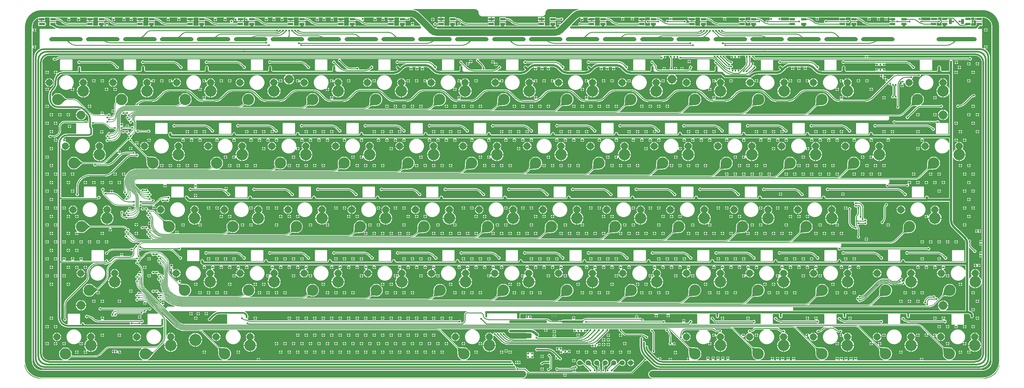
<source format=gtl>
G04*
G04 #@! TF.GenerationSoftware,Altium Limited,Altium Designer,22.10.1 (41)*
G04*
G04 Layer_Physical_Order=1*
G04 Layer_Color=10517442*
%FSLAX44Y44*%
%MOMM*%
G71*
G04*
G04 #@! TF.SameCoordinates,C522AA7B-F4F4-4EC6-81A6-D5D12569EC36*
G04*
G04*
G04 #@! TF.FilePolarity,Positive*
G04*
G01*
G75*
%ADD10C,0.2540*%
%ADD12O,10.0000X1.2700*%
%ADD13O,12.0000X1.2700*%
%ADD14R,1.5000X0.8000*%
%ADD15R,0.9000X1.6000*%
%ADD25C,0.7620*%
%ADD26C,0.2540*%
%ADD27C,0.6350*%
%ADD28C,0.3810*%
%ADD29C,0.1270*%
%ADD30C,0.1270*%
%ADD31C,0.5080*%
%ADD32C,0.6350*%
%ADD33C,2.0320*%
%ADD34C,2.1000*%
%ADD35C,3.4000*%
%ADD36C,2.6000*%
%ADD37C,3.6000*%
%ADD38C,1.5240*%
%ADD39C,0.5588*%
%ADD40C,1.0160*%
G36*
X1707650Y1156230D02*
X1702579Y1155013D01*
X1697112Y1152748D01*
X1692067Y1149657D01*
X1687567Y1145814D01*
X1687575Y1145806D01*
X1655607Y1113838D01*
X1654990Y1114070D01*
X1650370D01*
Y1109450D01*
X1650602Y1108833D01*
X1646189Y1104420D01*
X1645304Y1103535D01*
X1645304Y1103535D01*
X1645304Y1103535D01*
X1644376Y1102709D01*
X1642773Y1101479D01*
X1642265Y1101628D01*
X1641614Y1102163D01*
X1641709Y1102640D01*
X1641305Y1104672D01*
X1640578Y1105759D01*
X1640173Y1106918D01*
X1640173Y1106918D01*
X1640173Y1106918D01*
Y1118982D01*
X1621109D01*
Y1107949D01*
X1606391D01*
Y1118982D01*
X1587327D01*
Y1116317D01*
X1526844D01*
X1525575Y1116317D01*
X1524340Y1116401D01*
X1521522Y1116678D01*
X1517624Y1117860D01*
X1514032Y1119780D01*
X1511851Y1121571D01*
X1510927Y1122408D01*
X1510927Y1122408D01*
X1507492Y1125342D01*
X1503640Y1127703D01*
X1499466Y1129432D01*
X1495073Y1130486D01*
X1490570Y1130841D01*
X1490173Y1131946D01*
Y1133482D01*
X1471109D01*
Y1121418D01*
X1490173D01*
Y1122936D01*
X1490237Y1123122D01*
X1491427Y1124029D01*
X1491807Y1124005D01*
X1494876Y1123703D01*
X1499018Y1122447D01*
X1502835Y1120406D01*
X1505213Y1118455D01*
X1506135Y1117616D01*
X1506135Y1117616D01*
X1509415Y1114814D01*
X1513094Y1112560D01*
X1517080Y1110909D01*
X1521275Y1109902D01*
X1525575Y1109563D01*
Y1109583D01*
X1525575Y1109583D01*
X1587327D01*
Y1107949D01*
X1490173D01*
Y1118982D01*
X1471109D01*
Y1107949D01*
X1456391D01*
Y1118982D01*
X1437327D01*
Y1116317D01*
X1376846D01*
X1375576Y1116317D01*
X1374340Y1116401D01*
X1371522Y1116678D01*
X1367624Y1117860D01*
X1364032Y1119780D01*
X1361851Y1121571D01*
X1360927Y1122408D01*
X1360927Y1122408D01*
X1357492Y1125342D01*
X1353640Y1127703D01*
X1349466Y1129432D01*
X1345073Y1130486D01*
X1340569Y1130841D01*
X1340173Y1131946D01*
Y1133482D01*
X1321109D01*
Y1121418D01*
X1340173D01*
Y1122936D01*
X1340237Y1123122D01*
X1341427Y1124029D01*
X1341807Y1124005D01*
X1344876Y1123703D01*
X1349018Y1122447D01*
X1352835Y1120406D01*
X1355213Y1118455D01*
X1356135Y1117616D01*
X1356135Y1117616D01*
X1359415Y1114814D01*
X1363094Y1112560D01*
X1367080Y1110909D01*
X1371275Y1109902D01*
X1375576Y1109563D01*
Y1109583D01*
X1375576Y1109583D01*
X1437327D01*
Y1107949D01*
X1355139D01*
X1354612Y1109219D01*
X1355172Y1109779D01*
X1355898Y1111530D01*
X1345403D01*
X1346128Y1109779D01*
X1346688Y1109219D01*
X1346162Y1107949D01*
X1340173D01*
Y1118982D01*
X1321109D01*
Y1107949D01*
X1306391D01*
Y1118982D01*
X1287327D01*
Y1116317D01*
X1281909D01*
X1281832Y1116326D01*
X1281716Y1116347D01*
X1281628Y1116370D01*
X1281568Y1116389D01*
X1281534Y1116404D01*
X1281527Y1116408D01*
X1281465Y1116459D01*
X1281381Y1116504D01*
X1280994Y1116891D01*
X1279220Y1117626D01*
X1277300D01*
X1275526Y1116891D01*
X1274169Y1115534D01*
X1273434Y1113760D01*
Y1111840D01*
X1274169Y1110066D01*
X1275526Y1108709D01*
X1277300Y1107974D01*
X1279220D01*
X1280994Y1108709D01*
X1281682Y1109396D01*
X1281831Y1109497D01*
X1281861Y1109528D01*
X1281880Y1109535D01*
X1281941Y1109553D01*
X1282034Y1109573D01*
X1282106Y1109583D01*
X1287327D01*
Y1107949D01*
X1285880D01*
X1283848Y1107545D01*
X1282126Y1106394D01*
X1280975Y1104672D01*
X1280571Y1102640D01*
X1280745Y1101766D01*
X1279632Y1100853D01*
X1278374Y1101374D01*
X1276634Y1102709D01*
X1275706Y1103535D01*
X1275706D01*
X1274819Y1104422D01*
X1233435Y1145806D01*
X1233443Y1145814D01*
X1228943Y1149656D01*
X1223898Y1152748D01*
X1218432Y1155013D01*
X1213361Y1156230D01*
X1213511Y1157500D01*
X1397830Y1157500D01*
X1398906D01*
X1401015Y1157080D01*
X1403003Y1156257D01*
X1404791Y1155062D01*
X1406312Y1153541D01*
X1407507Y1151752D01*
X1408330Y1149765D01*
X1408750Y1147655D01*
X1408750Y1146580D01*
X1408802Y1145510D01*
X1409220Y1143410D01*
X1410039Y1141432D01*
X1411229Y1139652D01*
X1412742Y1138139D01*
X1414522Y1136949D01*
X1416500Y1136130D01*
X1418600Y1135713D01*
X1419670Y1135660D01*
X1597830Y1135660D01*
X1598900Y1135713D01*
X1601000Y1136130D01*
X1602978Y1136949D01*
X1604758Y1138139D01*
X1606272Y1139652D01*
X1607461Y1141432D01*
X1608280Y1143410D01*
X1608698Y1145510D01*
X1608750Y1146580D01*
X1608750Y1147655D01*
X1609170Y1149765D01*
X1609993Y1151753D01*
X1611188Y1153541D01*
X1612709Y1155062D01*
X1614498Y1156257D01*
X1616485Y1157080D01*
X1618595Y1157500D01*
X1619670Y1157500D01*
Y1157500D01*
X1707500Y1157500D01*
X1707650Y1156230D01*
D02*
G37*
G36*
X2898072Y1129419D02*
X2898311Y1129372D01*
X2898569Y1129337D01*
X2898844Y1129317D01*
X2899135Y1129310D01*
Y1126770D01*
X2898844Y1126763D01*
X2898311Y1126708D01*
X2898072Y1126661D01*
Y1125500D01*
X2898046Y1125741D01*
X2897969Y1125957D01*
X2897841Y1126148D01*
X2897661Y1126313D01*
X2897453Y1126438D01*
X2897443Y1126434D01*
X2897267Y1126331D01*
X2897108Y1126214D01*
X2896965Y1126084D01*
Y1126615D01*
X2896812Y1126656D01*
X2896427Y1126719D01*
X2895990Y1126757D01*
X2895502Y1126770D01*
Y1129310D01*
X2895990Y1129323D01*
X2896427Y1129361D01*
X2896812Y1129424D01*
X2896965Y1129465D01*
Y1129996D01*
X2897108Y1129865D01*
X2897267Y1129749D01*
X2897443Y1129646D01*
X2897453Y1129641D01*
X2897661Y1129767D01*
X2897841Y1129932D01*
X2897969Y1130123D01*
X2898046Y1130339D01*
X2898072Y1130580D01*
Y1129419D01*
D02*
G37*
G36*
X2636819Y1128720D02*
X2646859D01*
Y1127450D01*
X2648129D01*
Y1120910D01*
X2655424D01*
Y1119240D01*
X2655251Y1118982D01*
X2637327D01*
Y1116317D01*
X2575576D01*
X2575576Y1116317D01*
Y1116317D01*
X2574340Y1116401D01*
X2571522Y1116678D01*
X2567625Y1117860D01*
X2564032Y1119780D01*
X2561851Y1121571D01*
X2560927Y1122408D01*
X2560927Y1122408D01*
X2557492Y1125342D01*
X2553640Y1127703D01*
X2549466Y1129432D01*
X2545073Y1130486D01*
X2541898Y1130736D01*
X2541276Y1132059D01*
X2541413Y1132253D01*
X2571210D01*
X2571696Y1131079D01*
X2571678Y1131061D01*
X2570952Y1129310D01*
X2581447D01*
X2580722Y1131061D01*
X2580704Y1131079D01*
X2581190Y1132253D01*
X2599150D01*
X2599636Y1131079D01*
X2599618Y1131061D01*
X2598893Y1129310D01*
X2609388D01*
X2608662Y1131061D01*
X2608644Y1131079D01*
X2609130Y1132253D01*
X2622010D01*
X2622496Y1131079D01*
X2622478Y1131061D01*
X2621753Y1129310D01*
X2632248D01*
X2631522Y1131061D01*
X2631504Y1131079D01*
X2631990Y1132253D01*
X2636819D01*
Y1128720D01*
D02*
G37*
G36*
X2521109Y1121418D02*
X2540173D01*
Y1122936D01*
X2540237Y1123122D01*
X2541427Y1124029D01*
X2541807Y1124005D01*
X2544876Y1123703D01*
X2549018Y1122447D01*
X2552835Y1120406D01*
X2555213Y1118455D01*
X2556135Y1117616D01*
X2556135Y1117616D01*
X2559415Y1114814D01*
X2563094Y1112560D01*
X2567080Y1110909D01*
X2571275Y1109902D01*
X2575576Y1109563D01*
Y1109583D01*
X2575576Y1109583D01*
X2637327D01*
Y1107949D01*
X2540173D01*
Y1118982D01*
X2521109D01*
Y1107949D01*
X2506391D01*
Y1116833D01*
X2509995D01*
X2510070Y1116823D01*
X2510175Y1116803D01*
X2510249Y1116782D01*
X2510295Y1116766D01*
X2510308Y1116760D01*
X2510358Y1116714D01*
X2510492Y1116633D01*
X2511016Y1116109D01*
X2512790Y1115374D01*
X2514710D01*
X2516484Y1116109D01*
X2517841Y1117466D01*
X2518576Y1119240D01*
Y1121160D01*
X2517841Y1122934D01*
X2516484Y1124291D01*
X2514710Y1125026D01*
X2512790D01*
X2511016Y1124291D01*
X2510492Y1123767D01*
X2510358Y1123686D01*
X2510308Y1123640D01*
X2510296Y1123634D01*
X2510249Y1123618D01*
X2510175Y1123597D01*
X2510101Y1123583D01*
X2509945Y1123567D01*
X2506899D01*
Y1126180D01*
X2496859D01*
X2486819D01*
Y1123567D01*
X2450543D01*
X2450474Y1123577D01*
X2450386Y1123596D01*
X2450332Y1123612D01*
X2450331Y1123613D01*
X2450311Y1123634D01*
X2450174Y1123731D01*
X2449394Y1124511D01*
X2447620Y1125246D01*
X2445700D01*
X2443926Y1124511D01*
X2442569Y1123154D01*
X2441834Y1121380D01*
Y1119460D01*
X2442569Y1117686D01*
X2442668Y1117587D01*
X2442142Y1116317D01*
X2426845D01*
X2425576Y1116317D01*
X2424340Y1116401D01*
X2421522Y1116678D01*
X2417624Y1117860D01*
X2414032Y1119780D01*
X2411851Y1121571D01*
X2410927Y1122408D01*
X2410927Y1122408D01*
X2407492Y1125342D01*
X2403640Y1127703D01*
X2399466Y1129432D01*
X2395073Y1130486D01*
X2391898Y1130736D01*
X2391276Y1132059D01*
X2391412Y1132253D01*
X2416270D01*
X2416756Y1131079D01*
X2416738Y1131061D01*
X2416013Y1129310D01*
X2426508D01*
X2425782Y1131061D01*
X2425764Y1131079D01*
X2426250Y1132253D01*
X2486819D01*
Y1128720D01*
X2496859D01*
X2506899D01*
Y1132253D01*
X2521109D01*
Y1121418D01*
D02*
G37*
G36*
X1021109D02*
X1040173D01*
Y1122936D01*
X1040237Y1123122D01*
X1041427Y1124029D01*
X1041807Y1124005D01*
X1044876Y1123703D01*
X1049018Y1122447D01*
X1052835Y1120406D01*
X1055213Y1118455D01*
X1056135Y1117616D01*
X1056135Y1117616D01*
X1059415Y1114814D01*
X1063094Y1112560D01*
X1067080Y1110909D01*
X1071275Y1109902D01*
X1075575Y1109563D01*
Y1109583D01*
X1075576Y1109583D01*
X1137327D01*
Y1107949D01*
X1040173D01*
Y1118982D01*
X1021109D01*
Y1107949D01*
X1006391D01*
Y1118982D01*
X987327D01*
Y1116317D01*
X926845D01*
X925575Y1116317D01*
X924340Y1116401D01*
X921522Y1116678D01*
X917624Y1117860D01*
X914032Y1119780D01*
X911851Y1121571D01*
X910927Y1122408D01*
X910927Y1122408D01*
X907492Y1125342D01*
X903640Y1127703D01*
X899466Y1129432D01*
X895073Y1130486D01*
X891898Y1130736D01*
X891276Y1132059D01*
X891412Y1132253D01*
X922702D01*
X923139Y1130983D01*
X921948Y1129791D01*
X921223Y1128040D01*
X931718D01*
X930992Y1129791D01*
X929801Y1130983D01*
X930238Y1132253D01*
X943022D01*
X943459Y1130983D01*
X942268Y1129791D01*
X941543Y1128040D01*
X952038D01*
X951312Y1129791D01*
X950121Y1130983D01*
X950558Y1132253D01*
X967152D01*
X967589Y1130983D01*
X966398Y1129791D01*
X965673Y1128040D01*
X976168D01*
X975442Y1129791D01*
X974251Y1130983D01*
X974688Y1132253D01*
X986819D01*
Y1128720D01*
X996859D01*
X1006899D01*
Y1132253D01*
X1021109D01*
Y1121418D01*
D02*
G37*
G36*
X871109D02*
X890173D01*
Y1122936D01*
X890237Y1123122D01*
X891427Y1124029D01*
X891807Y1124005D01*
X894876Y1123703D01*
X899018Y1122447D01*
X902835Y1120406D01*
X905213Y1118455D01*
X906135Y1117616D01*
X906135Y1117616D01*
X909415Y1114814D01*
X913094Y1112560D01*
X917080Y1110909D01*
X921275Y1109902D01*
X925575Y1109563D01*
Y1109583D01*
X925575Y1109583D01*
X987327D01*
Y1107949D01*
X890173D01*
Y1118982D01*
X871109D01*
Y1107949D01*
X856391D01*
Y1118982D01*
X837327D01*
Y1116317D01*
X776844D01*
X775575Y1116317D01*
X774340Y1116401D01*
X771522Y1116678D01*
X767624Y1117860D01*
X764032Y1119780D01*
X761851Y1121571D01*
X760927Y1122408D01*
X760927Y1122408D01*
X757492Y1125342D01*
X753640Y1127703D01*
X749466Y1129432D01*
X745073Y1130486D01*
X741898Y1130736D01*
X741276Y1132059D01*
X741413Y1132253D01*
X770302D01*
X770740Y1130983D01*
X769548Y1129791D01*
X768823Y1128040D01*
X779317D01*
X778592Y1129791D01*
X777401Y1130983D01*
X777838Y1132253D01*
X793162D01*
X793599Y1130983D01*
X792408Y1129791D01*
X791683Y1128040D01*
X802178D01*
X801452Y1129791D01*
X800261Y1130983D01*
X800698Y1132253D01*
X817292D01*
X817729Y1130983D01*
X816538Y1129791D01*
X815813Y1128040D01*
X826308D01*
X825582Y1129791D01*
X824391Y1130983D01*
X824828Y1132253D01*
X836819D01*
Y1128720D01*
X846859D01*
X856899D01*
Y1132253D01*
X871109D01*
Y1121418D01*
D02*
G37*
G36*
X571109D02*
X590173D01*
Y1122936D01*
X590237Y1123122D01*
X591427Y1124029D01*
X591807Y1124005D01*
X594876Y1123703D01*
X599018Y1122447D01*
X602835Y1120406D01*
X605213Y1118455D01*
X606135Y1117616D01*
X606135Y1117616D01*
X609415Y1114814D01*
X613094Y1112560D01*
X617080Y1110909D01*
X621274Y1109902D01*
X625575Y1109563D01*
Y1109583D01*
X625576Y1109583D01*
X687327D01*
Y1107949D01*
X590173D01*
Y1118982D01*
X571109D01*
Y1107949D01*
X556391D01*
Y1118982D01*
X537327D01*
Y1116317D01*
X476845D01*
X475575Y1116317D01*
X474340Y1116401D01*
X471522Y1116678D01*
X467624Y1117860D01*
X464032Y1119780D01*
X461851Y1121571D01*
X460927Y1122408D01*
X460927Y1122408D01*
X457492Y1125342D01*
X453640Y1127703D01*
X449466Y1129432D01*
X445073Y1130486D01*
X441898Y1130736D01*
X441276Y1132059D01*
X441412Y1132253D01*
X476932D01*
X477369Y1130983D01*
X476178Y1129791D01*
X475453Y1128040D01*
X485947D01*
X485222Y1129791D01*
X484031Y1130983D01*
X484468Y1132253D01*
X508682D01*
X509119Y1130983D01*
X507928Y1129791D01*
X507203Y1128040D01*
X517697D01*
X516972Y1129791D01*
X515781Y1130983D01*
X516218Y1132253D01*
X536819D01*
Y1128720D01*
X546859D01*
X556899D01*
Y1132253D01*
X571109D01*
Y1121418D01*
D02*
G37*
G36*
X421109D02*
X440173D01*
Y1122936D01*
X440237Y1123122D01*
X441427Y1124029D01*
X441807Y1124005D01*
X444876Y1123703D01*
X449018Y1122447D01*
X452835Y1120406D01*
X455213Y1118455D01*
X456135Y1117616D01*
X456135Y1117616D01*
X459415Y1114814D01*
X463094Y1112560D01*
X467080Y1110909D01*
X471274Y1109902D01*
X475575Y1109563D01*
Y1109583D01*
X475575Y1109583D01*
X537327D01*
Y1107949D01*
X440173D01*
Y1118982D01*
X421109D01*
Y1107949D01*
X406391D01*
Y1118982D01*
X387327D01*
Y1116317D01*
X326844D01*
X325575Y1116317D01*
X324340Y1116401D01*
X321522Y1116678D01*
X317624Y1117860D01*
X314032Y1119780D01*
X311850Y1121571D01*
X310927Y1122408D01*
X310927Y1122408D01*
X307492Y1125342D01*
X303640Y1127703D01*
X299466Y1129432D01*
X295073Y1130486D01*
X291898Y1130736D01*
X291276Y1132059D01*
X291412Y1132253D01*
X313102D01*
X313540Y1130983D01*
X312348Y1129791D01*
X311623Y1128040D01*
X322118D01*
X321392Y1129791D01*
X320201Y1130983D01*
X320638Y1132253D01*
X344852D01*
X345289Y1130983D01*
X344098Y1129791D01*
X343373Y1128040D01*
X353867D01*
X353142Y1129791D01*
X351951Y1130983D01*
X352388Y1132253D01*
X366442D01*
X366880Y1130983D01*
X365688Y1129791D01*
X364963Y1128040D01*
X375457D01*
X374732Y1129791D01*
X373541Y1130983D01*
X373978Y1132253D01*
X386819D01*
Y1128720D01*
X396859D01*
X406899D01*
Y1132253D01*
X421109D01*
Y1121418D01*
D02*
G37*
G36*
X271109D02*
X290173D01*
Y1122936D01*
X290237Y1123121D01*
X291427Y1124029D01*
X291807Y1124005D01*
X294876Y1123703D01*
X299018Y1122447D01*
X302834Y1120406D01*
X305212Y1118455D01*
X306135Y1117616D01*
X306135Y1117616D01*
X309415Y1114814D01*
X313094Y1112560D01*
X317080Y1110909D01*
X321274Y1109902D01*
X325575Y1109563D01*
Y1109583D01*
X325575Y1109583D01*
X387327D01*
Y1107949D01*
X300300D01*
X300047Y1109219D01*
X300842Y1109548D01*
X302342Y1111049D01*
X303067Y1112800D01*
X292573D01*
X293298Y1111049D01*
X294799Y1109548D01*
X295593Y1109219D01*
X295340Y1107949D01*
X290173D01*
Y1118982D01*
X271109D01*
Y1107949D01*
X256391D01*
Y1118982D01*
X237327D01*
Y1116317D01*
X180656D01*
X180655Y1116317D01*
Y1116317D01*
X179420Y1116401D01*
X176602Y1116678D01*
X172704Y1117860D01*
X169112Y1119780D01*
X166930Y1121571D01*
X166007Y1122408D01*
X166007Y1122408D01*
X162572Y1125342D01*
X158720Y1127703D01*
X154546Y1129432D01*
X150153Y1130486D01*
X146978Y1130736D01*
X146356Y1132059D01*
X146492Y1132253D01*
X179752D01*
X180189Y1130983D01*
X178998Y1129791D01*
X178273Y1128040D01*
X188768D01*
X188042Y1129791D01*
X186851Y1130983D01*
X187288Y1132253D01*
X208962D01*
X209400Y1130983D01*
X208208Y1129791D01*
X207483Y1128040D01*
X217978D01*
X217252Y1129791D01*
X216061Y1130983D01*
X216498Y1132253D01*
X236819D01*
Y1128720D01*
X246859D01*
X256899D01*
Y1132253D01*
X271109D01*
Y1121418D01*
D02*
G37*
G36*
X126189D02*
X145253D01*
Y1122936D01*
X145317Y1123122D01*
X146507Y1124029D01*
X146887Y1124005D01*
X149956Y1123703D01*
X154098Y1122447D01*
X157914Y1120406D01*
X160292Y1118455D01*
X161215Y1117616D01*
X161215Y1117616D01*
X164495Y1114814D01*
X168174Y1112560D01*
X172159Y1110909D01*
X176354Y1109902D01*
X180655Y1109563D01*
Y1109583D01*
X180655Y1109583D01*
X237327D01*
Y1107949D01*
X156552D01*
X156309Y1107901D01*
X152618Y1108264D01*
X149570Y1109189D01*
X146988Y1111057D01*
X145934Y1111923D01*
X145272Y1112540D01*
X145253Y1112638D01*
Y1118982D01*
X126189D01*
Y1106918D01*
X131100D01*
X132005Y1106655D01*
X133288Y1106160D01*
X134723Y1105496D01*
X138130Y1103523D01*
X138506Y1103202D01*
X142614Y1100685D01*
X144138Y1100053D01*
X143885Y1098783D01*
X96232D01*
Y1041165D01*
X97496D01*
X97749Y1039895D01*
X96211Y1039258D01*
X92189Y1036793D01*
X88601Y1033729D01*
X85537Y1030142D01*
X83072Y1026119D01*
X81267Y1021760D01*
X80166Y1017173D01*
X79795Y1012470D01*
X79798D01*
Y762367D01*
X79634Y761970D01*
Y760050D01*
X79798Y759653D01*
Y296277D01*
X79634Y295880D01*
Y293960D01*
X79798Y293563D01*
Y110770D01*
X79795D01*
X80166Y106067D01*
X81267Y101479D01*
X83072Y97121D01*
X85537Y93098D01*
X88601Y89511D01*
X92189Y86447D01*
X96211Y83982D01*
X100570Y82177D01*
X105157Y81075D01*
X109860Y80705D01*
Y80708D01*
X307893D01*
X308290Y80544D01*
X310210D01*
X310607Y80708D01*
X773983D01*
X774380Y80544D01*
X776300D01*
X776697Y80708D01*
X1514393D01*
X1514790Y80544D01*
X1516710D01*
X1518484Y81279D01*
X1519326Y82121D01*
X1520403Y81402D01*
X1519814Y79980D01*
Y78060D01*
X1520109Y77347D01*
X1519261Y76077D01*
X102240D01*
X101946Y76038D01*
X97995Y76349D01*
X93855Y77343D01*
X89921Y78973D01*
X86291Y81198D01*
X83053Y83963D01*
X80288Y87201D01*
X78063Y90831D01*
X76434Y94765D01*
X75440Y98905D01*
X75129Y102856D01*
X75167Y103150D01*
Y129820D01*
Y156490D01*
Y183160D01*
Y209830D01*
Y236500D01*
Y263170D01*
Y289840D01*
Y316510D01*
Y343180D01*
Y369850D01*
Y396520D01*
Y423190D01*
Y449860D01*
Y476530D01*
Y503200D01*
Y529870D01*
Y556540D01*
Y583210D01*
Y609880D01*
Y636550D01*
Y663220D01*
Y689890D01*
Y716560D01*
Y743230D01*
Y769900D01*
Y796570D01*
Y823240D01*
Y849910D01*
Y876580D01*
Y903250D01*
Y929920D01*
Y956590D01*
Y983260D01*
Y1009930D01*
Y1036600D01*
Y1040452D01*
X76437Y1040889D01*
X77629Y1039698D01*
X79380Y1038972D01*
Y1044220D01*
Y1049467D01*
X77629Y1048742D01*
X76437Y1047551D01*
X75167Y1047988D01*
Y1063270D01*
Y1091252D01*
X76437Y1091689D01*
X77629Y1090498D01*
X79380Y1089772D01*
Y1095020D01*
Y1100267D01*
X77629Y1099542D01*
X76437Y1098351D01*
X75167Y1098788D01*
Y1103922D01*
X75167Y1103932D01*
X75167Y1105180D01*
X75204Y1106435D01*
X75440Y1109425D01*
X76434Y1113565D01*
X78063Y1117499D01*
X80288Y1121129D01*
X83053Y1124367D01*
X86291Y1127132D01*
X89921Y1129357D01*
X90843Y1129739D01*
X91899Y1129033D01*
Y1128720D01*
X101939D01*
X111979D01*
Y1132253D01*
X126189D01*
Y1121418D01*
D02*
G37*
G36*
X2221109Y1123537D02*
X2217525D01*
X2217449Y1123547D01*
X2217348Y1123567D01*
X2217276Y1123587D01*
X2217233Y1123603D01*
X2217225Y1123606D01*
X2217179Y1123650D01*
X2217038Y1123737D01*
X2216484Y1124291D01*
X2214710Y1125026D01*
X2212790D01*
X2211017Y1124291D01*
X2209659Y1122934D01*
X2208924Y1121160D01*
Y1119240D01*
X2209659Y1117466D01*
X2211017Y1116109D01*
X2212790Y1115374D01*
X2214710D01*
X2216484Y1116109D01*
X2216979Y1116604D01*
X2217106Y1116679D01*
X2217159Y1116726D01*
X2217177Y1116734D01*
X2217226Y1116752D01*
X2217303Y1116772D01*
X2217379Y1116787D01*
X2217535Y1116803D01*
X2221109D01*
Y1107949D01*
X2206391D01*
Y1118982D01*
X2187327D01*
Y1116317D01*
X2126846D01*
X2125576Y1116317D01*
X2124340Y1116401D01*
X2121522Y1116678D01*
X2117624Y1117860D01*
X2114032Y1119780D01*
X2111851Y1121571D01*
X2110927Y1122408D01*
X2110927Y1122408D01*
X2107492Y1125342D01*
X2103640Y1127703D01*
X2099466Y1129432D01*
X2095073Y1130486D01*
X2091898Y1130736D01*
X2091276Y1132059D01*
X2091412Y1132253D01*
X2139410D01*
X2139896Y1131079D01*
X2139878Y1131061D01*
X2139153Y1129310D01*
X2149648D01*
X2148922Y1131061D01*
X2148904Y1131079D01*
X2149390Y1132253D01*
X2186819D01*
Y1128720D01*
X2196859D01*
X2206899D01*
Y1132253D01*
X2221109D01*
Y1123537D01*
D02*
G37*
G36*
X1921109D02*
X1917525D01*
X1917450Y1123547D01*
X1917348Y1123567D01*
X1917276Y1123587D01*
X1917233Y1123603D01*
X1917226Y1123606D01*
X1917179Y1123650D01*
X1917038Y1123737D01*
X1916484Y1124291D01*
X1914710Y1125026D01*
X1912790D01*
X1911017Y1124291D01*
X1909659Y1122934D01*
X1908924Y1121160D01*
Y1119240D01*
X1909659Y1117466D01*
X1911017Y1116109D01*
X1912790Y1115374D01*
X1914710D01*
X1916484Y1116109D01*
X1916979Y1116604D01*
X1917106Y1116679D01*
X1917159Y1116726D01*
X1917177Y1116734D01*
X1917226Y1116752D01*
X1917303Y1116772D01*
X1917380Y1116787D01*
X1917535Y1116803D01*
X1921109D01*
Y1107949D01*
X1906391D01*
Y1118982D01*
X1887327D01*
Y1116317D01*
X1825576D01*
X1825576Y1116317D01*
Y1116317D01*
X1824340Y1116401D01*
X1821522Y1116678D01*
X1817624Y1117860D01*
X1814032Y1119780D01*
X1811851Y1121571D01*
X1810927Y1122408D01*
X1810927Y1122408D01*
X1807492Y1125342D01*
X1803640Y1127703D01*
X1799466Y1129432D01*
X1795073Y1130486D01*
X1791898Y1130736D01*
X1791276Y1132059D01*
X1791412Y1132253D01*
X1834610D01*
X1835096Y1131079D01*
X1835078Y1131061D01*
X1834353Y1129310D01*
X1844848D01*
X1844122Y1131061D01*
X1844104Y1131079D01*
X1844590Y1132253D01*
X1863820D01*
X1864306Y1131079D01*
X1864288Y1131061D01*
X1863563Y1129310D01*
X1874057D01*
X1873332Y1131061D01*
X1873314Y1131079D01*
X1873800Y1132253D01*
X1886819D01*
Y1128720D01*
X1896859D01*
X1906899D01*
Y1132253D01*
X1921109D01*
Y1123537D01*
D02*
G37*
G36*
X2812650Y1129130D02*
X2812168Y1129117D01*
X2811736Y1129079D01*
X2811355Y1129016D01*
X2811025Y1128927D01*
X2810746Y1128813D01*
X2810517Y1128673D01*
X2810339Y1128508D01*
X2810212Y1128317D01*
X2810136Y1128101D01*
X2810110Y1127860D01*
Y1131640D01*
X2810136Y1131645D01*
X2810212Y1131651D01*
X2811355Y1131667D01*
X2812650Y1131670D01*
Y1129130D01*
D02*
G37*
G36*
X1197153Y1125494D02*
X1197010Y1125625D01*
X1196851Y1125741D01*
X1196675Y1125844D01*
X1196483Y1125933D01*
X1196274Y1126009D01*
X1196049Y1126070D01*
X1195807Y1126118D01*
X1195549Y1126153D01*
X1195274Y1126173D01*
X1194983Y1126180D01*
Y1128720D01*
X1195274Y1128727D01*
X1195807Y1128782D01*
X1196049Y1128830D01*
X1196274Y1128892D01*
X1196483Y1128967D01*
X1196675Y1129056D01*
X1196851Y1129159D01*
X1197010Y1129276D01*
X1197153Y1129406D01*
Y1125494D01*
D02*
G37*
G36*
X1938135Y1129683D02*
X1938209Y1129481D01*
X1938332Y1129302D01*
X1938504Y1129148D01*
X1938725Y1129017D01*
X1938996Y1128910D01*
X1939315Y1128827D01*
X1939684Y1128768D01*
X1940102Y1128732D01*
X1940569Y1128720D01*
Y1126180D01*
X1940102Y1126168D01*
X1939684Y1126133D01*
X1939315Y1126073D01*
X1938996Y1125990D01*
X1938725Y1125883D01*
X1938504Y1125752D01*
X1938332Y1125598D01*
X1938209Y1125420D01*
X1938135Y1125218D01*
X1938111Y1124992D01*
Y1129909D01*
X1938135Y1129683D01*
D02*
G37*
G36*
X738135D02*
X738209Y1129481D01*
X738332Y1129302D01*
X738504Y1129148D01*
X738725Y1129017D01*
X738996Y1128910D01*
X739315Y1128827D01*
X739684Y1128768D01*
X740102Y1128732D01*
X740569Y1128720D01*
Y1126180D01*
X740102Y1126168D01*
X739684Y1126133D01*
X739315Y1126073D01*
X738996Y1125990D01*
X738725Y1125883D01*
X738504Y1125752D01*
X738332Y1125598D01*
X738209Y1125420D01*
X738135Y1125218D01*
X738111Y1124992D01*
Y1129909D01*
X738135Y1129683D01*
D02*
G37*
G36*
X288135D02*
X288209Y1129481D01*
X288332Y1129302D01*
X288504Y1129148D01*
X288725Y1129017D01*
X288996Y1128910D01*
X289315Y1128827D01*
X289684Y1128768D01*
X290102Y1128732D01*
X290569Y1128720D01*
Y1126180D01*
X290102Y1126168D01*
X289684Y1126133D01*
X289315Y1126073D01*
X288996Y1125990D01*
X288725Y1125883D01*
X288504Y1125752D01*
X288332Y1125598D01*
X288209Y1125420D01*
X288135Y1125218D01*
X288111Y1124992D01*
Y1129909D01*
X288135Y1129683D01*
D02*
G37*
G36*
X2538135Y1129683D02*
X2538209Y1129481D01*
X2538332Y1129303D01*
X2538504Y1129148D01*
X2538725Y1129017D01*
X2538996Y1128910D01*
X2539315Y1128827D01*
X2539684Y1128768D01*
X2540102Y1128732D01*
X2540569Y1128720D01*
Y1126180D01*
X2540102Y1126168D01*
X2539684Y1126133D01*
X2539315Y1126073D01*
X2538996Y1125990D01*
X2538725Y1125883D01*
X2538504Y1125752D01*
X2538332Y1125598D01*
X2538209Y1125419D01*
X2538135Y1125217D01*
X2538111Y1124991D01*
Y1129909D01*
X2538135Y1129683D01*
D02*
G37*
G36*
X2388135D02*
X2388209Y1129481D01*
X2388332Y1129303D01*
X2388504Y1129148D01*
X2388725Y1129017D01*
X2388996Y1128910D01*
X2389315Y1128827D01*
X2389684Y1128768D01*
X2390102Y1128732D01*
X2390569Y1128720D01*
Y1126180D01*
X2390102Y1126168D01*
X2389684Y1126133D01*
X2389315Y1126073D01*
X2388996Y1125990D01*
X2388725Y1125883D01*
X2388504Y1125752D01*
X2388332Y1125598D01*
X2388209Y1125419D01*
X2388135Y1125217D01*
X2388110Y1124991D01*
Y1129909D01*
X2388135Y1129683D01*
D02*
G37*
G36*
X2238135D02*
X2238209Y1129481D01*
X2238332Y1129303D01*
X2238504Y1129148D01*
X2238725Y1129017D01*
X2238996Y1128910D01*
X2239315Y1128827D01*
X2239684Y1128768D01*
X2240102Y1128732D01*
X2240570Y1128720D01*
Y1126180D01*
X2240102Y1126168D01*
X2239684Y1126133D01*
X2239315Y1126073D01*
X2238996Y1125990D01*
X2238725Y1125883D01*
X2238504Y1125752D01*
X2238332Y1125598D01*
X2238209Y1125419D01*
X2238135Y1125217D01*
X2238111Y1124991D01*
Y1129909D01*
X2238135Y1129683D01*
D02*
G37*
G36*
X2088135D02*
X2088209Y1129481D01*
X2088332Y1129303D01*
X2088504Y1129148D01*
X2088725Y1129017D01*
X2088996Y1128910D01*
X2089315Y1128827D01*
X2089684Y1128768D01*
X2090102Y1128732D01*
X2090569Y1128720D01*
Y1126180D01*
X2090102Y1126168D01*
X2089684Y1126133D01*
X2089315Y1126073D01*
X2088996Y1125990D01*
X2088725Y1125883D01*
X2088504Y1125752D01*
X2088332Y1125598D01*
X2088209Y1125419D01*
X2088135Y1125217D01*
X2088111Y1124991D01*
Y1129909D01*
X2088135Y1129683D01*
D02*
G37*
G36*
X1788135D02*
X1788209Y1129481D01*
X1788332Y1129303D01*
X1788504Y1129148D01*
X1788725Y1129017D01*
X1788996Y1128910D01*
X1789315Y1128827D01*
X1789684Y1128768D01*
X1790102Y1128732D01*
X1790569Y1128720D01*
Y1126180D01*
X1790102Y1126168D01*
X1789684Y1126133D01*
X1789315Y1126073D01*
X1788996Y1125990D01*
X1788725Y1125883D01*
X1788504Y1125752D01*
X1788332Y1125598D01*
X1788209Y1125419D01*
X1788135Y1125217D01*
X1788111Y1124991D01*
Y1129909D01*
X1788135Y1129683D01*
D02*
G37*
G36*
X1488135D02*
X1488209Y1129481D01*
X1488332Y1129303D01*
X1488504Y1129148D01*
X1488725Y1129017D01*
X1488996Y1128910D01*
X1489315Y1128827D01*
X1489684Y1128768D01*
X1490102Y1128732D01*
X1490569Y1128720D01*
Y1126180D01*
X1490102Y1126168D01*
X1489684Y1126133D01*
X1489315Y1126073D01*
X1488996Y1125990D01*
X1488725Y1125883D01*
X1488504Y1125752D01*
X1488332Y1125598D01*
X1488209Y1125419D01*
X1488135Y1125217D01*
X1488111Y1124991D01*
Y1129909D01*
X1488135Y1129683D01*
D02*
G37*
G36*
X1338135D02*
X1338209Y1129481D01*
X1338332Y1129303D01*
X1338504Y1129148D01*
X1338725Y1129017D01*
X1338996Y1128910D01*
X1339315Y1128827D01*
X1339684Y1128768D01*
X1340102Y1128732D01*
X1340569Y1128720D01*
Y1126180D01*
X1340102Y1126168D01*
X1339684Y1126133D01*
X1339315Y1126073D01*
X1338996Y1125990D01*
X1338725Y1125883D01*
X1338504Y1125752D01*
X1338332Y1125598D01*
X1338209Y1125419D01*
X1338135Y1125217D01*
X1338111Y1124991D01*
Y1129909D01*
X1338135Y1129683D01*
D02*
G37*
G36*
X1038135D02*
X1038209Y1129481D01*
X1038332Y1129303D01*
X1038504Y1129148D01*
X1038725Y1129017D01*
X1038996Y1128910D01*
X1039315Y1128827D01*
X1039684Y1128768D01*
X1040102Y1128732D01*
X1040569Y1128720D01*
Y1126180D01*
X1040102Y1126168D01*
X1039684Y1126133D01*
X1039315Y1126073D01*
X1038996Y1125990D01*
X1038725Y1125883D01*
X1038504Y1125752D01*
X1038332Y1125598D01*
X1038209Y1125419D01*
X1038135Y1125217D01*
X1038111Y1124991D01*
Y1129909D01*
X1038135Y1129683D01*
D02*
G37*
G36*
X888135D02*
X888209Y1129481D01*
X888332Y1129303D01*
X888504Y1129148D01*
X888725Y1129017D01*
X888996Y1128910D01*
X889315Y1128827D01*
X889684Y1128768D01*
X890102Y1128732D01*
X890569Y1128720D01*
Y1126180D01*
X890102Y1126168D01*
X889684Y1126133D01*
X889315Y1126073D01*
X888996Y1125990D01*
X888725Y1125883D01*
X888504Y1125752D01*
X888332Y1125598D01*
X888209Y1125419D01*
X888135Y1125217D01*
X888110Y1124991D01*
Y1129909D01*
X888135Y1129683D01*
D02*
G37*
G36*
X588135D02*
X588209Y1129481D01*
X588332Y1129303D01*
X588504Y1129148D01*
X588725Y1129017D01*
X588996Y1128910D01*
X589315Y1128827D01*
X589684Y1128768D01*
X590102Y1128732D01*
X590569Y1128720D01*
Y1126180D01*
X590102Y1126168D01*
X589684Y1126133D01*
X589315Y1126073D01*
X588996Y1125990D01*
X588725Y1125883D01*
X588504Y1125752D01*
X588332Y1125598D01*
X588209Y1125419D01*
X588135Y1125217D01*
X588111Y1124991D01*
Y1129909D01*
X588135Y1129683D01*
D02*
G37*
G36*
X438135D02*
X438209Y1129481D01*
X438331Y1129303D01*
X438504Y1129148D01*
X438725Y1129017D01*
X438995Y1128910D01*
X439315Y1128827D01*
X439684Y1128768D01*
X440102Y1128732D01*
X440569Y1128720D01*
Y1126180D01*
X440102Y1126168D01*
X439684Y1126133D01*
X439315Y1126073D01*
X438995Y1125990D01*
X438725Y1125883D01*
X438504Y1125752D01*
X438331Y1125598D01*
X438209Y1125419D01*
X438135Y1125217D01*
X438110Y1124991D01*
Y1129909D01*
X438135Y1129683D01*
D02*
G37*
G36*
X143215D02*
X143289Y1129481D01*
X143412Y1129303D01*
X143584Y1129148D01*
X143805Y1129017D01*
X144075Y1128910D01*
X144395Y1128827D01*
X144764Y1128768D01*
X145182Y1128732D01*
X145649Y1128720D01*
Y1126180D01*
X145182Y1126168D01*
X144764Y1126133D01*
X144395Y1126073D01*
X144075Y1125990D01*
X143805Y1125883D01*
X143584Y1125752D01*
X143412Y1125598D01*
X143289Y1125419D01*
X143215Y1125217D01*
X143190Y1124991D01*
Y1129909D01*
X143215Y1129683D01*
D02*
G37*
G36*
X2688136Y1129749D02*
X2688212Y1129533D01*
X2688340Y1129342D01*
X2688517Y1129177D01*
X2688746Y1129038D01*
X2689025Y1128923D01*
X2689355Y1128834D01*
X2689736Y1128771D01*
X2690168Y1128733D01*
X2690651Y1128720D01*
Y1126180D01*
X2690168Y1126167D01*
X2689736Y1126129D01*
X2689355Y1126066D01*
X2689025Y1125977D01*
X2688746Y1125863D01*
X2688517Y1125723D01*
X2688340Y1125558D01*
X2688212Y1125367D01*
X2688136Y1125151D01*
X2688111Y1124910D01*
Y1129990D01*
X2688136Y1129749D01*
D02*
G37*
G36*
X1188136D02*
X1188212Y1129533D01*
X1188339Y1129342D01*
X1188517Y1129177D01*
X1188746Y1129038D01*
X1189025Y1128923D01*
X1189355Y1128834D01*
X1189736Y1128771D01*
X1190168Y1128733D01*
X1190651Y1128720D01*
Y1126180D01*
X1190168Y1126167D01*
X1189736Y1126129D01*
X1189355Y1126066D01*
X1189025Y1125977D01*
X1188746Y1125863D01*
X1188517Y1125723D01*
X1188339Y1125558D01*
X1188212Y1125367D01*
X1188136Y1125151D01*
X1188111Y1124910D01*
Y1129990D01*
X1188136Y1129749D01*
D02*
G37*
G36*
X2758819Y1128940D02*
X2768859D01*
Y1126400D01*
X2758819D01*
Y1123787D01*
X2736165D01*
X2736090Y1123797D01*
X2735985Y1123817D01*
X2735911Y1123838D01*
X2735865Y1123854D01*
X2735852Y1123860D01*
X2735802Y1123906D01*
X2735668Y1123987D01*
X2735144Y1124511D01*
X2733370Y1125246D01*
X2733089D01*
X2732384Y1126302D01*
X2732578Y1126770D01*
X2727330D01*
Y1129310D01*
X2732578D01*
X2731852Y1131061D01*
X2731834Y1131079D01*
X2732320Y1132253D01*
X2758819D01*
Y1128940D01*
D02*
G37*
G36*
X2336819Y1128720D02*
X2346859D01*
Y1126180D01*
X2336819D01*
Y1123537D01*
X2312930D01*
X2312444Y1124710D01*
X2312752Y1125018D01*
X2313477Y1126770D01*
X2308230D01*
Y1129310D01*
X2313477D01*
X2312752Y1131061D01*
X2312734Y1131079D01*
X2313220Y1132253D01*
X2336819D01*
Y1128720D01*
D02*
G37*
G36*
X2279236Y1131079D02*
X2278938Y1130781D01*
X2278213Y1129030D01*
X2283460D01*
Y1126490D01*
X2278213D01*
X2278938Y1124738D01*
X2278967Y1124710D01*
X2278481Y1123537D01*
X2275765D01*
X2275689Y1123547D01*
X2275582Y1123568D01*
X2275505Y1123588D01*
X2275457Y1123606D01*
X2275438Y1123614D01*
X2275385Y1123661D01*
X2275259Y1123736D01*
X2274764Y1124231D01*
X2272990Y1124966D01*
X2271070D01*
X2269296Y1124231D01*
X2267939Y1122874D01*
X2267204Y1121100D01*
Y1119525D01*
X2266420Y1118867D01*
X2266031Y1118712D01*
X2264032Y1119780D01*
X2261851Y1121571D01*
X2260927Y1122408D01*
X2260927Y1122408D01*
X2257492Y1125342D01*
X2253640Y1127703D01*
X2249466Y1129432D01*
X2245073Y1130486D01*
X2241898Y1130736D01*
X2241276Y1132059D01*
X2241413Y1132253D01*
X2278750D01*
X2279236Y1131079D01*
D02*
G37*
G36*
X1206779Y1132253D02*
Y1132253D01*
X1208019Y1132180D01*
X1210194Y1131894D01*
X1213376Y1130576D01*
X1215116Y1129241D01*
X1216044Y1128415D01*
X1235564Y1108895D01*
X1234939Y1107724D01*
X1233810Y1107949D01*
X1213430D01*
X1213177Y1109219D01*
X1213971Y1109548D01*
X1215472Y1111049D01*
X1216198Y1112800D01*
X1205703D01*
X1206428Y1111049D01*
X1207929Y1109548D01*
X1208723Y1109219D01*
X1208470Y1107949D01*
X1190173D01*
Y1118982D01*
X1171109D01*
Y1107949D01*
X1156391D01*
Y1118982D01*
X1137327D01*
Y1116317D01*
X1075576D01*
X1075575Y1116317D01*
Y1116317D01*
X1074340Y1116401D01*
X1071522Y1116678D01*
X1067624Y1117860D01*
X1064032Y1119780D01*
X1062356Y1121156D01*
X1062429Y1121763D01*
X1062781Y1122426D01*
X1064742Y1123238D01*
X1066242Y1124738D01*
X1066967Y1126490D01*
X1061720D01*
Y1129030D01*
X1066967D01*
X1066242Y1130781D01*
X1065944Y1131079D01*
X1066430Y1132253D01*
X1095422D01*
X1095860Y1130983D01*
X1094668Y1129791D01*
X1093943Y1128040D01*
X1104437D01*
X1103712Y1129791D01*
X1102521Y1130983D01*
X1102958Y1132253D01*
X1119552D01*
X1119989Y1130983D01*
X1118798Y1129791D01*
X1118073Y1128040D01*
X1128568D01*
X1127842Y1129791D01*
X1126651Y1130983D01*
X1127088Y1132253D01*
X1136819D01*
Y1128720D01*
X1146859D01*
Y1127450D01*
D01*
Y1128720D01*
X1156899D01*
Y1132253D01*
X1171109D01*
Y1121418D01*
X1190173D01*
Y1124083D01*
X1195393D01*
X1195469Y1124073D01*
X1195573Y1124053D01*
X1195648Y1124032D01*
X1195694Y1124016D01*
X1195706Y1124010D01*
X1195756Y1123964D01*
X1195890Y1123883D01*
X1196414Y1123359D01*
X1198188Y1122624D01*
X1200108D01*
X1201882Y1123359D01*
X1203240Y1124716D01*
X1203974Y1126490D01*
Y1128410D01*
X1203240Y1130184D01*
X1202441Y1130983D01*
X1202967Y1132253D01*
X1205514D01*
X1206779Y1132253D01*
D02*
G37*
G36*
X2851061Y1117600D02*
X2851035Y1117841D01*
X2850958Y1118057D01*
X2850829Y1118248D01*
X2850650Y1118413D01*
X2850418Y1118552D01*
X2850135Y1118667D01*
X2849801Y1118756D01*
X2849455Y1118813D01*
X2849411Y1118808D01*
X2849169Y1118760D01*
X2848944Y1118699D01*
X2848735Y1118623D01*
X2848543Y1118534D01*
X2848367Y1118431D01*
X2848208Y1118315D01*
X2848065Y1118184D01*
Y1122096D01*
X2848208Y1121965D01*
X2848367Y1121849D01*
X2848543Y1121746D01*
X2848735Y1121657D01*
X2848944Y1121581D01*
X2849169Y1121520D01*
X2849411Y1121472D01*
X2849450Y1121467D01*
X2849801Y1121524D01*
X2850135Y1121613D01*
X2850418Y1121728D01*
X2850650Y1121867D01*
X2850829Y1122032D01*
X2850958Y1122223D01*
X2851035Y1122439D01*
X2851061Y1122680D01*
Y1117600D01*
D02*
G37*
G36*
X2071109Y1121418D02*
X2090173D01*
Y1122936D01*
X2090237Y1123122D01*
X2091427Y1124029D01*
X2091807Y1124005D01*
X2094876Y1123703D01*
X2099018Y1122447D01*
X2102835Y1120406D01*
X2105213Y1118455D01*
X2106135Y1117616D01*
X2106135Y1117616D01*
X2109415Y1114814D01*
X2113094Y1112560D01*
X2117080Y1110909D01*
X2121275Y1109902D01*
X2125576Y1109563D01*
Y1109583D01*
X2125576Y1109583D01*
X2187327D01*
Y1107949D01*
X2090173D01*
Y1118982D01*
X2071109D01*
Y1107949D01*
X2056391D01*
Y1118982D01*
X2037327D01*
Y1116317D01*
X2029538D01*
X2029012Y1117587D01*
X2029111Y1117686D01*
X2029846Y1119460D01*
Y1121380D01*
X2029111Y1123154D01*
X2027754Y1124511D01*
X2025980Y1125246D01*
X2024060D01*
X2022286Y1124511D01*
X2021762Y1123987D01*
X2021628Y1123906D01*
X2021578Y1123860D01*
X2021565Y1123854D01*
X2021519Y1123838D01*
X2021445Y1123817D01*
X2021371Y1123803D01*
X2021215Y1123787D01*
X1988060D01*
X1987574Y1124960D01*
X1987632Y1125018D01*
X1988358Y1126770D01*
X1977863D01*
X1978588Y1125018D01*
X1978647Y1124960D01*
X1978161Y1123787D01*
X1976705D01*
X1976630Y1123797D01*
X1976525Y1123817D01*
X1976451Y1123838D01*
X1976405Y1123854D01*
X1976392Y1123860D01*
X1976342Y1123906D01*
X1976208Y1123987D01*
X1975684Y1124511D01*
X1973910Y1125246D01*
X1971990D01*
X1970216Y1124511D01*
X1968859Y1123154D01*
X1968124Y1121380D01*
Y1119460D01*
X1968325Y1118975D01*
X1967988Y1118439D01*
X1967352Y1118006D01*
X1964032Y1119780D01*
X1961851Y1121571D01*
X1960927Y1122408D01*
X1960927Y1122408D01*
X1957492Y1125342D01*
X1953640Y1127703D01*
X1949466Y1129432D01*
X1945073Y1130486D01*
X1941898Y1130736D01*
X1941276Y1132059D01*
X1941413Y1132253D01*
X1978120D01*
X1978606Y1131079D01*
X1978588Y1131061D01*
X1977863Y1129310D01*
X1988358D01*
X1987632Y1131061D01*
X1987614Y1131079D01*
X1988100Y1132253D01*
X2033640D01*
X2034126Y1131079D01*
X2033828Y1130781D01*
X2033103Y1129030D01*
X2038350D01*
Y1126490D01*
X2033103D01*
X2033828Y1124738D01*
X2035329Y1123238D01*
X2036819Y1122621D01*
Y1120910D01*
X2045589D01*
Y1127450D01*
X2046859D01*
Y1128720D01*
X2056899D01*
Y1132253D01*
X2071109D01*
Y1121418D01*
D02*
G37*
G36*
X1771109D02*
X1790173D01*
Y1122936D01*
X1790237Y1123122D01*
X1791427Y1124029D01*
X1791807Y1124005D01*
X1794876Y1123703D01*
X1799018Y1122447D01*
X1802835Y1120406D01*
X1805213Y1118455D01*
X1806135Y1117616D01*
X1806135Y1117616D01*
X1809415Y1114814D01*
X1813094Y1112560D01*
X1817080Y1110909D01*
X1821275Y1109902D01*
X1825576Y1109563D01*
Y1109583D01*
X1825576Y1109583D01*
X1887327D01*
Y1107949D01*
X1790173D01*
Y1118982D01*
X1771109D01*
Y1107949D01*
X1756391D01*
Y1118982D01*
X1737327D01*
Y1116167D01*
X1715085D01*
X1715010Y1116177D01*
X1714905Y1116197D01*
X1714831Y1116218D01*
X1714785Y1116234D01*
X1714772Y1116240D01*
X1714722Y1116286D01*
X1714588Y1116367D01*
X1714064Y1116891D01*
X1712290Y1117626D01*
X1710370D01*
X1708596Y1116891D01*
X1707239Y1115534D01*
X1706504Y1113760D01*
Y1111840D01*
X1707239Y1110066D01*
X1708086Y1109219D01*
X1707560Y1107949D01*
X1686296D01*
X1685657Y1109106D01*
X1704081Y1127530D01*
X1704966Y1128415D01*
X1704966Y1128415D01*
X1704966Y1128415D01*
X1705894Y1129241D01*
X1707634Y1130576D01*
X1710816Y1131894D01*
X1713288Y1132220D01*
X1713580Y1131934D01*
X1713596Y1130230D01*
X1713158Y1129791D01*
X1712433Y1128040D01*
X1722928D01*
X1722202Y1129791D01*
X1721011Y1130983D01*
X1721448Y1132253D01*
X1735285D01*
X1735574Y1131144D01*
X1735579Y1130983D01*
X1734108Y1129511D01*
X1733383Y1127760D01*
X1738630D01*
Y1125220D01*
X1733383D01*
X1734108Y1123468D01*
X1735609Y1121968D01*
X1736819Y1121467D01*
Y1120910D01*
X1745589D01*
Y1127450D01*
X1746859D01*
Y1128720D01*
X1756899D01*
Y1132253D01*
X1771109D01*
Y1121418D01*
D02*
G37*
G36*
X712319Y1130983D02*
X711128Y1129791D01*
X710403Y1128040D01*
X715650D01*
Y1126770D01*
X716920D01*
Y1121523D01*
X718671Y1122248D01*
X719839Y1123416D01*
X721109Y1122945D01*
Y1121418D01*
X740173D01*
Y1122936D01*
X740237Y1123121D01*
X741428Y1124029D01*
X741807Y1124005D01*
X744876Y1123703D01*
X749018Y1122447D01*
X752835Y1120406D01*
X755212Y1118455D01*
X756135Y1117616D01*
X756135Y1117616D01*
X759415Y1114814D01*
X763094Y1112560D01*
X767080Y1110909D01*
X771274Y1109902D01*
X775575Y1109563D01*
Y1109583D01*
X775575Y1109583D01*
X837327D01*
Y1107949D01*
X740173D01*
Y1118982D01*
X721109D01*
Y1107949D01*
X706391D01*
Y1118982D01*
X687327D01*
Y1116317D01*
X674558D01*
X674032Y1117587D01*
X674541Y1118096D01*
X675276Y1119870D01*
Y1121790D01*
X674541Y1123564D01*
X673184Y1124921D01*
X671410Y1125656D01*
X669490D01*
X667716Y1124921D01*
X666359Y1123564D01*
X665624Y1121790D01*
Y1119870D01*
X666359Y1118096D01*
X666869Y1117587D01*
X666342Y1116317D01*
X625576D01*
X625575Y1116317D01*
Y1116317D01*
X624340Y1116401D01*
X621522Y1116678D01*
X617624Y1117860D01*
X614032Y1119780D01*
X611851Y1121571D01*
X610927Y1122408D01*
X610927Y1122408D01*
X607492Y1125342D01*
X603640Y1127703D01*
X599466Y1129432D01*
X595073Y1130486D01*
X591898Y1130736D01*
X591276Y1132059D01*
X591412Y1132253D01*
X617902D01*
X618340Y1130983D01*
X617148Y1129791D01*
X616423Y1128040D01*
X626917D01*
X626192Y1129791D01*
X625001Y1130983D01*
X625438Y1132253D01*
X647112D01*
X647550Y1130983D01*
X646358Y1129791D01*
X645633Y1128040D01*
X656127D01*
X655402Y1129791D01*
X654211Y1130983D01*
X654648Y1132253D01*
X678862D01*
X679299Y1130983D01*
X678108Y1129791D01*
X677383Y1128040D01*
X682630D01*
Y1126770D01*
X683900D01*
Y1121523D01*
X685549Y1122206D01*
X686819Y1121756D01*
Y1120910D01*
X695589D01*
Y1127450D01*
X696859D01*
Y1128720D01*
X706899D01*
Y1132253D01*
X711882D01*
X712319Y1130983D01*
D02*
G37*
G36*
X2783755Y1118464D02*
X2783612Y1118594D01*
X2783453Y1118711D01*
X2783277Y1118814D01*
X2783085Y1118903D01*
X2782876Y1118979D01*
X2782651Y1119040D01*
X2782409Y1119088D01*
X2782151Y1119122D01*
X2781876Y1119143D01*
X2781585Y1119150D01*
Y1121690D01*
X2781876Y1121697D01*
X2782409Y1121752D01*
X2782651Y1121800D01*
X2782876Y1121861D01*
X2783085Y1121937D01*
X2783277Y1122026D01*
X2783453Y1122129D01*
X2783612Y1122245D01*
X2783755Y1122376D01*
Y1118464D01*
D02*
G37*
G36*
X2734548Y1122245D02*
X2734707Y1122129D01*
X2734883Y1122026D01*
X2735075Y1121937D01*
X2735284Y1121861D01*
X2735509Y1121800D01*
X2735751Y1121752D01*
X2736009Y1121717D01*
X2736284Y1121697D01*
X2736575Y1121690D01*
Y1119150D01*
X2736284Y1119143D01*
X2735751Y1119088D01*
X2735509Y1119040D01*
X2735284Y1118979D01*
X2735075Y1118903D01*
X2734883Y1118814D01*
X2734707Y1118711D01*
X2734548Y1118594D01*
X2734406Y1118464D01*
Y1122376D01*
X2734548Y1122245D01*
D02*
G37*
G36*
X2023025Y1118464D02*
X2022882Y1118594D01*
X2022723Y1118711D01*
X2022547Y1118814D01*
X2022355Y1118903D01*
X2022146Y1118979D01*
X2021921Y1119040D01*
X2021679Y1119088D01*
X2021421Y1119122D01*
X2021146Y1119143D01*
X2020855Y1119150D01*
Y1121690D01*
X2021146Y1121697D01*
X2021679Y1121752D01*
X2021921Y1121800D01*
X2022146Y1121861D01*
X2022355Y1121937D01*
X2022547Y1122026D01*
X2022723Y1122129D01*
X2022882Y1122245D01*
X2023025Y1122376D01*
Y1118464D01*
D02*
G37*
G36*
X1975088Y1122245D02*
X1975247Y1122129D01*
X1975423Y1122026D01*
X1975615Y1121937D01*
X1975824Y1121861D01*
X1976049Y1121800D01*
X1976291Y1121752D01*
X1976549Y1121717D01*
X1976824Y1121697D01*
X1977115Y1121690D01*
Y1119150D01*
X1976824Y1119143D01*
X1976291Y1119088D01*
X1976049Y1119040D01*
X1975824Y1118979D01*
X1975615Y1118903D01*
X1975423Y1118814D01*
X1975247Y1118711D01*
X1975088Y1118594D01*
X1974945Y1118464D01*
Y1122376D01*
X1975088Y1122245D01*
D02*
G37*
G36*
X2448936Y1122072D02*
X2449087Y1121945D01*
X2449255Y1121834D01*
X2449441Y1121737D01*
X2449644Y1121656D01*
X2449865Y1121589D01*
X2450104Y1121537D01*
X2450360Y1121500D01*
X2450634Y1121477D01*
X2450926Y1121470D01*
X2450700Y1118930D01*
X2450409Y1118924D01*
X2449873Y1118874D01*
X2449629Y1118831D01*
X2449400Y1118776D01*
X2449188Y1118708D01*
X2448991Y1118628D01*
X2448810Y1118535D01*
X2448645Y1118430D01*
X2448495Y1118313D01*
X2448803Y1122213D01*
X2448936Y1122072D01*
D02*
G37*
G36*
X2823965Y1122499D02*
X2824042Y1122283D01*
X2824171Y1122092D01*
X2824350Y1121927D01*
X2824582Y1121787D01*
X2824765Y1121713D01*
X2824775Y1121717D01*
X2824967Y1121806D01*
X2825143Y1121909D01*
X2825302Y1122025D01*
X2825445Y1122156D01*
Y1121544D01*
X2825584Y1121521D01*
X2826021Y1121483D01*
X2826510Y1121470D01*
Y1118930D01*
X2826021Y1118917D01*
X2825584Y1118879D01*
X2825445Y1118856D01*
Y1118244D01*
X2825302Y1118374D01*
X2825143Y1118491D01*
X2824967Y1118594D01*
X2824775Y1118683D01*
X2824765Y1118687D01*
X2824582Y1118612D01*
X2824350Y1118473D01*
X2824171Y1118308D01*
X2824042Y1118117D01*
X2823965Y1117901D01*
X2823939Y1117660D01*
Y1118889D01*
X2823841Y1118903D01*
X2823566Y1118923D01*
X2823275Y1118930D01*
Y1121470D01*
X2823566Y1121477D01*
X2823939Y1121515D01*
Y1122740D01*
X2823965Y1122499D01*
D02*
G37*
G36*
X2695505Y1118244D02*
X2695362Y1118374D01*
X2695203Y1118491D01*
X2695027Y1118594D01*
X2694835Y1118683D01*
X2694626Y1118758D01*
X2694401Y1118820D01*
X2694160Y1118868D01*
X2693901Y1118903D01*
X2693626Y1118923D01*
X2693335Y1118930D01*
Y1121470D01*
X2693626Y1121477D01*
X2694160Y1121532D01*
X2694401Y1121580D01*
X2694626Y1121641D01*
X2694835Y1121717D01*
X2695027Y1121806D01*
X2695203Y1121909D01*
X2695362Y1122025D01*
X2695505Y1122156D01*
Y1118244D01*
D02*
G37*
G36*
X2662388Y1122025D02*
X2662547Y1121909D01*
X2662723Y1121806D01*
X2662915Y1121717D01*
X2663124Y1121641D01*
X2663349Y1121580D01*
X2663591Y1121532D01*
X2663849Y1121497D01*
X2664124Y1121477D01*
X2664415Y1121470D01*
Y1118930D01*
X2664124Y1118923D01*
X2663591Y1118868D01*
X2663349Y1118820D01*
X2663124Y1118758D01*
X2662915Y1118683D01*
X2662723Y1118594D01*
X2662547Y1118491D01*
X2662388Y1118374D01*
X2662245Y1118244D01*
Y1122156D01*
X2662388Y1122025D01*
D02*
G37*
G36*
X2511755Y1118244D02*
X2511612Y1118374D01*
X2511453Y1118491D01*
X2511277Y1118594D01*
X2511085Y1118683D01*
X2510876Y1118758D01*
X2510651Y1118820D01*
X2510409Y1118868D01*
X2510151Y1118903D01*
X2509876Y1118923D01*
X2509585Y1118930D01*
Y1121470D01*
X2509876Y1121477D01*
X2510409Y1121532D01*
X2510651Y1121580D01*
X2510876Y1121641D01*
X2511085Y1121717D01*
X2511277Y1121806D01*
X2511453Y1121909D01*
X2511612Y1122025D01*
X2511755Y1122156D01*
Y1118244D01*
D02*
G37*
G36*
X2365276Y1118223D02*
X2365132Y1118352D01*
X2364972Y1118467D01*
X2364795Y1118568D01*
X2364602Y1118656D01*
X2364393Y1118731D01*
X2364167Y1118792D01*
X2363925Y1118839D01*
X2363667Y1118873D01*
X2363392Y1118893D01*
X2363101Y1118900D01*
X2363070Y1121440D01*
X2363361Y1121447D01*
X2363894Y1121503D01*
X2364135Y1121551D01*
X2364360Y1121613D01*
X2364568Y1121690D01*
X2364760Y1121780D01*
X2364934Y1121884D01*
X2365092Y1122002D01*
X2365234Y1122134D01*
X2365276Y1118223D01*
D02*
G37*
G36*
X2215908Y1122002D02*
X2216066Y1121884D01*
X2216241Y1121780D01*
X2216432Y1121690D01*
X2216640Y1121613D01*
X2216865Y1121551D01*
X2217106Y1121503D01*
X2217365Y1121468D01*
X2217639Y1121447D01*
X2217930Y1121440D01*
X2217900Y1118900D01*
X2217608Y1118893D01*
X2217075Y1118839D01*
X2216833Y1118792D01*
X2216607Y1118731D01*
X2216398Y1118656D01*
X2216205Y1118568D01*
X2216028Y1118467D01*
X2215868Y1118352D01*
X2215724Y1118223D01*
X2215766Y1122134D01*
X2215908Y1122002D01*
D02*
G37*
G36*
X1915908D02*
X1916066Y1121884D01*
X1916241Y1121780D01*
X1916432Y1121690D01*
X1916640Y1121613D01*
X1916865Y1121551D01*
X1917107Y1121503D01*
X1917365Y1121468D01*
X1917639Y1121447D01*
X1917930Y1121440D01*
X1917900Y1118900D01*
X1917609Y1118893D01*
X1917075Y1118839D01*
X1916833Y1118792D01*
X1916607Y1118731D01*
X1916398Y1118656D01*
X1916205Y1118568D01*
X1916028Y1118467D01*
X1915868Y1118352D01*
X1915724Y1118223D01*
X1915766Y1122134D01*
X1915908Y1122002D01*
D02*
G37*
G36*
X2274148Y1121988D02*
X2274308Y1121873D01*
X2274485Y1121772D01*
X2274678Y1121684D01*
X2274887Y1121609D01*
X2275113Y1121548D01*
X2275355Y1121501D01*
X2275613Y1121467D01*
X2275888Y1121447D01*
X2276180Y1121440D01*
X2276210Y1118900D01*
X2275919Y1118893D01*
X2275386Y1118838D01*
X2275145Y1118789D01*
X2274920Y1118726D01*
X2274712Y1118650D01*
X2274521Y1118560D01*
X2274346Y1118456D01*
X2274188Y1118338D01*
X2274046Y1118206D01*
X2274004Y1122117D01*
X2274148Y1121988D01*
D02*
G37*
G36*
X2245884Y1118206D02*
X2245742Y1118338D01*
X2245584Y1118456D01*
X2245409Y1118560D01*
X2245218Y1118650D01*
X2245010Y1118726D01*
X2244785Y1118789D01*
X2244544Y1118838D01*
X2244286Y1118872D01*
X2244011Y1118893D01*
X2243720Y1118900D01*
X2243750Y1121440D01*
X2244042Y1121447D01*
X2244575Y1121501D01*
X2244817Y1121548D01*
X2245043Y1121609D01*
X2245252Y1121684D01*
X2245445Y1121772D01*
X2245622Y1121873D01*
X2245782Y1121988D01*
X2245926Y1122117D01*
X2245884Y1118206D01*
D02*
G37*
G36*
X1943624D02*
X1943482Y1118338D01*
X1943324Y1118456D01*
X1943149Y1118560D01*
X1942958Y1118650D01*
X1942750Y1118726D01*
X1942525Y1118789D01*
X1942284Y1118838D01*
X1942026Y1118872D01*
X1941751Y1118893D01*
X1941460Y1118900D01*
X1941490Y1121440D01*
X1941782Y1121447D01*
X1942315Y1121501D01*
X1942557Y1121548D01*
X1942783Y1121609D01*
X1942992Y1121684D01*
X1943185Y1121772D01*
X1943362Y1121873D01*
X1943522Y1121988D01*
X1943666Y1122117D01*
X1943624Y1118206D01*
D02*
G37*
G36*
X2793109Y1121638D02*
X2812173D01*
X2812968Y1120697D01*
Y1120142D01*
X2812173Y1119202D01*
X2793109D01*
Y1107949D01*
X2778391D01*
Y1117053D01*
X2781995D01*
X2782071Y1117043D01*
X2782175Y1117022D01*
X2782249Y1117002D01*
X2782296Y1116985D01*
X2782308Y1116980D01*
X2782358Y1116934D01*
X2782492Y1116853D01*
X2783016Y1116329D01*
X2784790Y1115594D01*
X2786710D01*
X2788484Y1116329D01*
X2789841Y1117686D01*
X2790576Y1119460D01*
Y1121380D01*
X2789841Y1123154D01*
X2788484Y1124511D01*
X2786710Y1125246D01*
X2784790D01*
X2783982Y1124911D01*
X2783010Y1125883D01*
X2783377Y1126770D01*
X2778130D01*
Y1129310D01*
X2783377D01*
X2782652Y1131061D01*
X2782634Y1131079D01*
X2783120Y1132253D01*
X2793109D01*
Y1121638D01*
D02*
G37*
G36*
X1280295Y1114738D02*
X1280459Y1114630D01*
X1280639Y1114533D01*
X1280834Y1114450D01*
X1281046Y1114380D01*
X1281273Y1114322D01*
X1281517Y1114277D01*
X1281776Y1114245D01*
X1282052Y1114226D01*
X1282343Y1114220D01*
X1282496Y1111680D01*
X1282205Y1111673D01*
X1281931Y1111651D01*
X1281674Y1111614D01*
X1281434Y1111564D01*
X1281212Y1111498D01*
X1281006Y1111419D01*
X1280818Y1111324D01*
X1280647Y1111215D01*
X1280494Y1111092D01*
X1280357Y1110954D01*
X1280148Y1114860D01*
X1280295Y1114738D01*
D02*
G37*
G36*
X1713468Y1114625D02*
X1713627Y1114509D01*
X1713803Y1114406D01*
X1713995Y1114317D01*
X1714204Y1114241D01*
X1714429Y1114180D01*
X1714671Y1114132D01*
X1714929Y1114097D01*
X1715204Y1114077D01*
X1715495Y1114070D01*
Y1111530D01*
X1715204Y1111523D01*
X1714671Y1111468D01*
X1714429Y1111420D01*
X1714204Y1111358D01*
X1713995Y1111283D01*
X1713803Y1111194D01*
X1713627Y1111091D01*
X1713468Y1110974D01*
X1713325Y1110844D01*
Y1114756D01*
X1713468Y1114625D01*
D02*
G37*
G36*
X2761420Y1110630D02*
X2761394Y1110871D01*
X2761317Y1111087D01*
X2761189Y1111277D01*
X2761009Y1111442D01*
X2760777Y1111582D01*
X2760495Y1111696D01*
X2760161Y1111785D01*
X2759775Y1111849D01*
X2759338Y1111887D01*
X2758849Y1111900D01*
Y1114440D01*
X2759338Y1114452D01*
X2759775Y1114491D01*
X2760161Y1114554D01*
X2760495Y1114643D01*
X2760777Y1114757D01*
X2761009Y1114897D01*
X2761189Y1115062D01*
X2761317Y1115253D01*
X2761394Y1115468D01*
X2761420Y1115710D01*
Y1110630D01*
D02*
G37*
G36*
X2639420Y1110410D02*
X2639395Y1110651D01*
X2639318Y1110867D01*
X2639189Y1111058D01*
X2639009Y1111223D01*
X2638778Y1111362D01*
X2638495Y1111477D01*
X2638161Y1111565D01*
X2637775Y1111629D01*
X2637338Y1111667D01*
X2636850Y1111680D01*
Y1114220D01*
X2637338Y1114232D01*
X2637775Y1114271D01*
X2638161Y1114334D01*
X2638495Y1114423D01*
X2638778Y1114537D01*
X2639009Y1114677D01*
X2639189Y1114842D01*
X2639318Y1115033D01*
X2639395Y1115248D01*
X2639420Y1115490D01*
Y1110410D01*
D02*
G37*
G36*
X2489420D02*
X2489394Y1110651D01*
X2489317Y1110867D01*
X2489189Y1111058D01*
X2489009Y1111223D01*
X2488777Y1111362D01*
X2488495Y1111477D01*
X2488161Y1111565D01*
X2487775Y1111629D01*
X2487338Y1111667D01*
X2486850Y1111680D01*
Y1114220D01*
X2487338Y1114232D01*
X2487775Y1114271D01*
X2488161Y1114334D01*
X2488495Y1114423D01*
X2488777Y1114537D01*
X2489009Y1114677D01*
X2489189Y1114842D01*
X2489317Y1115033D01*
X2489394Y1115248D01*
X2489420Y1115490D01*
Y1110410D01*
D02*
G37*
G36*
X2339420D02*
X2339394Y1110651D01*
X2339317Y1110867D01*
X2339189Y1111058D01*
X2339009Y1111223D01*
X2338777Y1111362D01*
X2338495Y1111477D01*
X2338160Y1111565D01*
X2337775Y1111629D01*
X2337338Y1111667D01*
X2336849Y1111680D01*
Y1114220D01*
X2337338Y1114232D01*
X2337775Y1114271D01*
X2338160Y1114334D01*
X2338495Y1114423D01*
X2338777Y1114537D01*
X2339009Y1114677D01*
X2339189Y1114842D01*
X2339317Y1115033D01*
X2339394Y1115248D01*
X2339420Y1115490D01*
Y1110410D01*
D02*
G37*
G36*
X2189420D02*
X2189395Y1110651D01*
X2189317Y1110867D01*
X2189189Y1111058D01*
X2189009Y1111223D01*
X2188778Y1111362D01*
X2188495Y1111477D01*
X2188161Y1111565D01*
X2187775Y1111629D01*
X2187338Y1111667D01*
X2186850Y1111680D01*
Y1114220D01*
X2187338Y1114232D01*
X2187775Y1114271D01*
X2188161Y1114334D01*
X2188495Y1114423D01*
X2188778Y1114537D01*
X2189009Y1114677D01*
X2189189Y1114842D01*
X2189317Y1115033D01*
X2189395Y1115248D01*
X2189420Y1115490D01*
Y1110410D01*
D02*
G37*
G36*
X2039420D02*
X2039394Y1110651D01*
X2039317Y1110867D01*
X2039189Y1111058D01*
X2039009Y1111223D01*
X2038777Y1111362D01*
X2038495Y1111477D01*
X2038160Y1111565D01*
X2037775Y1111629D01*
X2037338Y1111667D01*
X2036850Y1111680D01*
Y1114220D01*
X2037338Y1114232D01*
X2037775Y1114271D01*
X2038160Y1114334D01*
X2038495Y1114423D01*
X2038777Y1114537D01*
X2039009Y1114677D01*
X2039189Y1114842D01*
X2039317Y1115033D01*
X2039394Y1115248D01*
X2039420Y1115490D01*
Y1110410D01*
D02*
G37*
G36*
X1889420D02*
X1889395Y1110651D01*
X1889317Y1110867D01*
X1889189Y1111058D01*
X1889009Y1111223D01*
X1888778Y1111362D01*
X1888495Y1111477D01*
X1888161Y1111565D01*
X1887775Y1111629D01*
X1887338Y1111667D01*
X1886850Y1111680D01*
Y1114220D01*
X1887338Y1114232D01*
X1887775Y1114271D01*
X1888161Y1114334D01*
X1888495Y1114423D01*
X1888778Y1114537D01*
X1889009Y1114677D01*
X1889189Y1114842D01*
X1889317Y1115033D01*
X1889395Y1115248D01*
X1889420Y1115490D01*
Y1110410D01*
D02*
G37*
G36*
X1589420D02*
X1589394Y1110651D01*
X1589317Y1110867D01*
X1589189Y1111058D01*
X1589009Y1111223D01*
X1588777Y1111362D01*
X1588495Y1111477D01*
X1588160Y1111565D01*
X1587775Y1111629D01*
X1587338Y1111667D01*
X1586849Y1111680D01*
Y1114220D01*
X1587338Y1114232D01*
X1587775Y1114271D01*
X1588160Y1114334D01*
X1588495Y1114423D01*
X1588777Y1114537D01*
X1589009Y1114677D01*
X1589189Y1114842D01*
X1589317Y1115033D01*
X1589394Y1115248D01*
X1589420Y1115490D01*
Y1110410D01*
D02*
G37*
G36*
X1439420D02*
X1439395Y1110651D01*
X1439317Y1110867D01*
X1439189Y1111058D01*
X1439009Y1111223D01*
X1438777Y1111362D01*
X1438495Y1111477D01*
X1438161Y1111565D01*
X1437775Y1111629D01*
X1437338Y1111667D01*
X1436850Y1111680D01*
Y1114220D01*
X1437338Y1114232D01*
X1437775Y1114271D01*
X1438161Y1114334D01*
X1438495Y1114423D01*
X1438777Y1114537D01*
X1439009Y1114677D01*
X1439189Y1114842D01*
X1439317Y1115033D01*
X1439395Y1115248D01*
X1439420Y1115490D01*
Y1110410D01*
D02*
G37*
G36*
X1289420D02*
X1289394Y1110651D01*
X1289317Y1110867D01*
X1289189Y1111058D01*
X1289009Y1111223D01*
X1288777Y1111362D01*
X1288495Y1111477D01*
X1288160Y1111565D01*
X1287775Y1111629D01*
X1287338Y1111667D01*
X1286850Y1111680D01*
Y1114220D01*
X1287338Y1114232D01*
X1287775Y1114271D01*
X1288160Y1114334D01*
X1288495Y1114423D01*
X1288777Y1114537D01*
X1289009Y1114677D01*
X1289189Y1114842D01*
X1289317Y1115033D01*
X1289394Y1115248D01*
X1289420Y1115490D01*
Y1110410D01*
D02*
G37*
G36*
X1139420D02*
X1139395Y1110651D01*
X1139317Y1110867D01*
X1139189Y1111058D01*
X1139009Y1111223D01*
X1138778Y1111362D01*
X1138495Y1111477D01*
X1138161Y1111565D01*
X1137775Y1111629D01*
X1137338Y1111667D01*
X1136850Y1111680D01*
Y1114220D01*
X1137338Y1114232D01*
X1137775Y1114271D01*
X1138161Y1114334D01*
X1138495Y1114423D01*
X1138778Y1114537D01*
X1139009Y1114677D01*
X1139189Y1114842D01*
X1139317Y1115033D01*
X1139395Y1115248D01*
X1139420Y1115490D01*
Y1110410D01*
D02*
G37*
G36*
X989420D02*
X989394Y1110651D01*
X989317Y1110867D01*
X989189Y1111058D01*
X989009Y1111223D01*
X988777Y1111362D01*
X988495Y1111477D01*
X988160Y1111565D01*
X987775Y1111629D01*
X987338Y1111667D01*
X986850Y1111680D01*
Y1114220D01*
X987338Y1114232D01*
X987775Y1114271D01*
X988160Y1114334D01*
X988495Y1114423D01*
X988777Y1114537D01*
X989009Y1114677D01*
X989189Y1114842D01*
X989317Y1115033D01*
X989394Y1115248D01*
X989420Y1115490D01*
Y1110410D01*
D02*
G37*
G36*
X839420D02*
X839394Y1110651D01*
X839317Y1110867D01*
X839189Y1111058D01*
X839009Y1111223D01*
X838777Y1111362D01*
X838494Y1111477D01*
X838160Y1111565D01*
X837775Y1111629D01*
X837338Y1111667D01*
X836849Y1111680D01*
Y1114220D01*
X837338Y1114232D01*
X837775Y1114271D01*
X838160Y1114334D01*
X838494Y1114423D01*
X838777Y1114537D01*
X839009Y1114677D01*
X839189Y1114842D01*
X839317Y1115033D01*
X839394Y1115248D01*
X839420Y1115490D01*
Y1110410D01*
D02*
G37*
G36*
X689420D02*
X689394Y1110651D01*
X689317Y1110867D01*
X689189Y1111058D01*
X689009Y1111223D01*
X688777Y1111362D01*
X688495Y1111477D01*
X688161Y1111565D01*
X687775Y1111629D01*
X687338Y1111667D01*
X686850Y1111680D01*
Y1114220D01*
X687338Y1114232D01*
X687775Y1114271D01*
X688161Y1114334D01*
X688495Y1114423D01*
X688777Y1114537D01*
X689009Y1114677D01*
X689189Y1114842D01*
X689317Y1115033D01*
X689394Y1115248D01*
X689420Y1115490D01*
Y1110410D01*
D02*
G37*
G36*
X539420D02*
X539394Y1110651D01*
X539317Y1110867D01*
X539189Y1111058D01*
X539009Y1111223D01*
X538777Y1111362D01*
X538495Y1111477D01*
X538160Y1111565D01*
X537775Y1111629D01*
X537338Y1111667D01*
X536849Y1111680D01*
Y1114220D01*
X537338Y1114232D01*
X537775Y1114271D01*
X538160Y1114334D01*
X538495Y1114423D01*
X538777Y1114537D01*
X539009Y1114677D01*
X539189Y1114842D01*
X539317Y1115033D01*
X539394Y1115248D01*
X539420Y1115490D01*
Y1110410D01*
D02*
G37*
G36*
X389420D02*
X389394Y1110651D01*
X389317Y1110867D01*
X389188Y1111058D01*
X389008Y1111223D01*
X388777Y1111362D01*
X388494Y1111477D01*
X388160Y1111565D01*
X387775Y1111629D01*
X387338Y1111667D01*
X386849Y1111680D01*
Y1114220D01*
X387338Y1114232D01*
X387775Y1114271D01*
X388160Y1114334D01*
X388494Y1114423D01*
X388777Y1114537D01*
X389008Y1114677D01*
X389188Y1114842D01*
X389317Y1115033D01*
X389394Y1115248D01*
X389420Y1115490D01*
Y1110410D01*
D02*
G37*
G36*
X239420D02*
X239394Y1110651D01*
X239317Y1110867D01*
X239189Y1111058D01*
X239009Y1111223D01*
X238777Y1111362D01*
X238495Y1111477D01*
X238160Y1111565D01*
X237775Y1111629D01*
X237338Y1111667D01*
X236849Y1111680D01*
Y1114220D01*
X237338Y1114232D01*
X237775Y1114271D01*
X238160Y1114334D01*
X238495Y1114423D01*
X238777Y1114537D01*
X239009Y1114677D01*
X239189Y1114842D01*
X239317Y1115033D01*
X239394Y1115248D01*
X239420Y1115490D01*
Y1110410D01*
D02*
G37*
G36*
X1739420Y1110260D02*
X1739394Y1110501D01*
X1739317Y1110717D01*
X1739189Y1110908D01*
X1739009Y1111073D01*
X1738777Y1111212D01*
X1738495Y1111327D01*
X1738161Y1111416D01*
X1737775Y1111479D01*
X1737338Y1111517D01*
X1736850Y1111530D01*
Y1114070D01*
X1737338Y1114083D01*
X1737775Y1114121D01*
X1738161Y1114184D01*
X1738495Y1114273D01*
X1738777Y1114387D01*
X1739009Y1114527D01*
X1739189Y1114692D01*
X1739317Y1114883D01*
X1739394Y1115099D01*
X1739420Y1115340D01*
Y1110260D01*
D02*
G37*
G36*
X2864260Y1109200D02*
X2864239Y1109194D01*
X2864177Y1109189D01*
X2863742Y1109177D01*
X2862191Y1109170D01*
Y1111710D01*
X2862589Y1111718D01*
X2863259Y1111782D01*
X2863531Y1111837D01*
X2863762Y1111909D01*
X2863951Y1111997D01*
X2864098Y1112101D01*
X2864204Y1112221D01*
X2864268Y1112356D01*
X2864290Y1112508D01*
X2864260Y1109200D01*
D02*
G37*
G36*
X1033836Y1108978D02*
X1033832Y1108882D01*
X1033816Y1105781D01*
X1027466D01*
X1027442Y1109011D01*
X1033840D01*
X1033836Y1108978D01*
D02*
G37*
G36*
X1934677Y1108968D02*
X1934496Y1108840D01*
X1934337Y1108627D01*
X1934199Y1108328D01*
X1934082Y1107944D01*
X1933986Y1107474D01*
X1933912Y1106920D01*
X1933827Y1105554D01*
X1933816Y1104743D01*
X1927466D01*
X1927456Y1105554D01*
X1927296Y1107474D01*
X1927201Y1107944D01*
X1927084Y1108328D01*
X1926946Y1108627D01*
X1926786Y1108840D01*
X1926606Y1108968D01*
X1926404Y1109011D01*
X1934879D01*
X1934677Y1108968D01*
D02*
G37*
G36*
X1784951Y1108965D02*
X1784713Y1108827D01*
X1784502Y1108596D01*
X1784320Y1108274D01*
X1784166Y1107859D01*
X1784040Y1107353D01*
X1783942Y1106754D01*
X1783872Y1106063D01*
X1783816Y1104405D01*
X1777466D01*
X1777452Y1105280D01*
X1777340Y1106754D01*
X1777242Y1107353D01*
X1777116Y1107859D01*
X1776962Y1108274D01*
X1776780Y1108596D01*
X1776570Y1108827D01*
X1776332Y1108965D01*
X1776066Y1109011D01*
X1785217D01*
X1784951Y1108965D01*
D02*
G37*
G36*
X285072Y1108963D02*
X284808Y1108820D01*
X284576Y1108583D01*
X284374Y1108250D01*
X284203Y1107822D01*
X284064Y1107299D01*
X283955Y1106681D01*
X283878Y1105967D01*
X283816Y1104255D01*
X277466D01*
X277451Y1105159D01*
X277327Y1106681D01*
X277218Y1107299D01*
X277079Y1107822D01*
X276908Y1108250D01*
X276707Y1108583D01*
X276474Y1108820D01*
X276211Y1108963D01*
X275916Y1109011D01*
X285366D01*
X285072Y1108963D01*
D02*
G37*
G36*
X1635224Y1108961D02*
X1634928Y1108813D01*
X1634668Y1108566D01*
X1634442Y1108220D01*
X1634250Y1107775D01*
X1634094Y1107231D01*
X1633972Y1106588D01*
X1633885Y1105847D01*
X1633833Y1105006D01*
X1633816Y1104067D01*
X1627466D01*
X1627448Y1105006D01*
X1627309Y1106588D01*
X1627188Y1107231D01*
X1627031Y1107775D01*
X1626840Y1108220D01*
X1626614Y1108566D01*
X1626353Y1108813D01*
X1626058Y1108961D01*
X1625728Y1109011D01*
X1635554D01*
X1635224Y1108961D01*
D02*
G37*
G36*
X435345Y1108960D02*
X435024Y1108807D01*
X434741Y1108552D01*
X434495Y1108196D01*
X434288Y1107737D01*
X434118Y1107177D01*
X433986Y1106515D01*
X433891Y1105751D01*
X433835Y1104885D01*
X433816Y1103917D01*
X427466D01*
X427447Y1104885D01*
X427296Y1106515D01*
X427164Y1107177D01*
X426994Y1107737D01*
X426786Y1108196D01*
X426541Y1108552D01*
X426258Y1108807D01*
X425937Y1108960D01*
X425578Y1109011D01*
X435704D01*
X435345Y1108960D01*
D02*
G37*
G36*
X1485498Y1108958D02*
X1485145Y1108800D01*
X1484834Y1108535D01*
X1484564Y1108166D01*
X1484335Y1107690D01*
X1484149Y1107109D01*
X1484003Y1106423D01*
X1483899Y1105630D01*
X1483837Y1104732D01*
X1483816Y1103729D01*
X1477466D01*
X1477445Y1104732D01*
X1477279Y1106423D01*
X1477134Y1107109D01*
X1476947Y1107690D01*
X1476719Y1108166D01*
X1476449Y1108535D01*
X1476137Y1108800D01*
X1475784Y1108958D01*
X1475390Y1109011D01*
X1485893D01*
X1485498Y1108958D01*
D02*
G37*
G36*
X585619Y1108956D02*
X585241Y1108793D01*
X584907Y1108522D01*
X584617Y1108142D01*
X584372Y1107653D01*
X584172Y1107055D01*
X584016Y1106349D01*
X583905Y1105535D01*
X583838Y1104611D01*
X583816Y1103579D01*
X577466D01*
X577444Y1104611D01*
X577266Y1106349D01*
X577110Y1107055D01*
X576909Y1107653D01*
X576665Y1108142D01*
X576375Y1108522D01*
X576041Y1108793D01*
X575663Y1108956D01*
X575240Y1109011D01*
X586042D01*
X585619Y1108956D01*
D02*
G37*
G36*
X1335772Y1108954D02*
X1335361Y1108786D01*
X1334999Y1108505D01*
X1334685Y1108111D01*
X1334420Y1107606D01*
X1334202Y1106988D01*
X1334033Y1106257D01*
X1333913Y1105414D01*
X1333840Y1104458D01*
X1333816Y1103391D01*
X1327466D01*
X1327442Y1104458D01*
X1327369Y1105414D01*
X1327249Y1106257D01*
X1327080Y1106988D01*
X1326862Y1107606D01*
X1326597Y1108111D01*
X1326283Y1108505D01*
X1325921Y1108786D01*
X1325510Y1108954D01*
X1325052Y1109011D01*
X1336230D01*
X1335772Y1108954D01*
D02*
G37*
G36*
X2806874Y1109172D02*
X2806422Y1108996D01*
X2806023Y1108703D01*
X2805677Y1108292D01*
X2805385Y1107764D01*
X2805145Y1107119D01*
X2804959Y1106356D01*
X2804826Y1105477D01*
X2804746Y1104479D01*
X2804719Y1103365D01*
X2798369D01*
X2798343Y1104479D01*
X2798263Y1105477D01*
X2798130Y1106356D01*
X2797944Y1107119D01*
X2797704Y1107764D01*
X2797411Y1108292D01*
X2797066Y1108703D01*
X2796667Y1108996D01*
X2796214Y1109172D01*
X2795709Y1109231D01*
X2807380D01*
X2806874Y1109172D01*
D02*
G37*
G36*
X2085873Y1108953D02*
X2085442Y1108781D01*
X2085061Y1108494D01*
X2084730Y1108092D01*
X2084451Y1107574D01*
X2084222Y1106942D01*
X2084045Y1106196D01*
X2083918Y1105334D01*
X2083841Y1104357D01*
X2083816Y1103265D01*
X2077466D01*
X2077441Y1104357D01*
X2077364Y1105334D01*
X2077237Y1106196D01*
X2077060Y1106942D01*
X2076831Y1107574D01*
X2076552Y1108092D01*
X2076221Y1108494D01*
X2075840Y1108781D01*
X2075409Y1108953D01*
X2074926Y1109011D01*
X2086356D01*
X2085873Y1108953D01*
D02*
G37*
G36*
X735893Y1108953D02*
X735457Y1108780D01*
X735072Y1108492D01*
X734739Y1108088D01*
X734457Y1107568D01*
X734226Y1106934D01*
X734047Y1106184D01*
X733919Y1105318D01*
X733842Y1104338D01*
X733816Y1103241D01*
X727466D01*
X727440Y1104338D01*
X727364Y1105318D01*
X727235Y1106184D01*
X727056Y1106934D01*
X726825Y1107568D01*
X726543Y1108088D01*
X726210Y1108492D01*
X725825Y1108780D01*
X725389Y1108953D01*
X724902Y1109011D01*
X736380D01*
X735893Y1108953D01*
D02*
G37*
G36*
X1186046Y1108951D02*
X1185578Y1108772D01*
X1185165Y1108475D01*
X1184807Y1108057D01*
X1184504Y1107521D01*
X1184257Y1106866D01*
X1184064Y1106091D01*
X1183926Y1105198D01*
X1183844Y1104185D01*
X1183816Y1103053D01*
X1177466D01*
X1177439Y1104185D01*
X1177356Y1105198D01*
X1177219Y1106091D01*
X1177026Y1106866D01*
X1176778Y1107521D01*
X1176475Y1108057D01*
X1176118Y1108475D01*
X1175705Y1108772D01*
X1175237Y1108951D01*
X1174714Y1109011D01*
X1186569D01*
X1186046Y1108951D01*
D02*
G37*
G36*
X2536065Y1108951D02*
X2535593Y1108771D01*
X2535177Y1108472D01*
X2534816Y1108054D01*
X2534510Y1107515D01*
X2534260Y1106857D01*
X2534066Y1106079D01*
X2533927Y1105182D01*
X2533844Y1104165D01*
X2533816Y1103028D01*
X2527466D01*
X2527438Y1104165D01*
X2527355Y1105182D01*
X2527216Y1106079D01*
X2527022Y1106857D01*
X2526772Y1107515D01*
X2526467Y1108054D01*
X2526105Y1108472D01*
X2525689Y1108771D01*
X2525217Y1108951D01*
X2524689Y1109011D01*
X2536593D01*
X2536065Y1108951D01*
D02*
G37*
G36*
X2236148Y1108950D02*
X2235658Y1108767D01*
X2235227Y1108463D01*
X2234852Y1108037D01*
X2234536Y1107490D01*
X2234277Y1106821D01*
X2234075Y1106030D01*
X2233931Y1105117D01*
X2233845Y1104083D01*
X2233816Y1102927D01*
X2227466D01*
X2227437Y1104083D01*
X2227351Y1105117D01*
X2227207Y1106030D01*
X2227006Y1106821D01*
X2226747Y1107490D01*
X2226430Y1108037D01*
X2226056Y1108463D01*
X2225624Y1108767D01*
X2225135Y1108950D01*
X2224588Y1109011D01*
X2236694D01*
X2236148Y1108950D01*
D02*
G37*
G36*
X886167Y1108950D02*
X885673Y1108766D01*
X885238Y1108461D01*
X884861Y1108034D01*
X884541Y1107484D01*
X884280Y1106812D01*
X884077Y1106018D01*
X883932Y1105102D01*
X883845Y1104063D01*
X883816Y1102903D01*
X877466D01*
X877437Y1104063D01*
X877350Y1105102D01*
X877205Y1106018D01*
X877001Y1106812D01*
X876740Y1107484D01*
X876421Y1108034D01*
X876044Y1108461D01*
X875609Y1108766D01*
X875115Y1108950D01*
X874564Y1109011D01*
X886718D01*
X886167Y1108950D01*
D02*
G37*
G36*
X2386363Y1108947D02*
X2385828Y1108757D01*
X2385357Y1108439D01*
X2384948Y1107995D01*
X2384602Y1107423D01*
X2384319Y1106725D01*
X2384099Y1105899D01*
X2383942Y1104947D01*
X2383847Y1103867D01*
X2383816Y1102661D01*
X2377466D01*
X2377435Y1103867D01*
X2377340Y1104947D01*
X2377183Y1105899D01*
X2376963Y1106725D01*
X2376680Y1107423D01*
X2376334Y1107995D01*
X2375925Y1108439D01*
X2375453Y1108757D01*
X2374919Y1108947D01*
X2374321Y1109011D01*
X2386960D01*
X2386363Y1108947D01*
D02*
G37*
G36*
X142648Y1114033D02*
X142374Y1113661D01*
X142338Y1113193D01*
X142540Y1112630D01*
X142979Y1111970D01*
X143655Y1111215D01*
X144569Y1110364D01*
X145721Y1109416D01*
X148738Y1107234D01*
X143556Y1102591D01*
X141355Y1104050D01*
X135680Y1107336D01*
X134097Y1108068D01*
X132668Y1108620D01*
X131394Y1108990D01*
X130275Y1109178D01*
X129309Y1109185D01*
X128499Y1109011D01*
X143160Y1114308D01*
X142648Y1114033D01*
D02*
G37*
G36*
X804455Y1091514D02*
X804312Y1091645D01*
X804153Y1091761D01*
X803977Y1091864D01*
X803785Y1091953D01*
X803576Y1092029D01*
X803351Y1092090D01*
X803109Y1092138D01*
X802851Y1092173D01*
X802576Y1092193D01*
X802285Y1092200D01*
Y1094740D01*
X802576Y1094747D01*
X803109Y1094802D01*
X803351Y1094850D01*
X803576Y1094911D01*
X803785Y1094987D01*
X803977Y1095076D01*
X804153Y1095179D01*
X804312Y1095295D01*
X804455Y1095426D01*
Y1091514D01*
D02*
G37*
G36*
X814093Y1090970D02*
X814073Y1090965D01*
X814031Y1090944D01*
X813967Y1090906D01*
X813484Y1090583D01*
X812887Y1090161D01*
X811412Y1092229D01*
X812570Y1093106D01*
X814093Y1090970D01*
D02*
G37*
G36*
X871494Y1093460D02*
X871544Y1093260D01*
X871618Y1093065D01*
X871715Y1092877D01*
X871835Y1092695D01*
X871980Y1092520D01*
X872147Y1092351D01*
X872338Y1092188D01*
X872553Y1092031D01*
X872792Y1091881D01*
X871108Y1089931D01*
X870846Y1090088D01*
X870351Y1090349D01*
X870118Y1090452D01*
X869895Y1090536D01*
X869683Y1090603D01*
X869480Y1090651D01*
X869288Y1090682D01*
X869105Y1090694D01*
X868933Y1090687D01*
X871467Y1093667D01*
X871494Y1093460D01*
D02*
G37*
G36*
X853703Y1093249D02*
X853733Y1093054D01*
X853784Y1092857D01*
X853857Y1092658D01*
X853951Y1092457D01*
X854067Y1092254D01*
X854204Y1092049D01*
X854362Y1091842D01*
X854542Y1091634D01*
X854743Y1091423D01*
X852947Y1089627D01*
X852736Y1089828D01*
X852321Y1090166D01*
X852116Y1090303D01*
X851913Y1090419D01*
X851712Y1090513D01*
X851513Y1090586D01*
X851316Y1090637D01*
X851121Y1090667D01*
X850928Y1090676D01*
X853694Y1093442D01*
X853703Y1093249D01*
D02*
G37*
G36*
X833092Y1090676D02*
X832899Y1090667D01*
X832704Y1090637D01*
X832507Y1090586D01*
X832308Y1090513D01*
X832107Y1090419D01*
X831904Y1090303D01*
X831699Y1090166D01*
X831492Y1090008D01*
X831284Y1089828D01*
X831073Y1089627D01*
X829277Y1091423D01*
X829478Y1091634D01*
X829816Y1092049D01*
X829953Y1092254D01*
X830069Y1092457D01*
X830163Y1092658D01*
X830236Y1092857D01*
X830287Y1093054D01*
X830317Y1093249D01*
X830326Y1093442D01*
X833092Y1090676D01*
D02*
G37*
G36*
X824202D02*
X824009Y1090667D01*
X823814Y1090637D01*
X823617Y1090586D01*
X823418Y1090513D01*
X823217Y1090419D01*
X823014Y1090303D01*
X822809Y1090166D01*
X822602Y1090008D01*
X822394Y1089828D01*
X822183Y1089627D01*
X820387Y1091423D01*
X820588Y1091634D01*
X820926Y1092049D01*
X821063Y1092254D01*
X821179Y1092457D01*
X821273Y1092658D01*
X821346Y1092857D01*
X821397Y1093054D01*
X821427Y1093249D01*
X821436Y1093442D01*
X824202Y1090676D01*
D02*
G37*
G36*
X2073582Y1089425D02*
X2073418Y1089436D01*
X2073242Y1089429D01*
X2073052Y1089405D01*
X2072850Y1089365D01*
X2072635Y1089307D01*
X2072408Y1089233D01*
X2071914Y1089034D01*
X2071649Y1088909D01*
X2071370Y1088767D01*
X2069720Y1090782D01*
X2069969Y1090910D01*
X2070194Y1091047D01*
X2070395Y1091193D01*
X2070572Y1091348D01*
X2070724Y1091512D01*
X2070853Y1091686D01*
X2070958Y1091869D01*
X2071039Y1092061D01*
X2071096Y1092262D01*
X2071129Y1092472D01*
X2073582Y1089425D01*
D02*
G37*
G36*
X843959Y1091468D02*
X843828Y1091325D01*
X843711Y1091167D01*
X843607Y1090991D01*
X843518Y1090799D01*
X843442Y1090591D01*
X843380Y1090366D01*
X843332Y1090124D01*
X843298Y1089866D01*
X843277Y1089591D01*
X843270Y1089300D01*
X840730Y1089310D01*
X840723Y1089601D01*
X840668Y1090134D01*
X840621Y1090376D01*
X840559Y1090602D01*
X840484Y1090811D01*
X840395Y1091003D01*
X840293Y1091179D01*
X840177Y1091339D01*
X840047Y1091482D01*
X843959Y1091468D01*
D02*
G37*
G36*
X2138954Y1092262D02*
X2139011Y1092061D01*
X2139092Y1091869D01*
X2139197Y1091686D01*
X2139326Y1091512D01*
X2139478Y1091348D01*
X2139655Y1091193D01*
X2139856Y1091047D01*
X2140081Y1090910D01*
X2140329Y1090782D01*
X2138680Y1088767D01*
X2138401Y1088909D01*
X2137642Y1089233D01*
X2137415Y1089307D01*
X2137200Y1089365D01*
X2136998Y1089405D01*
X2136808Y1089429D01*
X2136632Y1089436D01*
X2136468Y1089425D01*
X2138921Y1092472D01*
X2138954Y1092262D01*
D02*
G37*
G36*
X2130054Y1091979D02*
X2130086Y1091777D01*
X2130141Y1091576D01*
X2130219Y1091377D01*
X2130319Y1091180D01*
X2130441Y1090985D01*
X2130586Y1090792D01*
X2130753Y1090600D01*
X2130943Y1090410D01*
X2131155Y1090221D01*
X2129356Y1088416D01*
X2129124Y1088607D01*
X2128676Y1088926D01*
X2128461Y1089056D01*
X2128252Y1089165D01*
X2128048Y1089254D01*
X2127849Y1089322D01*
X2127657Y1089371D01*
X2127470Y1089399D01*
X2127289Y1089406D01*
X2130044Y1092183D01*
X2130054Y1091979D01*
D02*
G37*
G36*
X2082761Y1089406D02*
X2082580Y1089399D01*
X2082393Y1089371D01*
X2082200Y1089322D01*
X2082002Y1089254D01*
X2081798Y1089165D01*
X2081589Y1089056D01*
X2081373Y1088926D01*
X2081153Y1088777D01*
X2080694Y1088416D01*
X2078895Y1090221D01*
X2079107Y1090410D01*
X2079297Y1090600D01*
X2079464Y1090792D01*
X2079609Y1090985D01*
X2079731Y1091180D01*
X2079831Y1091377D01*
X2079909Y1091576D01*
X2079964Y1091777D01*
X2079996Y1091979D01*
X2080006Y1092183D01*
X2082761Y1089406D01*
D02*
G37*
G36*
X2121163Y1091979D02*
X2121193Y1091784D01*
X2121244Y1091587D01*
X2121317Y1091388D01*
X2121411Y1091187D01*
X2121527Y1090984D01*
X2121664Y1090779D01*
X2121822Y1090573D01*
X2122002Y1090364D01*
X2122203Y1090153D01*
X2120407Y1088357D01*
X2120196Y1088558D01*
X2119781Y1088896D01*
X2119576Y1089033D01*
X2119373Y1089149D01*
X2119172Y1089243D01*
X2118973Y1089316D01*
X2118776Y1089367D01*
X2118581Y1089397D01*
X2118388Y1089406D01*
X2121154Y1092172D01*
X2121163Y1091979D01*
D02*
G37*
G36*
X2112273D02*
X2112303Y1091784D01*
X2112354Y1091587D01*
X2112427Y1091388D01*
X2112521Y1091187D01*
X2112637Y1090984D01*
X2112774Y1090779D01*
X2112932Y1090573D01*
X2113112Y1090364D01*
X2113313Y1090153D01*
X2111517Y1088357D01*
X2111306Y1088558D01*
X2110891Y1088896D01*
X2110686Y1089033D01*
X2110483Y1089149D01*
X2110282Y1089243D01*
X2110083Y1089316D01*
X2109886Y1089367D01*
X2109691Y1089397D01*
X2109498Y1089406D01*
X2112264Y1092172D01*
X2112273Y1091979D01*
D02*
G37*
G36*
X2100552Y1089406D02*
X2100359Y1089397D01*
X2100164Y1089367D01*
X2099967Y1089316D01*
X2099768Y1089243D01*
X2099567Y1089149D01*
X2099364Y1089033D01*
X2099159Y1088896D01*
X2098952Y1088738D01*
X2098744Y1088558D01*
X2098533Y1088357D01*
X2096737Y1090153D01*
X2096938Y1090364D01*
X2097276Y1090779D01*
X2097413Y1090984D01*
X2097529Y1091187D01*
X2097623Y1091388D01*
X2097696Y1091587D01*
X2097747Y1091784D01*
X2097777Y1091979D01*
X2097786Y1092172D01*
X2100552Y1089406D01*
D02*
G37*
G36*
X2091662D02*
X2091469Y1089397D01*
X2091274Y1089367D01*
X2091077Y1089316D01*
X2090878Y1089243D01*
X2090677Y1089149D01*
X2090474Y1089033D01*
X2090269Y1088896D01*
X2090063Y1088738D01*
X2089854Y1088558D01*
X2089643Y1088357D01*
X2087847Y1090153D01*
X2088048Y1090364D01*
X2088386Y1090779D01*
X2088523Y1090984D01*
X2088639Y1091187D01*
X2088733Y1091388D01*
X2088806Y1091587D01*
X2088857Y1091784D01*
X2088887Y1091979D01*
X2088896Y1092172D01*
X2091662Y1089406D01*
D02*
G37*
G36*
X2486065Y1075299D02*
X2486429Y1074989D01*
X2486791Y1074715D01*
X2487152Y1074477D01*
X2487512Y1074276D01*
X2487870Y1074112D01*
X2488228Y1073984D01*
X2488584Y1073893D01*
X2488939Y1073838D01*
X2489292Y1073820D01*
X2482108D01*
X2482437Y1073838D01*
X2482693Y1073893D01*
X2482875Y1073984D01*
X2482985Y1074112D01*
X2483021Y1074276D01*
X2482985Y1074477D01*
X2482875Y1074715D01*
X2482693Y1074989D01*
X2482437Y1075299D01*
X2482108Y1075646D01*
X2485700D01*
X2486065Y1075299D01*
D02*
G37*
G36*
X2375735D02*
X2376098Y1074989D01*
X2376461Y1074715D01*
X2376822Y1074477D01*
X2377182Y1074276D01*
X2377540Y1074112D01*
X2377898Y1073984D01*
X2378254Y1073893D01*
X2378609Y1073838D01*
X2378962Y1073820D01*
X2371778D01*
X2372114Y1073831D01*
X2372390Y1073866D01*
X2372606Y1073923D01*
X2372763Y1074004D01*
X2372860Y1074108D01*
X2372897Y1074235D01*
X2372875Y1074385D01*
X2372794Y1074557D01*
X2372653Y1074753D01*
X2372452Y1074973D01*
X2375370Y1075646D01*
X2375735Y1075299D01*
D02*
G37*
G36*
X2264972Y1075032D02*
X2265947Y1074553D01*
X2266431Y1074358D01*
X2266913Y1074194D01*
X2267392Y1074059D01*
X2267870Y1073954D01*
X2268344Y1073879D01*
X2268817Y1073835D01*
X2269287Y1073820D01*
X2259509D01*
X2259891Y1073831D01*
X2260193Y1073866D01*
X2260415Y1073924D01*
X2260556Y1074005D01*
X2260617Y1074109D01*
X2260597Y1074237D01*
X2260497Y1074388D01*
X2260316Y1074561D01*
X2260056Y1074759D01*
X2259714Y1074979D01*
X2264480Y1075316D01*
X2264972Y1075032D01*
D02*
G37*
G36*
X2128307Y1075190D02*
X2129637Y1074090D01*
X2129822Y1073972D01*
X2129980Y1073887D01*
X2130111Y1073837D01*
X2130215Y1073820D01*
X2125566D01*
X2125659Y1073822D01*
X2125738Y1073829D01*
X2125801Y1073840D01*
X2125850Y1073855D01*
X2125884Y1073875D01*
X2125903Y1073900D01*
X2125908Y1073928D01*
X2125897Y1073962D01*
X2125872Y1073999D01*
X2125833Y1074042D01*
X2127961Y1075512D01*
X2128307Y1075190D01*
D02*
G37*
G36*
X2084218Y1074042D02*
X2084178Y1073999D01*
X2084153Y1073962D01*
X2084142Y1073928D01*
X2084147Y1073900D01*
X2084166Y1073875D01*
X2084200Y1073855D01*
X2084249Y1073840D01*
X2084312Y1073829D01*
X2084391Y1073822D01*
X2084484Y1073820D01*
X2079835D01*
X2079939Y1073837D01*
X2080070Y1073887D01*
X2080228Y1073972D01*
X2080413Y1074090D01*
X2080625Y1074243D01*
X2081130Y1074649D01*
X2082089Y1075512D01*
X2084218Y1074042D01*
D02*
G37*
G36*
X1953395Y1074979D02*
X1953054Y1074759D01*
X1952793Y1074561D01*
X1952613Y1074388D01*
X1952513Y1074237D01*
X1952493Y1074109D01*
X1952554Y1074005D01*
X1952695Y1073924D01*
X1952917Y1073866D01*
X1953219Y1073831D01*
X1953601Y1073820D01*
X1943823D01*
X1944293Y1073835D01*
X1944765Y1073879D01*
X1945240Y1073954D01*
X1945717Y1074059D01*
X1946197Y1074194D01*
X1946678Y1074358D01*
X1947163Y1074553D01*
X1948138Y1075032D01*
X1948629Y1075316D01*
X1953395Y1074979D01*
D02*
G37*
G36*
X1839339Y1074973D02*
X1839138Y1074753D01*
X1838997Y1074557D01*
X1838915Y1074385D01*
X1838893Y1074235D01*
X1838931Y1074108D01*
X1839028Y1074004D01*
X1839184Y1073923D01*
X1839401Y1073866D01*
X1839677Y1073831D01*
X1840012Y1073820D01*
X1832828D01*
X1833182Y1073838D01*
X1833537Y1073893D01*
X1833893Y1073984D01*
X1834250Y1074112D01*
X1834609Y1074276D01*
X1834969Y1074477D01*
X1835330Y1074715D01*
X1835692Y1074989D01*
X1836055Y1075299D01*
X1836420Y1075646D01*
X1839339Y1074973D01*
D02*
G37*
G36*
X1729353Y1075299D02*
X1729098Y1074989D01*
X1728915Y1074715D01*
X1728806Y1074477D01*
X1728769Y1074276D01*
X1728806Y1074112D01*
X1728915Y1073984D01*
X1729098Y1073893D01*
X1729353Y1073838D01*
X1729682Y1073820D01*
X1722498D01*
X1722852Y1073838D01*
X1723207Y1073893D01*
X1723563Y1073984D01*
X1723920Y1074112D01*
X1724279Y1074276D01*
X1724639Y1074477D01*
X1725000Y1074715D01*
X1725362Y1074989D01*
X1725725Y1075299D01*
X1726090Y1075646D01*
X1729682D01*
X1729353Y1075299D01*
D02*
G37*
G36*
X1162105D02*
X1162468Y1074989D01*
X1162830Y1074715D01*
X1163192Y1074477D01*
X1163551Y1074276D01*
X1163910Y1074112D01*
X1164267Y1073984D01*
X1164623Y1073893D01*
X1164978Y1073838D01*
X1165332Y1073820D01*
X1158148D01*
X1158477Y1073838D01*
X1158732Y1073893D01*
X1158915Y1073984D01*
X1159025Y1074112D01*
X1159061Y1074276D01*
X1159025Y1074477D01*
X1158915Y1074715D01*
X1158732Y1074989D01*
X1158477Y1075299D01*
X1158148Y1075646D01*
X1161740D01*
X1162105Y1075299D01*
D02*
G37*
G36*
X1051775D02*
X1052138Y1074989D01*
X1052501Y1074715D01*
X1052861Y1074477D01*
X1053221Y1074276D01*
X1053580Y1074112D01*
X1053937Y1073984D01*
X1054294Y1073893D01*
X1054648Y1073838D01*
X1055002Y1073820D01*
X1047818D01*
X1048154Y1073831D01*
X1048429Y1073866D01*
X1048646Y1073923D01*
X1048802Y1074004D01*
X1048900Y1074108D01*
X1048937Y1074235D01*
X1048915Y1074385D01*
X1048834Y1074557D01*
X1048692Y1074753D01*
X1048492Y1074973D01*
X1051410Y1075646D01*
X1051775Y1075299D01*
D02*
G37*
G36*
X941012Y1075032D02*
X941987Y1074553D01*
X942471Y1074358D01*
X942953Y1074194D01*
X943433Y1074059D01*
X943910Y1073954D01*
X944385Y1073879D01*
X944857Y1073835D01*
X945327Y1073820D01*
X935549D01*
X935931Y1073831D01*
X936233Y1073866D01*
X936455Y1073924D01*
X936596Y1074005D01*
X936657Y1074109D01*
X936637Y1074237D01*
X936537Y1074388D01*
X936357Y1074561D01*
X936096Y1074759D01*
X935754Y1074979D01*
X940521Y1075316D01*
X941012Y1075032D01*
D02*
G37*
G36*
X842910Y1075841D02*
X842838Y1075417D01*
X842806Y1075043D01*
X842815Y1074718D01*
X842863Y1074444D01*
X842951Y1074219D01*
X843080Y1074044D01*
X843248Y1073920D01*
X843457Y1073845D01*
X843706Y1073820D01*
X838456D01*
X838714Y1073844D01*
X838959Y1073918D01*
X839190Y1074042D01*
X839408Y1074214D01*
X839613Y1074437D01*
X839804Y1074708D01*
X839981Y1075029D01*
X840145Y1075399D01*
X840296Y1075819D01*
X840434Y1076288D01*
X843022Y1076316D01*
X842910Y1075841D01*
D02*
G37*
G36*
X738446Y1074979D02*
X738104Y1074759D01*
X737844Y1074561D01*
X737663Y1074388D01*
X737563Y1074237D01*
X737543Y1074109D01*
X737604Y1074005D01*
X737745Y1073924D01*
X737967Y1073866D01*
X738269Y1073831D01*
X738652Y1073820D01*
X728873D01*
X729343Y1073835D01*
X729816Y1073879D01*
X730291Y1073954D01*
X730768Y1074059D01*
X731247Y1074194D01*
X731729Y1074358D01*
X732213Y1074553D01*
X733188Y1075032D01*
X733680Y1075316D01*
X738446Y1074979D01*
D02*
G37*
G36*
X625709Y1074973D02*
X625508Y1074753D01*
X625367Y1074557D01*
X625285Y1074385D01*
X625263Y1074235D01*
X625301Y1074108D01*
X625398Y1074004D01*
X625555Y1073923D01*
X625771Y1073866D01*
X626047Y1073831D01*
X626382Y1073820D01*
X619198D01*
X619552Y1073838D01*
X619907Y1073893D01*
X620263Y1073984D01*
X620620Y1074112D01*
X620979Y1074276D01*
X621339Y1074477D01*
X621700Y1074715D01*
X622062Y1074989D01*
X622426Y1075299D01*
X622790Y1075646D01*
X625709Y1074973D01*
D02*
G37*
G36*
X515724Y1075299D02*
X515468Y1074989D01*
X515285Y1074715D01*
X515176Y1074477D01*
X515139Y1074276D01*
X515176Y1074112D01*
X515285Y1073984D01*
X515468Y1073893D01*
X515724Y1073838D01*
X516052Y1073820D01*
X508868D01*
X509222Y1073838D01*
X509577Y1073893D01*
X509933Y1073984D01*
X510290Y1074112D01*
X510649Y1074276D01*
X511009Y1074477D01*
X511370Y1074715D01*
X511732Y1074989D01*
X512096Y1075299D01*
X512460Y1075646D01*
X516052D01*
X515724Y1075299D01*
D02*
G37*
G36*
X405394D02*
X405138Y1074989D01*
X404955Y1074715D01*
X404846Y1074477D01*
X404809Y1074276D01*
X404846Y1074112D01*
X404955Y1073984D01*
X405138Y1073893D01*
X405394Y1073838D01*
X405723Y1073820D01*
X398538D01*
X398892Y1073838D01*
X399247Y1073893D01*
X399603Y1073984D01*
X399961Y1074112D01*
X400319Y1074276D01*
X400679Y1074477D01*
X401040Y1074715D01*
X401402Y1074989D01*
X401766Y1075299D01*
X402130Y1075646D01*
X405723D01*
X405394Y1075299D01*
D02*
G37*
G36*
X296821Y1061169D02*
X296523Y1061133D01*
X296304Y1061074D01*
X296166Y1060991D01*
X296107Y1060884D01*
X296129Y1060754D01*
X296231Y1060600D01*
X296412Y1060423D01*
X296674Y1060221D01*
X297016Y1059997D01*
X292313Y1059668D01*
X291827Y1059955D01*
X290861Y1060439D01*
X290383Y1060636D01*
X289907Y1060802D01*
X289433Y1060938D01*
X288962Y1061044D01*
X288494Y1061120D01*
X288028Y1061165D01*
X287565Y1061180D01*
X297200D01*
X296821Y1061169D01*
D02*
G37*
G36*
X2599713Y1061164D02*
X2599299Y1061114D01*
X2598882Y1061031D01*
X2598460Y1060915D01*
X2598034Y1060766D01*
X2597605Y1060583D01*
X2597171Y1060367D01*
X2596734Y1060118D01*
X2595847Y1059521D01*
X2591637Y1059783D01*
X2591976Y1060048D01*
X2592238Y1060286D01*
X2592425Y1060496D01*
X2592535Y1060677D01*
X2592570Y1060831D01*
X2592527Y1060957D01*
X2592409Y1061055D01*
X2592215Y1061124D01*
X2591945Y1061166D01*
X2591598Y1061180D01*
X2600123D01*
X2599713Y1061164D01*
D02*
G37*
G36*
X1619846Y1061166D02*
X1619575Y1061124D01*
X1619381Y1061055D01*
X1619263Y1060957D01*
X1619221Y1060831D01*
X1619255Y1060677D01*
X1619366Y1060496D01*
X1619552Y1060286D01*
X1619815Y1060048D01*
X1620154Y1059783D01*
X1615944Y1059521D01*
X1615498Y1059836D01*
X1614619Y1060367D01*
X1614186Y1060583D01*
X1613756Y1060766D01*
X1613330Y1060915D01*
X1612909Y1061031D01*
X1612491Y1061114D01*
X1612077Y1061164D01*
X1611668Y1061180D01*
X1620192D01*
X1619846Y1061166D01*
D02*
G37*
G36*
X1275753Y1061164D02*
X1275339Y1061114D01*
X1274921Y1061031D01*
X1274500Y1060915D01*
X1274074Y1060766D01*
X1273644Y1060583D01*
X1273211Y1060367D01*
X1272773Y1060118D01*
X1271886Y1059521D01*
X1267677Y1059783D01*
X1268015Y1060048D01*
X1268278Y1060286D01*
X1268465Y1060496D01*
X1268575Y1060677D01*
X1268609Y1060831D01*
X1268567Y1060957D01*
X1268449Y1061055D01*
X1268255Y1061124D01*
X1267984Y1061166D01*
X1267638Y1061180D01*
X1276162D01*
X1275753Y1061164D01*
D02*
G37*
G36*
X2834388Y1061162D02*
X2834034Y1061107D01*
X2833677Y1061016D01*
X2833320Y1060888D01*
X2832961Y1060724D01*
X2832601Y1060523D01*
X2832240Y1060285D01*
X2831878Y1060011D01*
X2831515Y1059701D01*
X2831150Y1059354D01*
X2827558D01*
X2827887Y1059701D01*
X2828142Y1060011D01*
X2828325Y1060285D01*
X2828434Y1060523D01*
X2828471Y1060724D01*
X2828434Y1060888D01*
X2828325Y1061016D01*
X2828142Y1061107D01*
X2827887Y1061162D01*
X2827558Y1061180D01*
X2834742D01*
X2834388Y1061162D01*
D02*
G37*
G36*
X1508694D02*
X1508438Y1061107D01*
X1508255Y1061016D01*
X1508145Y1060888D01*
X1508109Y1060724D01*
X1508145Y1060523D01*
X1508255Y1060285D01*
X1508438Y1060011D01*
X1508694Y1059701D01*
X1509022Y1059354D01*
X1505430D01*
X1505065Y1059701D01*
X1504702Y1060011D01*
X1504340Y1060285D01*
X1503979Y1060523D01*
X1503619Y1060724D01*
X1503260Y1060888D01*
X1502903Y1061016D01*
X1502547Y1061107D01*
X1502192Y1061162D01*
X1501838Y1061180D01*
X1509022D01*
X1508694Y1061162D01*
D02*
G37*
G36*
X1385638D02*
X1385283Y1061107D01*
X1384927Y1061016D01*
X1384570Y1060888D01*
X1384211Y1060724D01*
X1383851Y1060523D01*
X1383490Y1060285D01*
X1383128Y1060011D01*
X1382765Y1059701D01*
X1382400Y1059354D01*
X1378808D01*
X1379137Y1059701D01*
X1379392Y1060011D01*
X1379575Y1060285D01*
X1379685Y1060523D01*
X1379721Y1060724D01*
X1379685Y1060888D01*
X1379575Y1061016D01*
X1379392Y1061107D01*
X1379137Y1061162D01*
X1378808Y1061180D01*
X1385992D01*
X1385638Y1061162D01*
D02*
G37*
G36*
X184734D02*
X184478Y1061107D01*
X184295Y1061016D01*
X184186Y1060888D01*
X184149Y1060724D01*
X184186Y1060523D01*
X184295Y1060285D01*
X184478Y1060011D01*
X184734Y1059701D01*
X185063Y1059354D01*
X181470D01*
X181106Y1059701D01*
X180742Y1060011D01*
X180380Y1060285D01*
X180019Y1060523D01*
X179659Y1060724D01*
X179300Y1060888D01*
X178943Y1061016D01*
X178587Y1061107D01*
X178232Y1061162D01*
X177878Y1061180D01*
X185063D01*
X184734Y1061162D01*
D02*
G37*
G36*
X771435Y1054684D02*
X771292Y1054815D01*
X771133Y1054931D01*
X770957Y1055034D01*
X770765Y1055123D01*
X770556Y1055199D01*
X770331Y1055260D01*
X770089Y1055308D01*
X769831Y1055343D01*
X769556Y1055363D01*
X769265Y1055370D01*
Y1057910D01*
X769556Y1057917D01*
X770089Y1057972D01*
X770331Y1058020D01*
X770556Y1058081D01*
X770765Y1058157D01*
X770957Y1058246D01*
X771133Y1058349D01*
X771292Y1058465D01*
X771435Y1058596D01*
Y1054684D01*
D02*
G37*
G36*
X2140818Y1057196D02*
X2140977Y1057079D01*
X2141153Y1056976D01*
X2141345Y1056887D01*
X2141554Y1056812D01*
X2141779Y1056750D01*
X2142021Y1056702D01*
X2142279Y1056667D01*
X2142554Y1056647D01*
X2142845Y1056640D01*
Y1054100D01*
X2142554Y1054093D01*
X2142021Y1054038D01*
X2141779Y1053990D01*
X2141554Y1053929D01*
X2141345Y1053853D01*
X2141153Y1053764D01*
X2140977Y1053661D01*
X2140818Y1053544D01*
X2140675Y1053414D01*
Y1057326D01*
X2140818Y1057196D01*
D02*
G37*
G36*
X2040165Y1053414D02*
X2040022Y1053544D01*
X2039863Y1053661D01*
X2039687Y1053764D01*
X2039495Y1053853D01*
X2039286Y1053929D01*
X2039061Y1053990D01*
X2038819Y1054038D01*
X2038561Y1054073D01*
X2038286Y1054093D01*
X2037995Y1054100D01*
Y1056640D01*
X2038286Y1056647D01*
X2038819Y1056702D01*
X2039061Y1056750D01*
X2039286Y1056812D01*
X2039495Y1056887D01*
X2039687Y1056976D01*
X2039863Y1057079D01*
X2040022Y1057196D01*
X2040165Y1057326D01*
Y1053414D01*
D02*
G37*
G36*
X873358Y1057196D02*
X873517Y1057079D01*
X873693Y1056976D01*
X873885Y1056887D01*
X874094Y1056812D01*
X874319Y1056750D01*
X874561Y1056702D01*
X874819Y1056667D01*
X875094Y1056647D01*
X875385Y1056640D01*
Y1054100D01*
X875094Y1054093D01*
X874561Y1054038D01*
X874319Y1053990D01*
X874094Y1053929D01*
X873885Y1053853D01*
X873693Y1053764D01*
X873517Y1053661D01*
X873358Y1053544D01*
X873215Y1053414D01*
Y1057326D01*
X873358Y1057196D01*
D02*
G37*
G36*
X2148438Y1050845D02*
X2148597Y1050729D01*
X2148773Y1050626D01*
X2148965Y1050537D01*
X2149174Y1050461D01*
X2149399Y1050400D01*
X2149641Y1050352D01*
X2149899Y1050317D01*
X2150174Y1050297D01*
X2150465Y1050290D01*
Y1047750D01*
X2150174Y1047743D01*
X2149641Y1047688D01*
X2149399Y1047640D01*
X2149174Y1047579D01*
X2148965Y1047503D01*
X2148773Y1047414D01*
X2148597Y1047311D01*
X2148438Y1047195D01*
X2148295Y1047064D01*
Y1050976D01*
X2148438Y1050845D01*
D02*
G37*
G36*
X2047785Y1047064D02*
X2047642Y1047195D01*
X2047483Y1047311D01*
X2047307Y1047414D01*
X2047115Y1047503D01*
X2046906Y1047579D01*
X2046681Y1047640D01*
X2046439Y1047688D01*
X2046181Y1047723D01*
X2045906Y1047743D01*
X2045615Y1047750D01*
Y1050290D01*
X2045906Y1050297D01*
X2046439Y1050352D01*
X2046681Y1050400D01*
X2046906Y1050461D01*
X2047115Y1050537D01*
X2047307Y1050626D01*
X2047483Y1050729D01*
X2047642Y1050845D01*
X2047785Y1050976D01*
Y1047064D01*
D02*
G37*
G36*
X879708Y1050845D02*
X879867Y1050729D01*
X880043Y1050626D01*
X880235Y1050537D01*
X880444Y1050461D01*
X880669Y1050400D01*
X880911Y1050352D01*
X881169Y1050317D01*
X881444Y1050297D01*
X881735Y1050290D01*
Y1047750D01*
X881444Y1047743D01*
X880911Y1047688D01*
X880669Y1047640D01*
X880444Y1047579D01*
X880235Y1047503D01*
X880043Y1047414D01*
X879867Y1047311D01*
X879708Y1047195D01*
X879565Y1047064D01*
Y1050976D01*
X879708Y1050845D01*
D02*
G37*
G36*
X780325Y1047064D02*
X780182Y1047195D01*
X780023Y1047311D01*
X779847Y1047414D01*
X779655Y1047503D01*
X779446Y1047579D01*
X779221Y1047640D01*
X778979Y1047688D01*
X778721Y1047723D01*
X778446Y1047743D01*
X778155Y1047750D01*
Y1050290D01*
X778446Y1050297D01*
X778979Y1050352D01*
X779221Y1050400D01*
X779446Y1050461D01*
X779655Y1050537D01*
X779847Y1050626D01*
X780023Y1050729D01*
X780182Y1050845D01*
X780325Y1050976D01*
Y1047064D01*
D02*
G37*
G36*
X2896488Y1017631D02*
X2900390Y1016448D01*
X2903987Y1014525D01*
X2907139Y1011938D01*
X2909726Y1008786D01*
X2911648Y1005190D01*
X2912831Y1001288D01*
X2913210Y997441D01*
X2913169Y997230D01*
Y904607D01*
X2913004Y904210D01*
Y902290D01*
X2913169Y901893D01*
Y466912D01*
X2912112Y466206D01*
X2911988Y466257D01*
Y461010D01*
X2910718D01*
Y459740D01*
X2905471D01*
X2906196Y457989D01*
X2907099Y457086D01*
X2906196Y456183D01*
X2905471Y454432D01*
X2910718D01*
Y453162D01*
X2911988D01*
Y447915D01*
X2912112Y447966D01*
X2913169Y447260D01*
Y438517D01*
X2913004Y438120D01*
Y436200D01*
X2913169Y435803D01*
Y432454D01*
X2912112Y431748D01*
X2911988Y431800D01*
Y426552D01*
X2910718D01*
Y425282D01*
X2905471D01*
X2906196Y423531D01*
X2907313Y422414D01*
X2906196Y421298D01*
X2905471Y419546D01*
X2910718D01*
Y418276D01*
X2911988D01*
Y413029D01*
X2912112Y413080D01*
X2913169Y412375D01*
Y347052D01*
X2911898Y346800D01*
X2910616Y349896D01*
X2908478Y353096D01*
X2905756Y355818D01*
X2903826Y357107D01*
X2903735Y358033D01*
X2905451Y361007D01*
X2906340Y364323D01*
Y364770D01*
X2893300D01*
X2880260D01*
Y364323D01*
X2881149Y361007D01*
X2882866Y358033D01*
X2882774Y357107D01*
X2880844Y355818D01*
X2878122Y353096D01*
X2876149Y350143D01*
X2874879Y350355D01*
Y395250D01*
Y402870D01*
Y442829D01*
X2876053Y443315D01*
X2886886Y432481D01*
X2886933Y432420D01*
X2886992Y432332D01*
X2887030Y432265D01*
X2887051Y432220D01*
X2887055Y432207D01*
X2887058Y432140D01*
X2887096Y431988D01*
Y431245D01*
X2887831Y429472D01*
X2889189Y428114D01*
X2890962Y427379D01*
X2892882D01*
X2894656Y428114D01*
X2896013Y429472D01*
X2896748Y431245D01*
Y433165D01*
X2896013Y434939D01*
X2894656Y436297D01*
X2892882Y437031D01*
X2892141D01*
X2891989Y437069D01*
X2891922Y437072D01*
X2891909Y437077D01*
X2891864Y437098D01*
X2891797Y437136D01*
X2891734Y437178D01*
X2891613Y437277D01*
X2880176Y448714D01*
Y458712D01*
X2880187Y458853D01*
X2880205Y458964D01*
X2880229Y459071D01*
X2880251Y459150D01*
X2880271Y459203D01*
X2880284Y459231D01*
X2880286Y459236D01*
X2880289Y459240D01*
X2880519Y459470D01*
X2881254Y461244D01*
Y463164D01*
X2880519Y464938D01*
X2879162Y466295D01*
X2877388Y467030D01*
X2875468D01*
X2873802Y466340D01*
X2873388Y466267D01*
X2872374Y466469D01*
X2871525Y468517D01*
X2869008Y472625D01*
X2865919Y476242D01*
X2865885Y476293D01*
X2865885Y476293D01*
X2865884Y476293D01*
X2865884Y476294D01*
X2833401Y508776D01*
X2832504Y509674D01*
X2831656Y510594D01*
X2829945Y512679D01*
X2828082Y516165D01*
X2826935Y519947D01*
X2826571Y523639D01*
X2826619Y523881D01*
Y712699D01*
X2827889Y712951D01*
X2828124Y712384D01*
X2830262Y709184D01*
X2832984Y706462D01*
X2836184Y704324D01*
X2839741Y702851D01*
X2843516Y702100D01*
X2844170D01*
Y721640D01*
X2845440D01*
Y722910D01*
X2864980D01*
Y723564D01*
X2864229Y727339D01*
X2862756Y730896D01*
X2860618Y734096D01*
X2857896Y736818D01*
X2855966Y738107D01*
X2855875Y739033D01*
X2857591Y742007D01*
X2858480Y745323D01*
Y745770D01*
X2845440D01*
X2832400D01*
Y745323D01*
X2833289Y742007D01*
X2835005Y739033D01*
X2834914Y738107D01*
X2832984Y736818D01*
X2830262Y734096D01*
X2828124Y730896D01*
X2827889Y730329D01*
X2826619Y730581D01*
Y783870D01*
Y966750D01*
Y999770D01*
X2826215Y1001802D01*
X2825064Y1003524D01*
X2824317Y1004023D01*
X2824702Y1005293D01*
X2874705D01*
X2874781Y1005283D01*
X2874885Y1005262D01*
X2874959Y1005242D01*
X2875005Y1005225D01*
X2875018Y1005219D01*
X2875068Y1005174D01*
X2875202Y1005093D01*
X2875726Y1004569D01*
X2877500Y1003834D01*
X2879420D01*
X2881194Y1004569D01*
X2882551Y1005926D01*
X2883286Y1007700D01*
Y1009620D01*
X2882551Y1011394D01*
X2881194Y1012751D01*
X2879420Y1013486D01*
X2877500D01*
X2875726Y1012751D01*
X2875202Y1012227D01*
X2875068Y1012146D01*
X2875018Y1012100D01*
X2875005Y1012094D01*
X2874959Y1012078D01*
X2874885Y1012057D01*
X2874810Y1012043D01*
X2874655Y1012027D01*
X2574437D01*
X2573731Y1013083D01*
X2573990Y1013707D01*
X2563495D01*
X2563753Y1013083D01*
X2563047Y1012027D01*
X2235711D01*
X2235681Y1012056D01*
X2235630Y1012311D01*
X2234901Y1013404D01*
X2233676Y1014628D01*
Y1016478D01*
X2233496Y1016912D01*
X2234202Y1017968D01*
X2257383D01*
X2257780Y1017804D01*
X2259700D01*
X2260097Y1017968D01*
X2563065D01*
X2563770Y1016912D01*
X2563495Y1016247D01*
X2573990D01*
X2573714Y1016912D01*
X2574419Y1017968D01*
X2717083D01*
X2717480Y1017804D01*
X2719400D01*
X2719797Y1017968D01*
X2892430D01*
X2892641Y1018010D01*
X2896488Y1017631D01*
D02*
G37*
G36*
X125100Y1017968D02*
X302813D01*
X303210Y1017804D01*
X305130D01*
X305527Y1017968D01*
X699093D01*
X699490Y1017804D01*
X701410D01*
X701807Y1017968D01*
X1044493D01*
X1044890Y1017804D01*
X1046810D01*
X1047207Y1017968D01*
X1372153D01*
X1372550Y1017804D01*
X1374470D01*
X1374867Y1017968D01*
X1953821D01*
X1954073Y1016698D01*
X1953066Y1016281D01*
X1952542Y1015757D01*
X1952408Y1015676D01*
X1952358Y1015630D01*
X1952345Y1015624D01*
X1952299Y1015608D01*
X1952225Y1015587D01*
X1952151Y1015573D01*
X1951995Y1015557D01*
X155992D01*
Y1015595D01*
X152866Y1015184D01*
X149953Y1013977D01*
X147452Y1012058D01*
X147452Y1012058D01*
X146481Y1011338D01*
X146076Y1011068D01*
X144458Y1010746D01*
X144404Y1010757D01*
X143798D01*
X143074Y1011481D01*
X141300Y1012216D01*
X139380D01*
X137606Y1011481D01*
X136249Y1010124D01*
X135514Y1008350D01*
Y1006430D01*
X136249Y1004656D01*
X137606Y1003299D01*
X139380Y1002564D01*
X141300D01*
X143074Y1003299D01*
X143319Y1003544D01*
X144404Y1003993D01*
Y1003993D01*
X147280Y1004371D01*
X149960Y1005482D01*
X152262Y1007248D01*
X152262Y1007248D01*
X153230Y1007978D01*
X153946Y1008457D01*
X155891Y1008844D01*
X155992Y1008823D01*
X990482D01*
X990735Y1007553D01*
X990406Y1007417D01*
X989049Y1006060D01*
X988314Y1004286D01*
Y1002366D01*
X989049Y1000592D01*
X990406Y999235D01*
X992180Y998500D01*
X992922D01*
X993074Y998462D01*
X993141Y998459D01*
X993154Y998455D01*
X993199Y998434D01*
X993266Y998395D01*
X993328Y998354D01*
X993450Y998255D01*
X1007998Y983707D01*
X1007981Y983690D01*
X1011416Y980756D01*
X1015268Y978395D01*
X1016858Y977737D01*
X1016605Y976467D01*
X1011921D01*
X1011773Y976437D01*
X1007614Y976847D01*
X1003473Y978103D01*
X999656Y980143D01*
X997271Y982100D01*
X996341Y982920D01*
X996341D01*
X995448Y983813D01*
X981036Y998225D01*
X980990Y998286D01*
X980930Y998374D01*
X980892Y998441D01*
X980871Y998486D01*
X980867Y998499D01*
X980864Y998566D01*
X980826Y998718D01*
Y999460D01*
X980091Y1001234D01*
X978734Y1002591D01*
X976960Y1003326D01*
X975040D01*
X973266Y1002591D01*
X971909Y1001234D01*
X971174Y999460D01*
Y997540D01*
X971909Y995766D01*
X973266Y994409D01*
X975040Y993674D01*
X975782D01*
X975934Y993636D01*
X976001Y993633D01*
X976014Y993628D01*
X976059Y993608D01*
X976126Y993569D01*
X976189Y993528D01*
X976310Y993429D01*
X981546Y988193D01*
X980737Y987206D01*
X979302Y988165D01*
X977270Y988569D01*
X975238Y988165D01*
X973516Y987014D01*
X972365Y985292D01*
X971961Y983260D01*
Y975257D01*
X971827Y974499D01*
X971615Y973861D01*
X971349Y973369D01*
X971035Y972985D01*
X970651Y972671D01*
X970159Y972405D01*
X969521Y972193D01*
X968763Y972059D01*
X794007D01*
X793249Y972193D01*
X792611Y972405D01*
X792119Y972671D01*
X791735Y972985D01*
X791421Y973369D01*
X791155Y973861D01*
X790943Y974499D01*
X790809Y975257D01*
Y983260D01*
X790405Y985292D01*
X789254Y987014D01*
X787532Y988165D01*
X785500Y988569D01*
X783468Y988165D01*
X781746Y987014D01*
X780595Y985292D01*
X780191Y983260D01*
Y975257D01*
X780057Y974499D01*
X779845Y973861D01*
X779579Y973369D01*
X779265Y972985D01*
X778881Y972671D01*
X778389Y972405D01*
X777751Y972193D01*
X776993Y972059D01*
X604777D01*
X604019Y972193D01*
X603381Y972405D01*
X602889Y972671D01*
X602505Y972985D01*
X602191Y973369D01*
X601926Y973861D01*
X601713Y974499D01*
X601579Y975257D01*
Y983260D01*
X601175Y985292D01*
X600024Y987014D01*
X598302Y988165D01*
X596270Y988569D01*
X594238Y988165D01*
X592516Y987014D01*
X591365Y985292D01*
X590961Y983260D01*
Y975257D01*
X590827Y974499D01*
X590615Y973861D01*
X590349Y973369D01*
X590035Y972985D01*
X589651Y972671D01*
X589159Y972405D01*
X588521Y972193D01*
X587763Y972059D01*
X414277D01*
X413519Y972193D01*
X412881Y972405D01*
X412389Y972671D01*
X412005Y972985D01*
X411691Y973369D01*
X411426Y973861D01*
X411213Y974499D01*
X411079Y975257D01*
Y983260D01*
X410675Y985292D01*
X409524Y987014D01*
X407802Y988165D01*
X405770Y988569D01*
X403738Y988165D01*
X402016Y987014D01*
X400865Y985292D01*
X400461Y983260D01*
Y975257D01*
X400327Y974499D01*
X400115Y973861D01*
X399849Y973369D01*
X399535Y972985D01*
X399151Y972671D01*
X398659Y972405D01*
X398021Y972193D01*
X397263Y972059D01*
X393070D01*
X391038Y971655D01*
X390674Y971412D01*
X219932D01*
Y980633D01*
X220096Y981030D01*
Y982950D01*
X219361Y984724D01*
X218004Y986081D01*
X216230Y986816D01*
X214310D01*
X212536Y986081D01*
X211179Y984724D01*
X210444Y982950D01*
Y981030D01*
X210609Y980633D01*
Y971412D01*
X168110D01*
X168099Y971409D01*
X163633Y971058D01*
X159266Y970009D01*
X155117Y968291D01*
X151287Y965944D01*
X149973Y964822D01*
X148917Y965590D01*
X149397Y966750D01*
X145420D01*
Y962773D01*
X146294Y963134D01*
X147061Y962078D01*
X144956Y959613D01*
X142609Y955783D01*
X140891Y951634D01*
X139842Y947267D01*
X139491Y942801D01*
X139488Y942790D01*
Y937886D01*
X139488Y936631D01*
X139429Y935386D01*
X139151Y932573D01*
X137968Y928671D01*
X136046Y925074D01*
X134253Y922889D01*
X133414Y921967D01*
X133414Y921966D01*
X132680Y921232D01*
X131781Y920338D01*
X131781Y920338D01*
X128717Y916750D01*
X126252Y912728D01*
X124447Y908369D01*
X123345Y903782D01*
X122975Y899079D01*
X122978D01*
Y888371D01*
X122975D01*
X123345Y883668D01*
X124447Y879080D01*
X126252Y874722D01*
X128717Y870699D01*
X131781Y867112D01*
X131783Y867114D01*
X131829Y867084D01*
X135004Y864372D01*
X138610Y862162D01*
X142517Y860544D01*
X146629Y859557D01*
X150792Y859229D01*
X150846Y859218D01*
X211163D01*
X211374Y859260D01*
X215221Y858881D01*
X219123Y857698D01*
X219849Y857310D01*
X219531Y856040D01*
X218470D01*
X215467Y855443D01*
X212639Y854271D01*
X210094Y852571D01*
X207929Y850406D01*
X206229Y847861D01*
X205057Y845033D01*
X204460Y842030D01*
Y841770D01*
X235703D01*
X236504Y842159D01*
X236769Y842195D01*
X238916Y839579D01*
X240838Y835983D01*
X242022Y832081D01*
X242400Y828233D01*
X242358Y828023D01*
Y817376D01*
X242095Y817108D01*
X241089Y816526D01*
X240660Y816612D01*
X240407D01*
X239559Y817882D01*
X239776Y818406D01*
Y820326D01*
X239041Y822100D01*
X237684Y823457D01*
X235910Y824192D01*
X233990D01*
X232216Y823457D01*
X231442Y822683D01*
X231304Y822585D01*
X231283Y822563D01*
X231282Y822562D01*
X231226Y822546D01*
X231138Y822527D01*
X231069Y822517D01*
X171810D01*
Y822540D01*
X168230Y822188D01*
X164788Y821143D01*
X161615Y819448D01*
X158834Y817166D01*
X156552Y814385D01*
X154857Y811212D01*
X153812Y807770D01*
X153460Y804190D01*
X153483D01*
Y794030D01*
X153520Y793844D01*
X153052Y790284D01*
X151606Y786793D01*
X149305Y783795D01*
X146307Y781494D01*
X142816Y780048D01*
X139256Y779580D01*
X139070Y779617D01*
X131395D01*
X131320Y779627D01*
X131215Y779647D01*
X131141Y779668D01*
X131095Y779684D01*
X131082Y779690D01*
X131032Y779736D01*
X130898Y779817D01*
X130374Y780341D01*
X128600Y781076D01*
X126680D01*
X124906Y780341D01*
X123549Y778984D01*
X122814Y777210D01*
Y775290D01*
X123549Y773516D01*
X124906Y772159D01*
X126680Y771424D01*
X128600D01*
X130374Y772159D01*
X130898Y772683D01*
X131032Y772764D01*
X131082Y772810D01*
X131095Y772815D01*
X131141Y772832D01*
X131215Y772852D01*
X131290Y772867D01*
X131445Y772883D01*
X139070D01*
Y772846D01*
X143203Y773253D01*
X147177Y774458D01*
X150839Y776416D01*
X154049Y779051D01*
X156684Y782261D01*
X158642Y785923D01*
X159847Y789897D01*
X160254Y794030D01*
X160217D01*
Y804190D01*
X160194Y804302D01*
X160576Y807200D01*
X161738Y810005D01*
X163586Y812414D01*
X165995Y814262D01*
X168800Y815424D01*
X171698Y815806D01*
X171810Y815783D01*
X204636D01*
X205588Y814540D01*
Y785540D01*
X204456Y784722D01*
X179710D01*
X179703Y784720D01*
X175206Y784366D01*
X170813Y783311D01*
X166639Y781583D01*
X162787Y779222D01*
X159352Y776288D01*
X156418Y772853D01*
X154057Y769001D01*
X152328Y764827D01*
X151274Y760434D01*
X150920Y755937D01*
X150919Y755930D01*
Y590830D01*
Y400330D01*
Y233960D01*
X150915D01*
X151285Y229257D01*
X152387Y224669D01*
X154192Y220311D01*
X156657Y216288D01*
X159721Y212701D01*
X163309Y209637D01*
X167331Y207172D01*
X171690Y205367D01*
X176277Y204265D01*
X180980Y203895D01*
Y203898D01*
X459933D01*
X459933Y203898D01*
X459933Y203898D01*
X460682Y204047D01*
X461716Y204253D01*
X461717Y204253D01*
X461717Y204253D01*
X462585Y204834D01*
X463229Y205264D01*
X463229Y205264D01*
X463229Y205264D01*
X465281Y207316D01*
X466551Y206790D01*
Y175683D01*
X466551Y175683D01*
X466551D01*
X466464Y174449D01*
X466149Y171252D01*
X464856Y166990D01*
X462757Y163063D01*
X460719Y160579D01*
X459908Y159645D01*
X459010Y158747D01*
X451459Y151196D01*
X451214Y150970D01*
X450225Y150238D01*
X449201Y149602D01*
X447739Y148820D01*
X443478Y147528D01*
X440280Y147213D01*
X439046Y147126D01*
Y147126D01*
X439045Y147126D01*
X308959D01*
X308958Y147126D01*
Y147161D01*
X304554Y146814D01*
X300258Y145783D01*
X296176Y144092D01*
X292410Y141784D01*
X289051Y138915D01*
X289075Y138890D01*
X289075Y138890D01*
X276911Y126726D01*
X276911Y126726D01*
X276911D01*
X275977Y125915D01*
X273493Y123877D01*
X269566Y121778D01*
X265305Y120485D01*
X262107Y120170D01*
X260873Y120083D01*
X259619Y120083D01*
X192840D01*
X192034Y121065D01*
X192392Y122865D01*
Y126614D01*
X191661Y130291D01*
X190226Y133755D01*
X188143Y136872D01*
X185492Y139523D01*
X182375Y141606D01*
X178911Y143041D01*
X175235Y143772D01*
X171486D01*
X167809Y143041D01*
X164345Y141606D01*
X161228Y139523D01*
X158577Y136872D01*
X156494Y133755D01*
X155059Y130291D01*
X154328Y126614D01*
Y122865D01*
X155059Y119188D01*
X156494Y115725D01*
X158577Y112608D01*
X161228Y109957D01*
X164345Y107874D01*
X167562Y106542D01*
X167309Y105272D01*
X125100D01*
X124889Y105230D01*
X121042Y105609D01*
X117140Y106792D01*
X113544Y108714D01*
X110391Y111301D01*
X107805Y114453D01*
X105882Y118050D01*
X104699Y121952D01*
X104320Y125799D01*
X104362Y126010D01*
Y303723D01*
X104526Y304120D01*
Y306040D01*
X104362Y306437D01*
Y769813D01*
X104526Y770210D01*
Y772130D01*
X104362Y772527D01*
Y997230D01*
X104320Y997441D01*
X104699Y1001288D01*
X105882Y1005190D01*
X107805Y1008786D01*
X110391Y1011938D01*
X113544Y1014525D01*
X117140Y1016448D01*
X121042Y1017631D01*
X124889Y1018010D01*
X125100Y1017968D01*
D02*
G37*
G36*
X2125489Y1015755D02*
X2125543Y1015572D01*
X2125616Y1015386D01*
X2125708Y1015196D01*
X2125818Y1015002D01*
X2125947Y1014806D01*
X2126095Y1014605D01*
X2126445Y1014195D01*
X2126647Y1013985D01*
X2125179Y1011861D01*
X2124967Y1012062D01*
X2124757Y1012238D01*
X2124550Y1012390D01*
X2124344Y1012517D01*
X2124142Y1012620D01*
X2123941Y1012698D01*
X2123743Y1012751D01*
X2123547Y1012780D01*
X2123353Y1012784D01*
X2123162Y1012764D01*
X2125453Y1015935D01*
X2125489Y1015755D01*
D02*
G37*
G36*
X2116850Y1015577D02*
X2116895Y1015388D01*
X2116960Y1015196D01*
X2117045Y1015001D01*
X2117150Y1014804D01*
X2117273Y1014604D01*
X2117417Y1014401D01*
X2117580Y1014196D01*
X2117964Y1013778D01*
X2116367Y1011783D01*
X2116156Y1011983D01*
X2115947Y1012161D01*
X2115739Y1012315D01*
X2115533Y1012446D01*
X2115330Y1012553D01*
X2115128Y1012637D01*
X2114929Y1012698D01*
X2114731Y1012736D01*
X2114536Y1012749D01*
X2114342Y1012740D01*
X2116823Y1015764D01*
X2116850Y1015577D01*
D02*
G37*
G36*
X2144028Y1015392D02*
X2144064Y1015198D01*
X2144120Y1015002D01*
X2144197Y1014804D01*
X2144295Y1014604D01*
X2144413Y1014402D01*
X2144552Y1014198D01*
X2144712Y1013991D01*
X2144893Y1013783D01*
X2145094Y1013572D01*
X2143365Y1011709D01*
X2143154Y1011910D01*
X2142945Y1012088D01*
X2142738Y1012245D01*
X2142533Y1012380D01*
X2142329Y1012493D01*
X2142128Y1012584D01*
X2141928Y1012653D01*
X2141731Y1012699D01*
X2141535Y1012724D01*
X2141341Y1012727D01*
X2144013Y1015583D01*
X2144028Y1015392D01*
D02*
G37*
G36*
X2134989Y1015297D02*
X2135019Y1015102D01*
X2135070Y1014905D01*
X2135143Y1014706D01*
X2135238Y1014505D01*
X2135353Y1014302D01*
X2135490Y1014097D01*
X2135649Y1013890D01*
X2135828Y1013682D01*
X2136029Y1013471D01*
X2134233Y1011675D01*
X2134023Y1011876D01*
X2133607Y1012214D01*
X2133402Y1012351D01*
X2133199Y1012467D01*
X2132998Y1012561D01*
X2132799Y1012634D01*
X2132602Y1012685D01*
X2132407Y1012715D01*
X2132214Y1012724D01*
X2134980Y1015490D01*
X2134989Y1015297D01*
D02*
G37*
G36*
X2231547Y1014719D02*
X2231544Y1014528D01*
X2231566Y1014334D01*
X2231613Y1014138D01*
X2231687Y1013939D01*
X2231785Y1013737D01*
X2231910Y1013532D01*
X2232060Y1013325D01*
X2232235Y1013116D01*
X2232436Y1012903D01*
X2230204Y1011544D01*
X2229993Y1011748D01*
X2229585Y1012102D01*
X2229387Y1012252D01*
X2229005Y1012500D01*
X2228821Y1012597D01*
X2228641Y1012675D01*
X2228465Y1012737D01*
X2228294Y1012780D01*
X2231577Y1014907D01*
X2231547Y1014719D01*
D02*
G37*
G36*
X1985070Y1014455D02*
X1985068Y1014338D01*
X1985090Y1014211D01*
X1985136Y1014075D01*
X1985205Y1013928D01*
X1985298Y1013772D01*
X1985415Y1013607D01*
X1985556Y1013431D01*
X1985908Y1013051D01*
X1983824Y1011544D01*
X1983599Y1011764D01*
X1982856Y1012420D01*
X1982708Y1012527D01*
X1982576Y1012612D01*
X1982458Y1012674D01*
X1982357Y1012714D01*
X1982270Y1012731D01*
X1985096Y1014562D01*
X1985070Y1014455D01*
D02*
G37*
G36*
X2221154Y1013380D02*
X2221037Y1013221D01*
X2220934Y1013045D01*
X2220845Y1012853D01*
X2220770Y1012644D01*
X2220708Y1012419D01*
X2220660Y1012177D01*
X2220626Y1011919D01*
X2220605Y1011644D01*
X2220598Y1011353D01*
X2218058D01*
X2218051Y1011644D01*
X2217997Y1012177D01*
X2217948Y1012419D01*
X2217887Y1012644D01*
X2217811Y1012853D01*
X2217722Y1013045D01*
X2217619Y1013221D01*
X2217503Y1013380D01*
X2217372Y1013523D01*
X2221284D01*
X2221154Y1013380D01*
D02*
G37*
G36*
X2212108D02*
X2211991Y1013221D01*
X2211888Y1013045D01*
X2211799Y1012853D01*
X2211723Y1012644D01*
X2211662Y1012419D01*
X2211614Y1012177D01*
X2211579Y1011919D01*
X2211559Y1011644D01*
X2211552Y1011353D01*
X2209012D01*
X2209005Y1011644D01*
X2208950Y1012177D01*
X2208902Y1012419D01*
X2208841Y1012644D01*
X2208765Y1012853D01*
X2208676Y1013045D01*
X2208573Y1013221D01*
X2208457Y1013380D01*
X2208326Y1013523D01*
X2212238D01*
X2212108Y1013380D01*
D02*
G37*
G36*
X2013818Y1014016D02*
X2013977Y1013899D01*
X2014153Y1013796D01*
X2014345Y1013707D01*
X2014554Y1013631D01*
X2014779Y1013570D01*
X2015021Y1013522D01*
X2015279Y1013487D01*
X2015554Y1013467D01*
X2015845Y1013460D01*
Y1010920D01*
X2015554Y1010913D01*
X2015021Y1010858D01*
X2014779Y1010810D01*
X2014554Y1010749D01*
X2014345Y1010673D01*
X2014153Y1010584D01*
X2013977Y1010481D01*
X2013818Y1010365D01*
X2013675Y1010234D01*
Y1014146D01*
X2013818Y1014016D01*
D02*
G37*
G36*
X1953805Y1010234D02*
X1953662Y1010365D01*
X1953503Y1010481D01*
X1953327Y1010584D01*
X1953135Y1010673D01*
X1952926Y1010749D01*
X1952701Y1010810D01*
X1952459Y1010858D01*
X1952201Y1010893D01*
X1951926Y1010913D01*
X1951635Y1010920D01*
Y1013460D01*
X1951926Y1013467D01*
X1952459Y1013522D01*
X1952701Y1013570D01*
X1952926Y1013631D01*
X1953135Y1013707D01*
X1953327Y1013796D01*
X1953503Y1013899D01*
X1953662Y1014016D01*
X1953805Y1014146D01*
Y1010234D01*
D02*
G37*
G36*
X2205636Y1016912D02*
X2205456Y1016478D01*
Y1014558D01*
X2206191Y1012784D01*
X2206715Y1012260D01*
X2206796Y1012126D01*
X2206842Y1012076D01*
X2206848Y1012063D01*
X2206864Y1012017D01*
X2206885Y1011943D01*
X2206899Y1011868D01*
X2206915Y1011713D01*
Y1001919D01*
X2207172Y1000631D01*
X2207901Y999538D01*
X2208258Y999182D01*
X2207963Y996184D01*
X2206707Y992042D01*
X2204667Y988226D01*
X2202015Y984995D01*
X2201890Y984911D01*
X2197551Y980572D01*
X2197202Y980502D01*
X2196110Y979773D01*
X2191582Y975245D01*
X2190336Y975493D01*
X2190192Y975842D01*
X2188692Y977342D01*
X2186940Y978067D01*
Y972820D01*
X2184400D01*
Y978067D01*
X2182648Y977342D01*
X2181225Y975918D01*
X2179801Y977342D01*
X2178050Y978067D01*
Y972820D01*
X2175510D01*
Y978067D01*
X2173759Y977342D01*
X2172335Y975918D01*
X2170912Y977342D01*
X2169160Y978067D01*
Y972820D01*
X2166620D01*
Y978067D01*
X2164868Y977342D01*
X2164822Y977295D01*
X2163745Y978014D01*
X2163826Y978210D01*
Y980130D01*
X2164203Y980694D01*
X2165040D01*
X2166814Y981429D01*
X2168171Y982786D01*
X2168906Y984560D01*
Y986480D01*
X2168171Y988254D01*
X2166814Y989611D01*
X2165040Y990346D01*
X2163159D01*
Y992227D01*
X2164050Y993394D01*
X2165040D01*
X2166814Y994129D01*
X2168171Y995486D01*
X2168906Y997260D01*
Y999180D01*
X2168171Y1000954D01*
X2166814Y1002311D01*
X2165040Y1003046D01*
X2163120D01*
X2161346Y1002311D01*
X2161115Y1002080D01*
X2159198Y1002874D01*
X2157227Y1004386D01*
X2157191Y1004440D01*
X2146277Y1015355D01*
X2146229Y1015416D01*
X2146165Y1015510D01*
X2146122Y1015584D01*
X2146096Y1015636D01*
X2146085Y1015665D01*
X2146085Y1015666D01*
X2146079Y1015743D01*
X2146046Y1015860D01*
Y1016478D01*
X2145866Y1016912D01*
X2146572Y1017968D01*
X2160813D01*
X2161662Y1016698D01*
X2161373Y1016000D01*
X2166620D01*
Y1014730D01*
X2167890D01*
Y1009483D01*
X2169642Y1010208D01*
X2171065Y1011632D01*
X2172489Y1010208D01*
X2174240Y1009483D01*
Y1014730D01*
X2176780D01*
Y1009483D01*
X2178531Y1010208D01*
X2179849Y1011526D01*
X2180590Y1011630D01*
X2181331Y1011526D01*
X2182648Y1010208D01*
X2184400Y1009483D01*
Y1014730D01*
X2185670D01*
Y1016000D01*
X2190917D01*
X2190628Y1016698D01*
X2191477Y1017968D01*
X2204931D01*
X2205636Y1016912D01*
D02*
G37*
G36*
X2004060Y1009483D02*
X2005811Y1010208D01*
X2005876Y1010273D01*
X2007374Y1009975D01*
X2007589Y1009456D01*
X2008946Y1008099D01*
X2010720Y1007364D01*
X2012640D01*
X2014414Y1008099D01*
X2014938Y1008623D01*
X2015072Y1008704D01*
X2015122Y1008750D01*
X2015135Y1008755D01*
X2015181Y1008772D01*
X2015255Y1008792D01*
X2015329Y1008807D01*
X2015485Y1008823D01*
X2107728D01*
X2107764Y1008808D01*
X2109429Y1007531D01*
X2110488Y1007092D01*
X2111647Y1006572D01*
X2111785Y1006515D01*
X2112678Y1006188D01*
X2113037Y1006014D01*
X2113071Y1006000D01*
X2113087Y1005993D01*
X2114133Y1005473D01*
X2114135Y1005470D01*
X2114283Y1005409D01*
X2114980Y1004801D01*
X2115108Y1004689D01*
X2116190Y1003607D01*
X2115892Y1002109D01*
X2115139Y1001797D01*
X2113781Y1000440D01*
X2113047Y998666D01*
Y996746D01*
X2113781Y994972D01*
X2115139Y993615D01*
X2116913Y992880D01*
X2118567D01*
X2118590Y992866D01*
X2118639Y992830D01*
X2121936Y989532D01*
X2121311Y988362D01*
X2120270Y988569D01*
X2118238Y988165D01*
X2116516Y987014D01*
X2115365Y985292D01*
X2114961Y983260D01*
Y975257D01*
X2114827Y974499D01*
X2114615Y973861D01*
X2114349Y973369D01*
X2114035Y972985D01*
X2113651Y972671D01*
X2113159Y972405D01*
X2112521Y972193D01*
X2111763Y972059D01*
X2042312D01*
X2041904Y973261D01*
X2042161Y973459D01*
X2044364Y976330D01*
X2045041Y977964D01*
X2045082Y978012D01*
X2045123Y978135D01*
X2045196Y978244D01*
X2045416Y978772D01*
X2045490Y978930D01*
X2045666Y979255D01*
X2045713Y979330D01*
X2045756Y979389D01*
X2045762Y979396D01*
X2045777Y979412D01*
X2045802Y979433D01*
X2045819Y979454D01*
X2046891Y980526D01*
X2047626Y982300D01*
Y984220D01*
X2046891Y985994D01*
X2045534Y987351D01*
X2043760Y988086D01*
X2041840D01*
X2040066Y987351D01*
X2038709Y985994D01*
X2037974Y984220D01*
Y982300D01*
X2038709Y980526D01*
X2038785Y980450D01*
X2038484Y979724D01*
X2037360Y978260D01*
X2035896Y977136D01*
X2034190Y976429D01*
X2032360Y976189D01*
Y976187D01*
X2022441D01*
X2021735Y977243D01*
X2022007Y977900D01*
X2011513D01*
X2011785Y977243D01*
X2011079Y976187D01*
X2003391D01*
X2002685Y977243D01*
X2002957Y977900D01*
X1992463D01*
X1992735Y977243D01*
X1992029Y976187D01*
X1990003D01*
X1989314Y977457D01*
X1989836Y978718D01*
Y980638D01*
X1989101Y982412D01*
X1988577Y982936D01*
X1988496Y983070D01*
X1988450Y983120D01*
X1988445Y983133D01*
X1988428Y983179D01*
X1988407Y983253D01*
X1988393Y983327D01*
X1988377Y983483D01*
Y1011051D01*
X1988403Y1011068D01*
X1989647Y1011440D01*
X1990878Y1010208D01*
X1992630Y1009483D01*
Y1014730D01*
X1995170D01*
Y1009483D01*
X1996922Y1010208D01*
X1998345Y1011632D01*
X1999769Y1010208D01*
X2001520Y1009483D01*
Y1014730D01*
X2004060D01*
Y1009483D01*
D02*
G37*
G36*
X1975800Y1017804D02*
X1976819D01*
X1977667Y1016534D01*
X1977644Y1016478D01*
Y1014558D01*
X1978379Y1012784D01*
X1979736Y1011427D01*
X1981510Y1010692D01*
X1981643D01*
Y983433D01*
X1981633Y983358D01*
X1981613Y983253D01*
X1981592Y983179D01*
X1981575Y983133D01*
X1981570Y983120D01*
X1981524Y983070D01*
X1981443Y982936D01*
X1980919Y982412D01*
X1980184Y980638D01*
Y978718D01*
X1980706Y977457D01*
X1980017Y976187D01*
X1969101D01*
X1968395Y977243D01*
X1968667Y977900D01*
X1958173D01*
X1958445Y977243D01*
X1957739Y976187D01*
X1948664D01*
X1948661Y976186D01*
X1946758Y976437D01*
X1944982Y977172D01*
X1943457Y978343D01*
X1942287Y979868D01*
X1941551Y981644D01*
X1941461Y982325D01*
X1941353Y983550D01*
X1941353D01*
X1940887Y987088D01*
X1939521Y990385D01*
X1937349Y993216D01*
X1937349Y993216D01*
X1936414Y994077D01*
X1932266Y998225D01*
X1932220Y998286D01*
X1932160Y998374D01*
X1932122Y998441D01*
X1932101Y998486D01*
X1932097Y998499D01*
X1932094Y998566D01*
X1932056Y998718D01*
Y999460D01*
X1931321Y1001234D01*
X1929964Y1002591D01*
X1928190Y1003326D01*
X1926270D01*
X1924496Y1002591D01*
X1923139Y1001234D01*
X1922404Y999460D01*
Y997540D01*
X1923139Y995766D01*
X1924496Y994409D01*
X1926270Y993674D01*
X1927012D01*
X1927164Y993636D01*
X1927231Y993633D01*
X1927244Y993628D01*
X1927289Y993608D01*
X1927356Y993569D01*
X1927419Y993528D01*
X1927540Y993429D01*
X1932551Y988418D01*
X1932551Y988418D01*
X1932548Y988416D01*
X1932660Y988270D01*
X1931780Y987331D01*
X1930532Y988165D01*
X1928500Y988569D01*
X1926468Y988165D01*
X1924746Y987014D01*
X1923595Y985292D01*
X1923191Y983260D01*
Y975257D01*
X1923057Y974499D01*
X1922845Y973861D01*
X1922579Y973369D01*
X1922265Y972985D01*
X1921881Y972671D01*
X1921389Y972405D01*
X1920751Y972193D01*
X1919993Y972059D01*
X1864091D01*
X1863849Y972011D01*
X1860157Y972374D01*
X1856375Y973522D01*
X1852889Y975385D01*
X1850804Y977096D01*
X1850724Y977170D01*
X1851176Y978434D01*
X1851990D01*
X1853764Y979169D01*
X1855121Y980526D01*
X1855856Y982300D01*
Y984220D01*
X1855121Y985994D01*
X1853764Y987351D01*
X1851990Y988086D01*
X1851248D01*
X1851096Y988123D01*
X1851029Y988127D01*
X1851016Y988131D01*
X1850972Y988152D01*
X1850904Y988190D01*
X1850842Y988232D01*
X1850720Y988331D01*
X1846508Y992543D01*
X1845627Y993458D01*
X1845627Y993458D01*
X1842192Y996392D01*
X1838340Y998753D01*
X1834166Y1000481D01*
X1829773Y1001536D01*
X1825269Y1001891D01*
Y1001867D01*
X1740485D01*
X1740410Y1001877D01*
X1740305Y1001897D01*
X1740231Y1001918D01*
X1740185Y1001934D01*
X1740172Y1001940D01*
X1740122Y1001986D01*
X1739988Y1002067D01*
X1739464Y1002591D01*
X1737690Y1003326D01*
X1735770D01*
X1733996Y1002591D01*
X1732639Y1001234D01*
X1731904Y999460D01*
Y997540D01*
X1732639Y995766D01*
X1733996Y994409D01*
X1735770Y993674D01*
X1737690D01*
X1739464Y994409D01*
X1739988Y994933D01*
X1740122Y995014D01*
X1740172Y995060D01*
X1740185Y995065D01*
X1740231Y995082D01*
X1740305Y995102D01*
X1740380Y995117D01*
X1740535Y995133D01*
X1762366D01*
X1762516Y993863D01*
X1760624Y993409D01*
X1756173Y991565D01*
X1752065Y989048D01*
X1748449Y985959D01*
X1748397Y985924D01*
X1748397Y985925D01*
X1748396Y985924D01*
X1745620Y983148D01*
X1741754Y987014D01*
X1740032Y988165D01*
X1738000Y988569D01*
X1735968Y988165D01*
X1734246Y987014D01*
X1733095Y985292D01*
X1732691Y983260D01*
X1733095Y981228D01*
X1734246Y979506D01*
X1737208Y976544D01*
X1736864Y975092D01*
X1733925Y973522D01*
X1730143Y972374D01*
X1726451Y972011D01*
X1726209Y972059D01*
X1673591D01*
X1673349Y972011D01*
X1669657Y972374D01*
X1665875Y973522D01*
X1662389Y975385D01*
X1660304Y977096D01*
X1660224Y977170D01*
X1660676Y978434D01*
X1661490D01*
X1663264Y979169D01*
X1664621Y980526D01*
X1665356Y982300D01*
Y984220D01*
X1664621Y985994D01*
X1663264Y987351D01*
X1661490Y988086D01*
X1660748D01*
X1660596Y988123D01*
X1660529Y988127D01*
X1660516Y988131D01*
X1660471Y988152D01*
X1660404Y988190D01*
X1660341Y988232D01*
X1660220Y988331D01*
X1655110Y993441D01*
X1655127Y993458D01*
X1651692Y996392D01*
X1647840Y998753D01*
X1643666Y1000481D01*
X1639273Y1001536D01*
X1634769Y1001891D01*
Y1001867D01*
X1551255D01*
X1551180Y1001877D01*
X1551075Y1001897D01*
X1551001Y1001918D01*
X1550955Y1001934D01*
X1550942Y1001940D01*
X1550892Y1001986D01*
X1550758Y1002067D01*
X1550234Y1002591D01*
X1548460Y1003326D01*
X1546540D01*
X1544766Y1002591D01*
X1543409Y1001234D01*
X1542674Y999460D01*
Y997540D01*
X1543409Y995766D01*
X1544766Y994409D01*
X1546540Y993674D01*
X1548460D01*
X1550234Y994409D01*
X1550758Y994933D01*
X1550892Y995014D01*
X1550942Y995060D01*
X1550955Y995065D01*
X1551001Y995082D01*
X1551075Y995102D01*
X1551150Y995117D01*
X1551305Y995133D01*
X1571866D01*
X1572016Y993863D01*
X1570124Y993409D01*
X1565673Y991565D01*
X1561565Y989048D01*
X1557949Y985959D01*
X1557897Y985925D01*
X1557897Y985925D01*
X1557897Y985924D01*
X1555755Y983783D01*
X1552524Y987014D01*
X1550802Y988165D01*
X1548770Y988569D01*
X1546738Y988165D01*
X1545016Y987014D01*
X1543865Y985292D01*
X1543461Y983260D01*
X1543865Y981228D01*
X1545016Y979506D01*
X1547465Y977057D01*
X1547403Y975788D01*
X1546911Y975385D01*
X1543425Y973522D01*
X1539643Y972374D01*
X1535951Y972011D01*
X1535709Y972059D01*
X1464834D01*
X1464476Y973329D01*
X1467542Y975208D01*
X1470977Y978142D01*
X1472126Y978434D01*
X1472260D01*
X1474034Y979169D01*
X1475391Y980526D01*
X1476126Y982300D01*
Y984220D01*
X1475391Y985994D01*
X1474034Y987351D01*
X1472260Y988086D01*
X1470340D01*
X1468566Y987351D01*
X1467209Y985994D01*
X1466474Y984220D01*
Y984079D01*
X1466199Y982920D01*
Y982920D01*
X1465269Y982100D01*
X1462885Y980143D01*
X1459068Y978103D01*
X1454926Y976847D01*
X1450767Y976437D01*
X1450619Y976467D01*
X1428917D01*
X1428211Y977523D01*
X1428496Y978210D01*
Y980130D01*
X1427761Y981904D01*
X1426909Y982756D01*
X1426819Y982877D01*
X1426777Y982915D01*
X1426768Y982926D01*
X1426736Y982977D01*
X1426690Y983060D01*
X1426655Y983135D01*
X1426430Y983743D01*
X1426365Y983968D01*
X1426281Y984130D01*
X1425676Y986123D01*
X1423997Y989264D01*
X1421738Y992018D01*
X1421722Y992001D01*
X1410926Y1002797D01*
X1410879Y1002858D01*
X1410820Y1002946D01*
X1410782Y1003013D01*
X1410761Y1003058D01*
X1410757Y1003071D01*
X1410753Y1003138D01*
X1410716Y1003290D01*
Y1004032D01*
X1409981Y1005806D01*
X1408624Y1007163D01*
X1407682Y1007553D01*
X1407935Y1008823D01*
X1952045D01*
X1952120Y1008813D01*
X1952225Y1008792D01*
X1952299Y1008772D01*
X1952345Y1008755D01*
X1952358Y1008750D01*
X1952408Y1008704D01*
X1952542Y1008623D01*
X1953066Y1008099D01*
X1954840Y1007364D01*
X1956760D01*
X1958534Y1008099D01*
X1959891Y1009456D01*
X1960106Y1009975D01*
X1961604Y1010273D01*
X1961669Y1010208D01*
X1963420Y1009483D01*
Y1014730D01*
X1964690D01*
Y1016000D01*
X1969937D01*
X1969648Y1016698D01*
X1970497Y1017968D01*
X1975403D01*
X1975800Y1017804D01*
D02*
G37*
G36*
X2876465Y1006704D02*
X2876322Y1006834D01*
X2876163Y1006951D01*
X2875987Y1007054D01*
X2875795Y1007143D01*
X2875586Y1007218D01*
X2875361Y1007280D01*
X2875119Y1007328D01*
X2874861Y1007363D01*
X2874586Y1007383D01*
X2874295Y1007390D01*
Y1009930D01*
X2874586Y1009937D01*
X2875119Y1009992D01*
X2875361Y1010040D01*
X2875586Y1010101D01*
X2875795Y1010177D01*
X2875987Y1010266D01*
X2876163Y1010369D01*
X2876322Y1010485D01*
X2876465Y1010616D01*
Y1006704D01*
D02*
G37*
G36*
X142750Y1008831D02*
X142819Y1008795D01*
X142917Y1008763D01*
X143044Y1008736D01*
X143199Y1008713D01*
X143595Y1008679D01*
X144404Y1008660D01*
Y1006120D01*
X144106Y1006118D01*
X143044Y1006044D01*
X142917Y1006016D01*
X142819Y1005985D01*
X142750Y1005949D01*
X142709Y1005909D01*
Y1008871D01*
X142750Y1008831D01*
D02*
G37*
G36*
X2161888Y996488D02*
X2161779Y996611D01*
X2161649Y996731D01*
X2161498Y996849D01*
X2161326Y996963D01*
X2161134Y997074D01*
X2160920Y997182D01*
X2160430Y997389D01*
X2160154Y997488D01*
X2159857Y997584D01*
X2160113Y1000174D01*
X2160379Y1000089D01*
X2160635Y1000028D01*
X2160881Y999990D01*
X2161116Y999975D01*
X2161340Y999984D01*
X2161554Y1000016D01*
X2161757Y1000071D01*
X2161950Y1000150D01*
X2162133Y1000252D01*
X2162305Y1000377D01*
X2161888Y996488D01*
D02*
G37*
G36*
X995943Y1003105D02*
X995973Y1002910D01*
X996024Y1002713D01*
X996097Y1002514D01*
X996191Y1002313D01*
X996307Y1002110D01*
X996444Y1001905D01*
X996602Y1001698D01*
X996782Y1001490D01*
X996983Y1001279D01*
X995187Y999483D01*
X994976Y999684D01*
X994561Y1000022D01*
X994356Y1000159D01*
X994153Y1000275D01*
X993952Y1000369D01*
X993753Y1000442D01*
X993556Y1000493D01*
X993361Y1000523D01*
X993168Y1000532D01*
X995934Y1003298D01*
X995943Y1003105D01*
D02*
G37*
G36*
X1408693Y1002851D02*
X1408723Y1002656D01*
X1408774Y1002459D01*
X1408847Y1002260D01*
X1408941Y1002059D01*
X1409057Y1001856D01*
X1409194Y1001651D01*
X1409352Y1001444D01*
X1409532Y1001236D01*
X1409733Y1001025D01*
X1407937Y999229D01*
X1407726Y999430D01*
X1407311Y999768D01*
X1407106Y999905D01*
X1406903Y1000021D01*
X1406702Y1000115D01*
X1406503Y1000188D01*
X1406306Y1000239D01*
X1406111Y1000269D01*
X1405918Y1000278D01*
X1408684Y1003044D01*
X1408693Y1002851D01*
D02*
G37*
G36*
X2311638Y1000325D02*
X2311797Y1000209D01*
X2311973Y1000106D01*
X2312165Y1000017D01*
X2312374Y999941D01*
X2312599Y999880D01*
X2312841Y999832D01*
X2313099Y999797D01*
X2313374Y999777D01*
X2313665Y999770D01*
Y997230D01*
X2313374Y997223D01*
X2312841Y997168D01*
X2312599Y997120D01*
X2312374Y997058D01*
X2312165Y996983D01*
X2311973Y996894D01*
X2311797Y996791D01*
X2311638Y996674D01*
X2311495Y996544D01*
Y1000456D01*
X2311638Y1000325D01*
D02*
G37*
G36*
X1738868D02*
X1739027Y1000209D01*
X1739203Y1000106D01*
X1739395Y1000017D01*
X1739604Y999941D01*
X1739829Y999880D01*
X1740071Y999832D01*
X1740329Y999797D01*
X1740604Y999777D01*
X1740895Y999770D01*
Y997230D01*
X1740604Y997223D01*
X1740071Y997168D01*
X1739829Y997120D01*
X1739604Y997058D01*
X1739395Y996983D01*
X1739203Y996894D01*
X1739027Y996791D01*
X1738868Y996674D01*
X1738725Y996544D01*
Y1000456D01*
X1738868Y1000325D01*
D02*
G37*
G36*
X1549638D02*
X1549797Y1000209D01*
X1549973Y1000106D01*
X1550165Y1000017D01*
X1550374Y999941D01*
X1550599Y999880D01*
X1550841Y999832D01*
X1551099Y999797D01*
X1551374Y999777D01*
X1551665Y999770D01*
Y997230D01*
X1551374Y997223D01*
X1550841Y997168D01*
X1550599Y997120D01*
X1550374Y997058D01*
X1550165Y996983D01*
X1549973Y996894D01*
X1549797Y996791D01*
X1549638Y996674D01*
X1549495Y996544D01*
Y1000456D01*
X1549638Y1000325D01*
D02*
G37*
G36*
X1167368D02*
X1167527Y1000209D01*
X1167703Y1000106D01*
X1167895Y1000017D01*
X1168104Y999941D01*
X1168329Y999880D01*
X1168571Y999832D01*
X1168829Y999797D01*
X1169104Y999777D01*
X1169395Y999770D01*
Y997230D01*
X1169104Y997223D01*
X1168571Y997168D01*
X1168329Y997120D01*
X1168104Y997058D01*
X1167895Y996983D01*
X1167703Y996894D01*
X1167527Y996791D01*
X1167368Y996674D01*
X1167225Y996544D01*
Y1000456D01*
X1167368Y1000325D01*
D02*
G37*
G36*
X1930033Y998279D02*
X1930063Y998084D01*
X1930114Y997887D01*
X1930187Y997688D01*
X1930282Y997487D01*
X1930397Y997284D01*
X1930534Y997079D01*
X1930692Y996872D01*
X1930872Y996664D01*
X1931073Y996453D01*
X1929277Y994657D01*
X1929066Y994858D01*
X1928651Y995196D01*
X1928446Y995333D01*
X1928243Y995449D01*
X1928042Y995543D01*
X1927843Y995616D01*
X1927646Y995667D01*
X1927451Y995697D01*
X1927258Y995706D01*
X1930024Y998472D01*
X1930033Y998279D01*
D02*
G37*
G36*
X1358533D02*
X1358563Y998084D01*
X1358614Y997887D01*
X1358687Y997688D01*
X1358781Y997487D01*
X1358897Y997284D01*
X1359034Y997079D01*
X1359192Y996872D01*
X1359372Y996664D01*
X1359573Y996453D01*
X1357777Y994657D01*
X1357566Y994858D01*
X1357151Y995196D01*
X1356946Y995333D01*
X1356743Y995449D01*
X1356542Y995543D01*
X1356343Y995616D01*
X1356146Y995667D01*
X1355951Y995697D01*
X1355758Y995706D01*
X1358524Y998472D01*
X1358533Y998279D01*
D02*
G37*
G36*
X978803D02*
X978833Y998084D01*
X978884Y997887D01*
X978957Y997688D01*
X979052Y997487D01*
X979167Y997284D01*
X979304Y997079D01*
X979462Y996872D01*
X979642Y996664D01*
X979843Y996453D01*
X978047Y994657D01*
X977836Y994858D01*
X977421Y995196D01*
X977216Y995333D01*
X977013Y995449D01*
X976812Y995543D01*
X976613Y995616D01*
X976416Y995667D01*
X976221Y995697D01*
X976028Y995706D01*
X978794Y998472D01*
X978803Y998279D01*
D02*
G37*
G36*
X2120670Y997960D02*
X2120725Y997778D01*
X2120799Y997592D01*
X2120891Y997403D01*
X2121002Y997210D01*
X2121131Y997014D01*
X2121279Y996814D01*
X2121630Y996404D01*
X2121833Y996193D01*
X2120377Y994057D01*
X2120165Y994258D01*
X2119955Y994434D01*
X2119747Y994586D01*
X2119542Y994713D01*
X2119340Y994815D01*
X2119139Y994892D01*
X2118941Y994945D01*
X2118745Y994973D01*
X2118552Y994976D01*
X2118361Y994955D01*
X2120633Y998139D01*
X2120670Y997960D01*
D02*
G37*
G36*
X2155836Y990014D02*
X2155764Y990153D01*
X2155507Y990592D01*
X2155450Y990672D01*
X2155344Y990798D01*
X2155296Y990843D01*
X2155250Y990876D01*
X2156021Y993480D01*
X2156064Y993450D01*
X2156119Y993433D01*
X2156188Y993428D01*
X2156269Y993436D01*
X2156364Y993456D01*
X2156471Y993488D01*
X2156591Y993532D01*
X2156871Y993658D01*
X2157030Y993739D01*
X2155836Y990014D01*
D02*
G37*
G36*
X2420694Y986902D02*
X2421109Y986564D01*
X2421314Y986427D01*
X2421517Y986311D01*
X2421718Y986217D01*
X2421917Y986144D01*
X2422114Y986093D01*
X2422309Y986062D01*
X2422502Y986054D01*
X2419736Y983288D01*
X2419727Y983481D01*
X2419697Y983676D01*
X2419646Y983873D01*
X2419573Y984072D01*
X2419479Y984273D01*
X2419363Y984476D01*
X2419226Y984681D01*
X2419068Y984887D01*
X2418888Y985096D01*
X2418687Y985307D01*
X2420483Y987103D01*
X2420694Y986902D01*
D02*
G37*
G36*
X1849194D02*
X1849609Y986564D01*
X1849814Y986427D01*
X1850017Y986311D01*
X1850218Y986217D01*
X1850417Y986144D01*
X1850614Y986093D01*
X1850809Y986062D01*
X1851002Y986054D01*
X1848236Y983288D01*
X1848227Y983481D01*
X1848197Y983676D01*
X1848146Y983873D01*
X1848073Y984072D01*
X1847979Y984273D01*
X1847863Y984476D01*
X1847726Y984681D01*
X1847568Y984887D01*
X1847388Y985096D01*
X1847187Y985307D01*
X1848983Y987103D01*
X1849194Y986902D01*
D02*
G37*
G36*
X1658694D02*
X1659109Y986564D01*
X1659314Y986427D01*
X1659517Y986311D01*
X1659718Y986217D01*
X1659917Y986144D01*
X1660114Y986093D01*
X1660309Y986062D01*
X1660502Y986054D01*
X1657736Y983288D01*
X1657727Y983481D01*
X1657697Y983676D01*
X1657646Y983873D01*
X1657573Y984072D01*
X1657479Y984273D01*
X1657363Y984476D01*
X1657226Y984681D01*
X1657068Y984887D01*
X1656888Y985096D01*
X1656687Y985307D01*
X1658483Y987103D01*
X1658694Y986902D01*
D02*
G37*
G36*
X1277694D02*
X1278109Y986564D01*
X1278314Y986427D01*
X1278517Y986311D01*
X1278718Y986217D01*
X1278917Y986144D01*
X1279114Y986093D01*
X1279309Y986062D01*
X1279502Y986054D01*
X1276736Y983288D01*
X1276727Y983481D01*
X1276697Y983676D01*
X1276646Y983873D01*
X1276573Y984072D01*
X1276479Y984273D01*
X1276363Y984476D01*
X1276226Y984681D01*
X1276068Y984887D01*
X1275888Y985096D01*
X1275687Y985307D01*
X1277483Y987103D01*
X1277694Y986902D01*
D02*
G37*
G36*
X2395623Y983986D02*
X2399405Y982838D01*
X2402891Y980975D01*
X2405758Y978622D01*
X2405896Y978416D01*
X2413876Y970435D01*
X2413876Y970435D01*
X2413877Y970435D01*
X2413929Y970400D01*
X2417545Y967312D01*
X2421653Y964794D01*
X2426104Y962951D01*
X2430788Y961826D01*
X2435530Y961453D01*
X2435591Y961441D01*
X2607817D01*
X2608522Y960385D01*
X2608412Y960120D01*
X2613660D01*
Y958850D01*
X2614930D01*
Y953368D01*
X2615946Y952649D01*
Y951439D01*
X2616758Y949479D01*
X2618258Y947978D01*
X2620010Y947253D01*
Y952500D01*
Y957982D01*
X2618994Y958701D01*
Y959911D01*
X2618798Y960385D01*
X2619503Y961441D01*
X2651026D01*
X2651273Y960195D01*
X2650231Y959764D01*
X2646379Y957403D01*
X2642944Y954469D01*
X2642961Y954452D01*
X2635269Y946760D01*
X2633771Y947058D01*
X2633422Y947902D01*
X2631921Y949402D01*
X2630170Y950127D01*
Y944880D01*
X2628900D01*
Y943610D01*
X2623653D01*
X2624378Y941859D01*
X2625879Y940358D01*
X2626722Y940009D01*
X2627020Y938511D01*
X2582152Y893643D01*
X2581259Y892750D01*
X2581259D01*
X2580329Y891930D01*
X2577945Y889973D01*
X2574128Y887933D01*
X2569986Y886677D01*
X2565827Y886267D01*
X2565679Y886297D01*
X2497330D01*
X2497312Y886323D01*
X2496940Y887567D01*
X2498172Y888799D01*
X2498898Y890550D01*
X2488403D01*
X2489128Y888799D01*
X2490360Y887567D01*
X2489988Y886323D01*
X2489971Y886297D01*
X2487661D01*
X2487513Y886267D01*
X2483354Y886677D01*
X2479212Y887933D01*
X2475396Y889973D01*
X2473011Y891930D01*
X2472081Y892750D01*
X2472081D01*
X2471188Y893643D01*
X2456480Y908351D01*
X2456497Y908368D01*
X2453062Y911302D01*
X2449210Y913663D01*
X2445036Y915391D01*
X2440643Y916446D01*
X2436139Y916801D01*
Y916777D01*
X2387331D01*
Y916801D01*
X2382827Y916446D01*
X2378434Y915391D01*
X2374260Y913663D01*
X2370408Y911302D01*
X2366973Y908368D01*
X2366990Y908351D01*
X2352282Y893643D01*
X2351389Y892750D01*
X2351389D01*
X2350459Y891930D01*
X2348074Y889973D01*
X2344258Y887933D01*
X2340116Y886677D01*
X2335957Y886267D01*
X2335809Y886297D01*
X2298431D01*
X2298283Y886267D01*
X2294124Y886677D01*
X2289982Y887933D01*
X2286166Y889973D01*
X2283781Y891930D01*
X2282851Y892750D01*
X2282851D01*
X2281958Y893643D01*
X2267250Y908351D01*
X2267267Y908368D01*
X2263832Y911302D01*
X2259980Y913663D01*
X2255806Y915391D01*
X2251413Y916446D01*
X2246909Y916801D01*
Y916777D01*
X2198101D01*
Y916801D01*
X2193597Y916446D01*
X2189204Y915391D01*
X2185030Y913663D01*
X2181178Y911302D01*
X2177743Y908368D01*
X2177760Y908351D01*
X2163052Y893643D01*
X2162159Y892750D01*
X2162159D01*
X2161229Y891930D01*
X2158844Y889973D01*
X2155028Y887933D01*
X2150886Y886677D01*
X2146727Y886267D01*
X2146579Y886297D01*
X2116329D01*
X2116312Y886323D01*
X2115940Y887567D01*
X2117172Y888799D01*
X2117897Y890550D01*
X2107403D01*
X2108128Y888799D01*
X2109360Y887567D01*
X2109270Y886844D01*
X2109053Y886267D01*
X2104894Y886677D01*
X2100753Y887933D01*
X2096936Y889973D01*
X2094552Y891930D01*
X2093621Y892750D01*
X2093621D01*
X2092728Y893643D01*
X2078020Y908351D01*
X2078037Y908368D01*
X2074602Y911302D01*
X2070750Y913663D01*
X2066576Y915391D01*
X2062183Y916446D01*
X2057679Y916801D01*
Y916777D01*
X2008871D01*
Y916801D01*
X2004367Y916446D01*
X1999974Y915391D01*
X1995800Y913663D01*
X1991948Y911302D01*
X1988513Y908368D01*
X1988530Y908351D01*
X1973822Y893643D01*
X1972929Y892750D01*
X1972929D01*
X1971999Y891930D01*
X1969615Y889973D01*
X1965798Y887933D01*
X1961656Y886677D01*
X1957497Y886267D01*
X1957349Y886297D01*
X1916161D01*
X1916013Y886267D01*
X1911854Y886677D01*
X1907713Y887933D01*
X1903896Y889973D01*
X1901512Y891930D01*
X1900581Y892750D01*
X1900581D01*
X1899688Y893643D01*
X1884980Y908351D01*
X1884997Y908368D01*
X1881562Y911302D01*
X1877710Y913663D01*
X1873536Y915391D01*
X1869143Y916446D01*
X1864639Y916801D01*
Y916777D01*
X1815831D01*
Y916801D01*
X1811327Y916446D01*
X1806934Y915391D01*
X1802760Y913663D01*
X1798908Y911302D01*
X1795473Y908368D01*
X1795490Y908351D01*
X1780782Y893643D01*
X1779889Y892750D01*
X1779889D01*
X1778959Y891930D01*
X1776575Y889973D01*
X1772758Y887933D01*
X1768616Y886677D01*
X1764457Y886267D01*
X1764309Y886297D01*
X1735329D01*
X1735312Y886323D01*
X1734940Y887567D01*
X1736172Y888799D01*
X1736897Y890550D01*
X1726403D01*
X1727128Y888799D01*
X1728360Y887567D01*
X1727988Y886323D01*
X1727971Y886297D01*
X1726931D01*
X1726783Y886267D01*
X1722624Y886677D01*
X1718483Y887933D01*
X1714666Y889973D01*
X1712281Y891930D01*
X1711351Y892750D01*
X1711351D01*
X1710458Y893643D01*
X1695750Y908351D01*
X1695767Y908368D01*
X1692332Y911302D01*
X1688480Y913663D01*
X1684306Y915391D01*
X1679913Y916446D01*
X1675409Y916801D01*
Y916777D01*
X1626601D01*
Y916801D01*
X1622097Y916446D01*
X1617704Y915391D01*
X1613530Y913663D01*
X1609678Y911302D01*
X1606243Y908368D01*
X1606260Y908351D01*
X1590659Y892750D01*
X1590659D01*
Y892750D01*
X1589723Y891925D01*
X1587524Y890047D01*
X1585031Y888520D01*
X1584016Y889387D01*
X1584498Y890550D01*
X1574003D01*
X1574728Y888799D01*
X1576229Y887298D01*
X1577204Y886894D01*
X1577100Y885563D01*
X1576141Y885332D01*
X1572082Y885013D01*
X1572013Y885027D01*
X1540767D01*
X1540698Y885013D01*
X1536639Y885332D01*
X1532613Y886299D01*
X1528787Y887884D01*
X1525256Y890047D01*
X1522160Y892692D01*
X1522121Y892750D01*
X1507412Y907459D01*
X1506537Y908368D01*
X1506537Y908368D01*
X1505600Y909169D01*
X1503102Y911302D01*
X1499250Y913663D01*
X1495076Y915391D01*
X1490683Y916446D01*
X1486179Y916801D01*
Y916777D01*
X1437371D01*
Y916801D01*
X1432867Y916446D01*
X1428474Y915391D01*
X1424300Y913663D01*
X1420448Y911302D01*
X1417958Y909175D01*
X1417013Y908368D01*
X1417013Y908368D01*
X1417030Y908351D01*
X1401429Y892750D01*
X1401429D01*
Y892750D01*
X1400493Y891925D01*
X1398114Y889973D01*
X1394298Y887933D01*
X1390156Y886677D01*
X1385997Y886267D01*
X1385849Y886297D01*
X1354330D01*
X1354312Y886323D01*
X1353940Y887567D01*
X1355172Y888799D01*
X1355898Y890550D01*
X1345403D01*
X1346128Y888799D01*
X1347360Y887567D01*
X1346988Y886323D01*
X1346971Y886297D01*
X1344661D01*
X1344513Y886267D01*
X1340354Y886677D01*
X1336212Y887933D01*
X1332396Y889973D01*
X1330017Y891925D01*
X1329081Y892750D01*
X1329081Y892750D01*
X1329081Y892750D01*
X1314372Y907459D01*
X1313497Y908368D01*
X1313497Y908368D01*
X1312560Y909169D01*
X1310062Y911302D01*
X1306210Y913663D01*
X1302036Y915391D01*
X1297643Y916446D01*
X1293139Y916801D01*
Y916777D01*
X1244331D01*
Y916801D01*
X1239827Y916446D01*
X1235434Y915391D01*
X1231260Y913663D01*
X1227408Y911302D01*
X1224918Y909175D01*
X1223973Y908368D01*
X1223973Y908368D01*
X1223990Y908351D01*
X1209282Y893643D01*
X1208389Y892750D01*
X1208389D01*
X1207459Y891930D01*
X1205074Y889973D01*
X1201258Y887933D01*
X1197116Y886677D01*
X1192957Y886267D01*
X1192809Y886297D01*
X1155431D01*
X1155283Y886267D01*
X1151124Y886677D01*
X1146982Y887933D01*
X1143166Y889973D01*
X1140781Y891930D01*
X1139851Y892750D01*
X1139851D01*
X1138958Y893643D01*
X1125137Y907464D01*
X1124277Y908377D01*
X1124277Y908378D01*
X1123339Y909179D01*
X1120322Y911755D01*
X1115888Y914472D01*
X1111084Y916462D01*
X1106027Y917676D01*
X1100843Y918084D01*
Y918047D01*
X1058167D01*
Y918084D01*
X1052983Y917676D01*
X1047926Y916462D01*
X1043122Y914472D01*
X1038688Y911755D01*
X1035683Y909189D01*
X1034733Y908378D01*
X1034733Y908377D01*
X1034760Y908351D01*
X1020052Y893643D01*
X1019159Y892750D01*
X1019159D01*
X1018229Y891930D01*
X1015844Y889973D01*
X1012028Y887933D01*
X1007886Y886677D01*
X1003727Y886267D01*
X1003579Y886297D01*
X973329D01*
X973312Y886323D01*
X972940Y887567D01*
X974172Y888799D01*
X974898Y890550D01*
X964403D01*
X965128Y888799D01*
X966360Y887567D01*
X966270Y886844D01*
X966053Y886267D01*
X961894Y886677D01*
X957753Y887933D01*
X953936Y889973D01*
X951552Y891930D01*
X950621Y892750D01*
X950621D01*
X949728Y893643D01*
X935020Y908351D01*
X935037Y908368D01*
X931602Y911302D01*
X927750Y913663D01*
X923576Y915391D01*
X919183Y916446D01*
X914679Y916801D01*
Y916777D01*
X865871D01*
Y916801D01*
X861367Y916446D01*
X856974Y915391D01*
X852800Y913663D01*
X848948Y911302D01*
X845513Y908368D01*
X845530Y908351D01*
X830822Y893643D01*
X829929Y892750D01*
X829929D01*
X828999Y891930D01*
X826615Y889973D01*
X822798Y887933D01*
X818656Y886677D01*
X814497Y886267D01*
X814349Y886297D01*
X773161D01*
X773013Y886267D01*
X768854Y886677D01*
X764713Y887933D01*
X760896Y889973D01*
X758512Y891930D01*
X757581Y892750D01*
X757581D01*
X756688Y893643D01*
X741980Y908351D01*
X741997Y908368D01*
X738562Y911302D01*
X734710Y913663D01*
X730536Y915391D01*
X726143Y916446D01*
X721639Y916801D01*
Y916777D01*
X672831D01*
Y916801D01*
X668327Y916446D01*
X663934Y915391D01*
X659760Y913663D01*
X655908Y911302D01*
X652473Y908368D01*
X652490Y908351D01*
X637782Y893643D01*
X636889Y892750D01*
X636889D01*
X635959Y891930D01*
X633574Y889973D01*
X629758Y887933D01*
X625616Y886677D01*
X621457Y886267D01*
X621309Y886297D01*
X592329D01*
X592312Y886323D01*
X591940Y887567D01*
X593172Y888799D01*
X593898Y890550D01*
X583403D01*
X584128Y888799D01*
X585360Y887567D01*
X584988Y886323D01*
X584971Y886297D01*
X583931D01*
X583783Y886267D01*
X579624Y886677D01*
X575482Y887933D01*
X571666Y889973D01*
X569282Y891930D01*
X568351Y892750D01*
X568351D01*
X567458Y893643D01*
X552750Y908351D01*
X552767Y908368D01*
X549332Y911302D01*
X545480Y913663D01*
X541306Y915391D01*
X536913Y916446D01*
X532409Y916801D01*
Y916777D01*
X483601D01*
Y916801D01*
X479097Y916446D01*
X474704Y915391D01*
X470530Y913663D01*
X466678Y911302D01*
X463243Y908368D01*
X463260Y908351D01*
X448552Y893643D01*
X447659Y892750D01*
X447659D01*
X446729Y891930D01*
X444344Y889973D01*
X440528Y887933D01*
X436386Y886677D01*
X432227Y886267D01*
X432079Y886297D01*
X408671D01*
Y886321D01*
X404167Y885966D01*
X399774Y884911D01*
X395600Y883183D01*
X391748Y880822D01*
X388313Y877888D01*
X387164Y877596D01*
X387030D01*
X385256Y876861D01*
X383899Y875504D01*
X383164Y873730D01*
Y871810D01*
X383744Y870409D01*
X383136Y869139D01*
X353701D01*
X353700Y869139D01*
Y869190D01*
X350953Y868973D01*
X350523Y870213D01*
X353132Y871957D01*
X355783Y874608D01*
X357866Y877725D01*
X359301Y881189D01*
X360032Y884865D01*
Y888614D01*
X359301Y892291D01*
X357866Y895755D01*
X355783Y898872D01*
X353132Y901523D01*
X350015Y903606D01*
X346552Y905041D01*
X342875Y905772D01*
X339126D01*
X335449Y905041D01*
X331985Y903606D01*
X328868Y901523D01*
X326217Y898872D01*
X324134Y895755D01*
X322700Y892291D01*
X321968Y888614D01*
Y884865D01*
X322700Y881189D01*
X323130Y880148D01*
X322856Y879814D01*
X320839Y876041D01*
X319597Y871947D01*
X319178Y867690D01*
X319231D01*
Y857843D01*
X318175Y857138D01*
X317500Y857417D01*
Y852170D01*
Y846923D01*
X317793Y847044D01*
X318499Y846502D01*
X318738Y846061D01*
X317350Y842710D01*
X315062Y839728D01*
X312080Y837440D01*
X308607Y836001D01*
X308560Y835995D01*
X307745Y837169D01*
X308246Y838380D01*
Y840300D01*
X307512Y842074D01*
X306154Y843431D01*
X304380Y844166D01*
X302460D01*
X300687Y843431D01*
X300138Y842882D01*
X299978Y842778D01*
X299757Y842562D01*
X299582Y842408D01*
X299427Y842284D01*
X299292Y842190D01*
X299180Y842123D01*
X299095Y842081D01*
X299041Y842059D01*
X288652D01*
X287952Y843329D01*
X288457Y844550D01*
X277963D01*
X278468Y843329D01*
X277768Y842059D01*
X263031D01*
X262915Y842036D01*
X258600Y842461D01*
X254338Y843754D01*
X250411Y845853D01*
X247927Y847891D01*
X246993Y848702D01*
X246993D01*
X246098Y849597D01*
X214473Y881223D01*
X214497Y881248D01*
X211137Y884117D01*
X207371Y886425D01*
X203289Y888116D01*
X198993Y889147D01*
X194589Y889494D01*
Y889459D01*
X177725D01*
X177282Y889517D01*
X176591Y889747D01*
X175648Y890208D01*
X174496Y890910D01*
X173211Y891818D01*
X166198Y898010D01*
X164106Y900104D01*
X164106Y900104D01*
X164105Y900105D01*
X163939Y900216D01*
X162632Y901523D01*
X159515Y903606D01*
X156052Y905041D01*
X152375Y905772D01*
X148626D01*
X144949Y905041D01*
X141485Y903606D01*
X138368Y901523D01*
X135717Y898872D01*
X133634Y895755D01*
X133547Y895545D01*
X132302Y895793D01*
Y899079D01*
X132260Y899290D01*
X132639Y903137D01*
X133822Y907039D01*
X135745Y910635D01*
X137538Y912820D01*
X138376Y913743D01*
Y913743D01*
X139269Y914637D01*
X140007Y915374D01*
X140009Y915372D01*
X143073Y918959D01*
X145538Y922982D01*
X147343Y927340D01*
X148445Y931928D01*
X148815Y936631D01*
X148812Y936631D01*
Y942790D01*
X148774Y942978D01*
X149128Y946566D01*
X150229Y950196D01*
X152018Y953542D01*
X154425Y956475D01*
X157358Y958882D01*
X160704Y960671D01*
X164334Y961772D01*
X167923Y962126D01*
X168110Y962088D01*
X390674D01*
X391038Y961845D01*
X393070Y961441D01*
X832607D01*
X832992Y960171D01*
X832094Y959571D01*
X829929Y957406D01*
X828229Y954861D01*
X827057Y952033D01*
X826460Y949031D01*
Y948770D01*
X857540D01*
Y949031D01*
X856943Y952033D01*
X855771Y954861D01*
X854071Y957406D01*
X851906Y959571D01*
X851008Y960171D01*
X851393Y961441D01*
X1154709D01*
X1154770Y961453D01*
X1159512Y961826D01*
X1164196Y962951D01*
X1168647Y964794D01*
X1172755Y967312D01*
X1176371Y970400D01*
X1176424Y970435D01*
X1177874Y971886D01*
X1177874Y971886D01*
X1183522Y977534D01*
X1184405Y978416D01*
X1185324Y979264D01*
X1187409Y980975D01*
X1190895Y982838D01*
X1194678Y983986D01*
X1198369Y984349D01*
X1198611Y984301D01*
X1202291D01*
X1202818Y983031D01*
X1201978Y982191D01*
X1201253Y980440D01*
X1211747D01*
X1211022Y982191D01*
X1210182Y983031D01*
X1210709Y984301D01*
X1220071D01*
X1220598Y983031D01*
X1219758Y982191D01*
X1219033Y980440D01*
X1229527D01*
X1228802Y982191D01*
X1227962Y983031D01*
X1228489Y984301D01*
X1236581D01*
X1237107Y983031D01*
X1236268Y982191D01*
X1235543Y980440D01*
X1246037D01*
X1245312Y982191D01*
X1244473Y983031D01*
X1244999Y984301D01*
X1248689D01*
X1248931Y984349D01*
X1252623Y983986D01*
X1256405Y982838D01*
X1259891Y980975D01*
X1262758Y978622D01*
X1262896Y978416D01*
X1270876Y970435D01*
X1270876Y970435D01*
X1270877Y970435D01*
X1270929Y970400D01*
X1274545Y967312D01*
X1278653Y964794D01*
X1283104Y962951D01*
X1287788Y961826D01*
X1292530Y961453D01*
X1292591Y961441D01*
X1535709D01*
X1535770Y961453D01*
X1540512Y961826D01*
X1545196Y962951D01*
X1549647Y964794D01*
X1553755Y967312D01*
X1557371Y970400D01*
X1557424Y970435D01*
X1565405Y978416D01*
X1565405Y978416D01*
X1566324Y979264D01*
X1568409Y980975D01*
X1571895Y982838D01*
X1573910Y983449D01*
X1574468Y982782D01*
X1574680Y982356D01*
X1574003Y980720D01*
X1584498D01*
X1583772Y982471D01*
X1583212Y983031D01*
X1583739Y984301D01*
X1593812D01*
X1594338Y983031D01*
X1593778Y982471D01*
X1593053Y980720D01*
X1603548D01*
X1602822Y982471D01*
X1602263Y983031D01*
X1602789Y984301D01*
X1612862D01*
X1613388Y983031D01*
X1612828Y982471D01*
X1612103Y980720D01*
X1622598D01*
X1621872Y982471D01*
X1621313Y983031D01*
X1621839Y984301D01*
X1629689D01*
X1629931Y984349D01*
X1633623Y983986D01*
X1637405Y982838D01*
X1640891Y980975D01*
X1643758Y978622D01*
X1643896Y978416D01*
X1651877Y970435D01*
X1651877Y970435D01*
X1651877Y970435D01*
X1651929Y970400D01*
X1655545Y967312D01*
X1659653Y964794D01*
X1664104Y962951D01*
X1668788Y961826D01*
X1673530Y961453D01*
X1673591Y961441D01*
X1726209D01*
X1726270Y961453D01*
X1731012Y961826D01*
X1735696Y962951D01*
X1740147Y964794D01*
X1744255Y967312D01*
X1747871Y970400D01*
X1747924Y970435D01*
X1749374Y971886D01*
X1749374Y971886D01*
X1755022Y977534D01*
X1755905Y978416D01*
X1756824Y979264D01*
X1758909Y980975D01*
X1762395Y982838D01*
X1766178Y983986D01*
X1769869Y984349D01*
X1770111Y984301D01*
X1771251D01*
X1771777Y983031D01*
X1770938Y982191D01*
X1770213Y980440D01*
X1780707D01*
X1779982Y982191D01*
X1779142Y983031D01*
X1779669Y984301D01*
X1789031D01*
X1789557Y983031D01*
X1788718Y982191D01*
X1787993Y980440D01*
X1798487D01*
X1797762Y982191D01*
X1796922Y983031D01*
X1797449Y984301D01*
X1808081D01*
X1808607Y983031D01*
X1807768Y982191D01*
X1807043Y980440D01*
X1817537D01*
X1816812Y982191D01*
X1815972Y983031D01*
X1816499Y984301D01*
X1820189D01*
X1820431Y984349D01*
X1824123Y983986D01*
X1827905Y982838D01*
X1831391Y980975D01*
X1834258Y978622D01*
X1834395Y978416D01*
X1842377Y970435D01*
X1842377Y970435D01*
X1842377Y970435D01*
X1842429Y970400D01*
X1846045Y967312D01*
X1850153Y964794D01*
X1854604Y962951D01*
X1859288Y961826D01*
X1864030Y961453D01*
X1864091Y961441D01*
X1977800D01*
X1978185Y960171D01*
X1977014Y959388D01*
X1974849Y957224D01*
X1973149Y954678D01*
X1971977Y951850D01*
X1971380Y948848D01*
Y948587D01*
X2002460D01*
Y948848D01*
X2001863Y951850D01*
X2000692Y954678D01*
X1998991Y957224D01*
X1996826Y959388D01*
X1995655Y960171D01*
X1996040Y961441D01*
X2133751D01*
X2142636Y952556D01*
X2144358Y951405D01*
X2146390Y951001D01*
X2215148D01*
X2215315Y949731D01*
X2215167Y949691D01*
X2212193Y947974D01*
X2209765Y945547D01*
X2208049Y942573D01*
X2207160Y939257D01*
Y938810D01*
X2220200D01*
X2233240D01*
Y939257D01*
X2232351Y942573D01*
X2230635Y945547D01*
X2228207Y947974D01*
X2225233Y949691D01*
X2222836Y950333D01*
X2222649Y951699D01*
X2223932Y952556D01*
X2224075Y952770D01*
X2227566Y955752D01*
X2231697Y958283D01*
X2236173Y960137D01*
X2240884Y961268D01*
X2244456Y961550D01*
X2245714Y961578D01*
Y961578D01*
X2297018D01*
X2297709Y961441D01*
Y961448D01*
X2299362Y961578D01*
X2300347D01*
X2300993Y961707D01*
X2302512Y961826D01*
X2307196Y962951D01*
X2311647Y964794D01*
X2315755Y967312D01*
X2319371Y970400D01*
X2319424Y970435D01*
X2327405Y978416D01*
X2327542Y978622D01*
X2330409Y980975D01*
X2333895Y982838D01*
X2337677Y983986D01*
X2341369Y984349D01*
X2341611Y984301D01*
X2342888D01*
X2343530Y983031D01*
X2342983Y981710D01*
X2353477D01*
X2352930Y983031D01*
X2353572Y984301D01*
X2360668D01*
X2361310Y983031D01*
X2360763Y981710D01*
X2371257D01*
X2370710Y983031D01*
X2371352Y984301D01*
X2379718D01*
X2380360Y983031D01*
X2379813Y981710D01*
X2390307D01*
X2389760Y983031D01*
X2390402Y984301D01*
X2391689D01*
X2391931Y984349D01*
X2395623Y983986D01*
D02*
G37*
G36*
X1986287Y983552D02*
X1986342Y983019D01*
X1986390Y982777D01*
X1986451Y982552D01*
X1986527Y982343D01*
X1986616Y982151D01*
X1986719Y981975D01*
X1986835Y981816D01*
X1986966Y981673D01*
X1983054D01*
X1983185Y981816D01*
X1983301Y981975D01*
X1983404Y982151D01*
X1983493Y982343D01*
X1983569Y982552D01*
X1983630Y982777D01*
X1983678Y983019D01*
X1983713Y983277D01*
X1983733Y983552D01*
X1983740Y983843D01*
X1986280D01*
X1986287Y983552D01*
D02*
G37*
G36*
X1424461Y983095D02*
X1424744Y982326D01*
X1424848Y982111D01*
X1424955Y981916D01*
X1425067Y981742D01*
X1425183Y981588D01*
X1425304Y981454D01*
X1425428Y981341D01*
X1421534Y980972D01*
X1421661Y981140D01*
X1421765Y981320D01*
X1421847Y981512D01*
X1421906Y981715D01*
X1421944Y981929D01*
X1421958Y982154D01*
X1421951Y982391D01*
X1421921Y982638D01*
X1421869Y982898D01*
X1421795Y983168D01*
X1424375Y983392D01*
X1424461Y983095D01*
D02*
G37*
G36*
X2156918Y977307D02*
X2156795Y977430D01*
X2156652Y977546D01*
X2156490Y977655D01*
X2156308Y977757D01*
X2156107Y977853D01*
X2155886Y977941D01*
X2155646Y978022D01*
X2155106Y978164D01*
X2154807Y978224D01*
X2154906Y980793D01*
X2155184Y980744D01*
X2155449Y980716D01*
X2155700Y980707D01*
X2155939Y980719D01*
X2156164Y980751D01*
X2156377Y980803D01*
X2156576Y980876D01*
X2156762Y980968D01*
X2156935Y981081D01*
X2157095Y981214D01*
X2156918Y977307D01*
D02*
G37*
G36*
X2233272Y980466D02*
X2233079Y980457D01*
X2232884Y980427D01*
X2232687Y980376D01*
X2232488Y980303D01*
X2232287Y980209D01*
X2232084Y980093D01*
X2231879Y979956D01*
X2231673Y979798D01*
X2231464Y979618D01*
X2231253Y979417D01*
X2229457Y981213D01*
X2229658Y981424D01*
X2229996Y981839D01*
X2230133Y982044D01*
X2230249Y982247D01*
X2230343Y982448D01*
X2230416Y982647D01*
X2230467Y982844D01*
X2230497Y983039D01*
X2230506Y983232D01*
X2233272Y980466D01*
D02*
G37*
G36*
X2044471Y981021D02*
X2044353Y980921D01*
X2044234Y980800D01*
X2044115Y980656D01*
X2043996Y980491D01*
X2043877Y980304D01*
X2043640Y979864D01*
X2043521Y979611D01*
X2043283Y979039D01*
X2040665Y979372D01*
X2040774Y979628D01*
X2040857Y979875D01*
X2040914Y980113D01*
X2040946Y980343D01*
X2040952Y980565D01*
X2040932Y980778D01*
X2040886Y980982D01*
X2040815Y981178D01*
X2040718Y981366D01*
X2040595Y981544D01*
X2044471Y981021D01*
D02*
G37*
G36*
X1044885Y976876D02*
X1044733Y976971D01*
X1044565Y977057D01*
X1044382Y977132D01*
X1044183Y977197D01*
X1043968Y977252D01*
X1043738Y977297D01*
X1043230Y977358D01*
X1042953Y977373D01*
X1042660Y977378D01*
X1042112Y979918D01*
X1042404Y979926D01*
X1042676Y979950D01*
X1042930Y979990D01*
X1043163Y980046D01*
X1043377Y980118D01*
X1043572Y980206D01*
X1043747Y980310D01*
X1043902Y980430D01*
X1044038Y980566D01*
X1044154Y980718D01*
X1044885Y976876D01*
D02*
G37*
G36*
X1404098Y1007553D02*
X1403156Y1007163D01*
X1401799Y1005806D01*
X1401064Y1004032D01*
Y1002112D01*
X1401799Y1000338D01*
X1403156Y998981D01*
X1404930Y998246D01*
X1405672D01*
X1405824Y998208D01*
X1405891Y998205D01*
X1405904Y998201D01*
X1405949Y998180D01*
X1406016Y998141D01*
X1406078Y998100D01*
X1406200Y998001D01*
X1416960Y987240D01*
X1417052Y987179D01*
X1418805Y984894D01*
X1419873Y982317D01*
X1419874Y982310D01*
X1419883Y982234D01*
X1419884Y982223D01*
X1419876Y982214D01*
X1419865Y982190D01*
X1419579Y981904D01*
X1418844Y980130D01*
Y978210D01*
X1419129Y977523D01*
X1418423Y976467D01*
X1391651D01*
X1391503Y976437D01*
X1387344Y976847D01*
X1383203Y978103D01*
X1379386Y980143D01*
X1377001Y982100D01*
X1376071Y982920D01*
X1376071D01*
X1375178Y983813D01*
X1360766Y998225D01*
X1360719Y998286D01*
X1360660Y998374D01*
X1360622Y998441D01*
X1360601Y998486D01*
X1360597Y998499D01*
X1360594Y998566D01*
X1360556Y998718D01*
Y999460D01*
X1359821Y1001234D01*
X1358464Y1002591D01*
X1356690Y1003326D01*
X1354770D01*
X1352996Y1002591D01*
X1351639Y1001234D01*
X1350904Y999460D01*
Y997540D01*
X1351639Y995766D01*
X1352996Y994409D01*
X1354770Y993674D01*
X1355512D01*
X1355664Y993636D01*
X1355731Y993633D01*
X1355744Y993628D01*
X1355789Y993608D01*
X1355856Y993569D01*
X1355919Y993528D01*
X1356040Y993429D01*
X1361276Y988193D01*
X1360467Y987206D01*
X1359032Y988165D01*
X1357000Y988569D01*
X1354968Y988165D01*
X1353246Y987014D01*
X1352095Y985292D01*
X1351691Y983260D01*
Y975257D01*
X1351557Y974499D01*
X1351345Y973861D01*
X1351079Y973369D01*
X1350765Y972985D01*
X1350381Y972671D01*
X1349889Y972405D01*
X1349251Y972193D01*
X1348493Y972059D01*
X1292591D01*
X1292349Y972011D01*
X1288658Y972374D01*
X1284875Y973522D01*
X1281389Y975385D01*
X1279304Y977096D01*
X1279224Y977170D01*
X1279676Y978434D01*
X1280490D01*
X1282264Y979169D01*
X1283621Y980526D01*
X1284356Y982300D01*
Y984220D01*
X1283621Y985994D01*
X1282264Y987351D01*
X1280490Y988086D01*
X1279748D01*
X1279596Y988123D01*
X1279529Y988127D01*
X1279516Y988131D01*
X1279472Y988152D01*
X1279404Y988190D01*
X1279342Y988232D01*
X1279220Y988331D01*
X1274110Y993441D01*
X1274127Y993458D01*
X1270692Y996392D01*
X1266840Y998753D01*
X1262666Y1000481D01*
X1258273Y1001536D01*
X1253769Y1001891D01*
Y1001867D01*
X1168985D01*
X1168910Y1001877D01*
X1168805Y1001897D01*
X1168731Y1001918D01*
X1168685Y1001934D01*
X1168672Y1001940D01*
X1168622Y1001986D01*
X1168488Y1002067D01*
X1167964Y1002591D01*
X1166190Y1003326D01*
X1164270D01*
X1162496Y1002591D01*
X1161139Y1001234D01*
X1160404Y999460D01*
Y997540D01*
X1161139Y995766D01*
X1162496Y994409D01*
X1164270Y993674D01*
X1166190D01*
X1167964Y994409D01*
X1168488Y994933D01*
X1168622Y995014D01*
X1168672Y995060D01*
X1168685Y995065D01*
X1168731Y995082D01*
X1168805Y995102D01*
X1168880Y995117D01*
X1169035Y995133D01*
X1190866D01*
X1191016Y993863D01*
X1189124Y993409D01*
X1184673Y991565D01*
X1180565Y989048D01*
X1176949Y985959D01*
X1176897Y985924D01*
X1176897Y985925D01*
X1176897Y985924D01*
X1174120Y983148D01*
X1170254Y987014D01*
X1168532Y988165D01*
X1166500Y988569D01*
X1164468Y988165D01*
X1162746Y987014D01*
X1161595Y985292D01*
X1161191Y983260D01*
X1161595Y981228D01*
X1162746Y979506D01*
X1165708Y976544D01*
X1165364Y975092D01*
X1162425Y973522D01*
X1158643Y972374D01*
X1154951Y972011D01*
X1154709Y972059D01*
X1082564D01*
X1082206Y973329D01*
X1085272Y975208D01*
X1088707Y978142D01*
X1089856Y978434D01*
X1089990D01*
X1091764Y979169D01*
X1093121Y980526D01*
X1093856Y982300D01*
Y984220D01*
X1093121Y985994D01*
X1091764Y987351D01*
X1089990Y988086D01*
X1088070D01*
X1086296Y987351D01*
X1084939Y985994D01*
X1084204Y984220D01*
Y984079D01*
X1083929Y982920D01*
Y982920D01*
X1082999Y982100D01*
X1080614Y980143D01*
X1076798Y978103D01*
X1072656Y976847D01*
X1068497Y976437D01*
X1068349Y976467D01*
X1051727D01*
X1051021Y977523D01*
X1051306Y978210D01*
Y980130D01*
X1050571Y981904D01*
X1049214Y983261D01*
X1047440Y983996D01*
X1045520D01*
X1043746Y983261D01*
X1042505Y982020D01*
X1042468Y982014D01*
X1028339D01*
X1028191Y981985D01*
X1024032Y982395D01*
X1019891Y983651D01*
X1016074Y985691D01*
X1012843Y988342D01*
X1012759Y988468D01*
X998176Y1003051D01*
X998129Y1003112D01*
X998070Y1003200D01*
X998032Y1003267D01*
X998011Y1003312D01*
X998007Y1003325D01*
X998003Y1003392D01*
X997966Y1003544D01*
Y1004286D01*
X997231Y1006060D01*
X995874Y1007417D01*
X995545Y1007553D01*
X995798Y1008823D01*
X1403846D01*
X1404098Y1007553D01*
D02*
G37*
G36*
X2224759Y1012784D02*
X2226116Y1011427D01*
X2227890Y1010692D01*
X2227985D01*
X2228195Y1010556D01*
X2228276Y1010494D01*
X2228363Y1010418D01*
X2229359Y1009423D01*
X2229410Y1009168D01*
X2230139Y1008075D01*
X2231935Y1006279D01*
X2233028Y1005549D01*
X2234316Y1005293D01*
X2252220D01*
X2252428Y1005040D01*
Y976040D01*
X2252586Y975247D01*
X2253035Y974575D01*
X2253707Y974126D01*
X2254500Y973968D01*
X2287500D01*
X2288293Y974126D01*
X2288965Y974575D01*
X2289414Y975247D01*
X2289572Y976040D01*
Y1005040D01*
X2289780Y1005293D01*
X2441850D01*
X2442058Y1005040D01*
Y976040D01*
X2442216Y975247D01*
X2442665Y974575D01*
X2443337Y974126D01*
X2444130Y973968D01*
X2477130D01*
X2477923Y974126D01*
X2478595Y974575D01*
X2479044Y975247D01*
X2479202Y976040D01*
Y1005040D01*
X2479410Y1005293D01*
X2727600D01*
X2727808Y1005040D01*
Y976040D01*
X2727966Y975247D01*
X2728415Y974575D01*
X2729087Y974126D01*
X2729880Y973968D01*
X2762880D01*
X2763673Y974126D01*
X2764345Y974575D01*
X2764794Y975247D01*
X2764952Y976040D01*
Y1005040D01*
X2765160Y1005293D01*
X2817918D01*
X2818303Y1004023D01*
X2817556Y1003524D01*
X2816405Y1001802D01*
X2816001Y999770D01*
Y975257D01*
X2815867Y974499D01*
X2815655Y973861D01*
X2815389Y973369D01*
X2815075Y972985D01*
X2814691Y972671D01*
X2814199Y972405D01*
X2813561Y972193D01*
X2812803Y972059D01*
X2794258D01*
X2793499Y972193D01*
X2792861Y972405D01*
X2792369Y972671D01*
X2791985Y972985D01*
X2791671Y973369D01*
X2791406Y973861D01*
X2791193Y974499D01*
X2791059Y975257D01*
Y983260D01*
X2790655Y985292D01*
X2789504Y987014D01*
X2787782Y988165D01*
X2785750Y988569D01*
X2783718Y988165D01*
X2781996Y987014D01*
X2780845Y985292D01*
X2780441Y983260D01*
Y975257D01*
X2780307Y974499D01*
X2780095Y973861D01*
X2779829Y973369D01*
X2779515Y972985D01*
X2779131Y972671D01*
X2778639Y972405D01*
X2778001Y972193D01*
X2777243Y972059D01*
X2625791D01*
X2624942Y973329D01*
X2625257Y974090D01*
X2620010D01*
Y975360D01*
X2618740D01*
Y980607D01*
X2616989Y979882D01*
X2615671Y978564D01*
X2614930Y978460D01*
X2614189Y978564D01*
X2612871Y979882D01*
X2611120Y980607D01*
Y975360D01*
X2608580D01*
Y980607D01*
X2606829Y979882D01*
X2605511Y978564D01*
X2604770Y978460D01*
X2604029Y978564D01*
X2602711Y979882D01*
X2600960Y980607D01*
Y975360D01*
X2599690D01*
Y974090D01*
X2594443D01*
X2594758Y973329D01*
X2593909Y972059D01*
X2508507D01*
X2507749Y972193D01*
X2507111Y972405D01*
X2506619Y972671D01*
X2506235Y972985D01*
X2505921Y973369D01*
X2505656Y973861D01*
X2505443Y974499D01*
X2505309Y975257D01*
Y983260D01*
X2504905Y985292D01*
X2503754Y987014D01*
X2502032Y988165D01*
X2500000Y988569D01*
X2497968Y988165D01*
X2496246Y987014D01*
X2495095Y985292D01*
X2494691Y983260D01*
Y975257D01*
X2494557Y974499D01*
X2494345Y973861D01*
X2494079Y973369D01*
X2493765Y972985D01*
X2493381Y972671D01*
X2492889Y972405D01*
X2492251Y972193D01*
X2491493Y972059D01*
X2435591D01*
X2435349Y972011D01*
X2431658Y972374D01*
X2427875Y973522D01*
X2424389Y975385D01*
X2422304Y977096D01*
X2422224Y977170D01*
X2422676Y978434D01*
X2423490D01*
X2425264Y979169D01*
X2426621Y980526D01*
X2427356Y982300D01*
Y984220D01*
X2426621Y985994D01*
X2425264Y987351D01*
X2423490Y988086D01*
X2422748D01*
X2422596Y988123D01*
X2422529Y988127D01*
X2422516Y988131D01*
X2422471Y988152D01*
X2422404Y988190D01*
X2422341Y988232D01*
X2422220Y988331D01*
X2418008Y992543D01*
X2417127Y993458D01*
X2417127Y993458D01*
X2413692Y996392D01*
X2409840Y998753D01*
X2405666Y1000481D01*
X2401273Y1001536D01*
X2396769Y1001891D01*
Y1001867D01*
X2313255D01*
X2313180Y1001877D01*
X2313075Y1001897D01*
X2313001Y1001918D01*
X2312955Y1001934D01*
X2312942Y1001940D01*
X2312892Y1001986D01*
X2312758Y1002067D01*
X2312234Y1002591D01*
X2310460Y1003326D01*
X2308540D01*
X2306766Y1002591D01*
X2305409Y1001234D01*
X2304674Y999460D01*
Y997540D01*
X2305409Y995766D01*
X2306766Y994409D01*
X2308540Y993674D01*
X2310460D01*
X2312234Y994409D01*
X2312758Y994933D01*
X2312892Y995014D01*
X2312942Y995060D01*
X2312955Y995065D01*
X2313001Y995082D01*
X2313075Y995102D01*
X2313150Y995117D01*
X2313305Y995133D01*
X2333866D01*
X2334016Y993863D01*
X2332124Y993409D01*
X2327673Y991565D01*
X2323565Y989048D01*
X2319949Y985959D01*
X2319897Y985925D01*
X2317755Y983783D01*
X2314524Y987014D01*
X2312802Y988165D01*
X2310770Y988569D01*
X2308738Y988165D01*
X2307016Y987014D01*
X2305865Y985292D01*
X2305461Y983260D01*
X2305865Y981228D01*
X2307016Y979506D01*
X2309465Y977057D01*
X2309403Y975788D01*
X2308911Y975385D01*
X2305425Y973522D01*
X2301643Y972374D01*
X2299836Y972196D01*
X2245714D01*
X2245614Y972176D01*
X2240309Y971829D01*
X2234996Y970772D01*
X2229867Y969031D01*
X2225009Y966635D01*
X2220506Y963626D01*
X2218217Y961619D01*
X2216750D01*
X2216405Y962841D01*
X2218172Y963924D01*
X2222397Y967533D01*
X2222366Y967564D01*
X2222366Y967564D01*
X2233026Y978224D01*
X2233086Y978270D01*
X2233174Y978329D01*
X2233241Y978368D01*
X2233286Y978389D01*
X2233299Y978393D01*
X2233366Y978396D01*
X2233518Y978434D01*
X2234260D01*
X2236034Y979169D01*
X2237391Y980526D01*
X2238126Y982300D01*
Y984220D01*
X2237391Y985994D01*
X2236034Y987351D01*
X2234260Y988086D01*
X2232340D01*
X2231530Y987750D01*
X2230810Y988827D01*
X2232102Y990118D01*
X2232827Y991870D01*
X2227580D01*
Y993140D01*
X2226310D01*
Y998387D01*
X2224559Y997662D01*
X2223965Y997068D01*
X2222695Y997594D01*
Y1011763D01*
X2222705Y1011838D01*
X2222726Y1011943D01*
X2222746Y1012017D01*
X2222763Y1012063D01*
X2222769Y1012076D01*
X2222814Y1012126D01*
X2222895Y1012260D01*
X2223419Y1012784D01*
X2223454Y1012868D01*
X2224724D01*
X2224759Y1012784D01*
D02*
G37*
G36*
X2204562Y974048D02*
X2204361Y973836D01*
X2204185Y973626D01*
X2204033Y973419D01*
X2203906Y973214D01*
X2203804Y973011D01*
X2203726Y972810D01*
X2203673Y972612D01*
X2203645Y972416D01*
X2203641Y972223D01*
X2203662Y972031D01*
X2200484Y974311D01*
X2200663Y974348D01*
X2200845Y974403D01*
X2201031Y974477D01*
X2201221Y974569D01*
X2201414Y974679D01*
X2201610Y974808D01*
X2201810Y974956D01*
X2202221Y975306D01*
X2202431Y975509D01*
X2204562Y974048D01*
D02*
G37*
G36*
X2788989Y975068D02*
X2789179Y973989D01*
X2789496Y973036D01*
X2789941Y972211D01*
X2790513Y971512D01*
X2791211Y970941D01*
X2792037Y970496D01*
X2792989Y970179D01*
X2794069Y969988D01*
X2795275Y969925D01*
X2785750Y963575D01*
X2776225Y969925D01*
X2777432Y969988D01*
X2778511Y970179D01*
X2779464Y970496D01*
X2780289Y970941D01*
X2780988Y971512D01*
X2781559Y972211D01*
X2782003Y973036D01*
X2782321Y973989D01*
X2782512Y975068D01*
X2782575Y976275D01*
X2788925D01*
X2788989Y975068D01*
D02*
G37*
G36*
X2503239D02*
X2503429Y973989D01*
X2503747Y973036D01*
X2504191Y972211D01*
X2504763Y971512D01*
X2505461Y970941D01*
X2506287Y970496D01*
X2507239Y970179D01*
X2508319Y969988D01*
X2509525Y969925D01*
X2500000Y963575D01*
X2490475Y969925D01*
X2491682Y969988D01*
X2492761Y970179D01*
X2493714Y970496D01*
X2494539Y970941D01*
X2495238Y971512D01*
X2495809Y972211D01*
X2496254Y973036D01*
X2496571Y973989D01*
X2496762Y975068D01*
X2496825Y976275D01*
X2503175D01*
X2503239Y975068D01*
D02*
G37*
G36*
X2120270Y966750D02*
Y963575D01*
X2110745Y969925D01*
X2111952Y969988D01*
X2113031Y970179D01*
X2113984Y970496D01*
X2114809Y970941D01*
X2115508Y971512D01*
X2116079Y972211D01*
X2116524Y973036D01*
X2116841Y973989D01*
X2117032Y975068D01*
X2117095Y976275D01*
X2120270Y966750D01*
D02*
G37*
G36*
X1931739Y975068D02*
X1931929Y973989D01*
X1932247Y973036D01*
X1932691Y972211D01*
X1933263Y971512D01*
X1933961Y970941D01*
X1934787Y970496D01*
X1935739Y970179D01*
X1936819Y969988D01*
X1938025Y969925D01*
X1928500Y963575D01*
X1918975Y969925D01*
X1920182Y969988D01*
X1921261Y970179D01*
X1922214Y970496D01*
X1923039Y970941D01*
X1923738Y971512D01*
X1924309Y972211D01*
X1924754Y973036D01*
X1925071Y973989D01*
X1925262Y975068D01*
X1925325Y976275D01*
X1931675D01*
X1931739Y975068D01*
D02*
G37*
G36*
X1360239D02*
X1360429Y973989D01*
X1360747Y973036D01*
X1361191Y972211D01*
X1361763Y971512D01*
X1362461Y970941D01*
X1363287Y970496D01*
X1364239Y970179D01*
X1365319Y969988D01*
X1366525Y969925D01*
X1357000Y963575D01*
X1347475Y969925D01*
X1348682Y969988D01*
X1349761Y970179D01*
X1350714Y970496D01*
X1351539Y970941D01*
X1352238Y971512D01*
X1352809Y972211D01*
X1353254Y973036D01*
X1353571Y973989D01*
X1353762Y975068D01*
X1353825Y976275D01*
X1360175D01*
X1360239Y975068D01*
D02*
G37*
G36*
X980509D02*
X980699Y973989D01*
X981017Y973036D01*
X981461Y972211D01*
X982033Y971512D01*
X982731Y970941D01*
X983557Y970496D01*
X984509Y970179D01*
X985589Y969988D01*
X986795Y969925D01*
X977270Y963575D01*
X967745Y969925D01*
X968952Y969988D01*
X970031Y970179D01*
X970984Y970496D01*
X971809Y970941D01*
X972508Y971512D01*
X973079Y972211D01*
X973524Y973036D01*
X973841Y973989D01*
X974032Y975068D01*
X974095Y976275D01*
X980445D01*
X980509Y975068D01*
D02*
G37*
G36*
X788739D02*
X788929Y973989D01*
X789247Y973036D01*
X789691Y972211D01*
X790263Y971512D01*
X790961Y970941D01*
X791787Y970496D01*
X792739Y970179D01*
X793819Y969988D01*
X795025Y969925D01*
X785500Y963575D01*
X775975Y969925D01*
X777182Y969988D01*
X778261Y970179D01*
X779214Y970496D01*
X780039Y970941D01*
X780738Y971512D01*
X781309Y972211D01*
X781754Y973036D01*
X782071Y973989D01*
X782262Y975068D01*
X782325Y976275D01*
X788675D01*
X788739Y975068D01*
D02*
G37*
G36*
X599509D02*
X599699Y973989D01*
X600017Y973036D01*
X600461Y972211D01*
X601033Y971512D01*
X601731Y970941D01*
X602557Y970496D01*
X603509Y970179D01*
X604589Y969988D01*
X605795Y969925D01*
X596270Y963575D01*
X586745Y969925D01*
X587952Y969988D01*
X589031Y970179D01*
X589984Y970496D01*
X590809Y970941D01*
X591508Y971512D01*
X592079Y972211D01*
X592524Y973036D01*
X592841Y973989D01*
X593032Y975068D01*
X593095Y976275D01*
X599445D01*
X599509Y975068D01*
D02*
G37*
G36*
X409009D02*
X409199Y973989D01*
X409517Y973036D01*
X409961Y972211D01*
X410533Y971512D01*
X411231Y970941D01*
X412057Y970496D01*
X413009Y970179D01*
X414089Y969988D01*
X415295Y969925D01*
X405770Y963575D01*
X396245Y969925D01*
X397452Y969988D01*
X398531Y970179D01*
X399484Y970496D01*
X400309Y970941D01*
X401008Y971512D01*
X401579Y972211D01*
X402024Y973036D01*
X402341Y973989D01*
X402532Y975068D01*
X402595Y976275D01*
X408945D01*
X409009Y975068D01*
D02*
G37*
G36*
X2723102Y957442D02*
X2722985Y957594D01*
X2722849Y957730D01*
X2722692Y957850D01*
X2722517Y957953D01*
X2722322Y958041D01*
X2722108Y958113D01*
X2721873Y958169D01*
X2721620Y958209D01*
X2721348Y958233D01*
X2721056Y958241D01*
X2721588Y960781D01*
X2721881Y960786D01*
X2722420Y960827D01*
X2722665Y960862D01*
X2723110Y960964D01*
X2723310Y961030D01*
X2723493Y961106D01*
X2723661Y961192D01*
X2723813Y961289D01*
X2723102Y957442D01*
D02*
G37*
G36*
X2824485Y966750D02*
X2818135Y957225D01*
X2818072Y958431D01*
X2817881Y959511D01*
X2817563Y960463D01*
X2817119Y961289D01*
X2816548Y961987D01*
X2815849Y962559D01*
X2815023Y963003D01*
X2814071Y963321D01*
X2812992Y963511D01*
X2811785Y963575D01*
Y969925D01*
X2812992Y969988D01*
X2814071Y970179D01*
X2815023Y970496D01*
X2815849Y970941D01*
X2816548Y971512D01*
X2817119Y972211D01*
X2817563Y973036D01*
X2817881Y973989D01*
X2818072Y975068D01*
X2818135Y976275D01*
X2824485Y966750D01*
D02*
G37*
G36*
X2813561Y961307D02*
X2814199Y961095D01*
X2814691Y960829D01*
X2815075Y960515D01*
X2815389Y960131D01*
X2815655Y959639D01*
X2815867Y959001D01*
X2816001Y958243D01*
Y921081D01*
X2814731Y920828D01*
X2814496Y921396D01*
X2812358Y924596D01*
X2809636Y927318D01*
X2807706Y928607D01*
X2807615Y929533D01*
X2809331Y932507D01*
X2810220Y935823D01*
Y936270D01*
X2797180D01*
X2784140D01*
Y935823D01*
X2785029Y932507D01*
X2786746Y929533D01*
X2786654Y928607D01*
X2784724Y927318D01*
X2782002Y924596D01*
X2779864Y921396D01*
X2778391Y917840D01*
X2777640Y914064D01*
Y913410D01*
X2797180D01*
Y912140D01*
X2798450D01*
Y892600D01*
X2799105D01*
X2802880Y893351D01*
X2806436Y894824D01*
X2809636Y896962D01*
X2812358Y899684D01*
X2814496Y902884D01*
X2814731Y903451D01*
X2816001Y903199D01*
Y783870D01*
Y781559D01*
X2590852D01*
X2590152Y781645D01*
X2589440Y781812D01*
X2588897Y782016D01*
X2588511Y782237D01*
X2588252Y782459D01*
X2588073Y782692D01*
X2587938Y782975D01*
X2587859Y783288D01*
Y783870D01*
X2587455Y785902D01*
X2586304Y787624D01*
X2584582Y788775D01*
X2582550Y789179D01*
X2580518Y788775D01*
X2578796Y787624D01*
X2577645Y785902D01*
X2577241Y783870D01*
Y783288D01*
X2577162Y782975D01*
X2577028Y782692D01*
X2576848Y782459D01*
X2576589Y782237D01*
X2576203Y782016D01*
X2575660Y781812D01*
X2574948Y781645D01*
X2574248Y781559D01*
X2400352D01*
X2399652Y781645D01*
X2398940Y781812D01*
X2398397Y782016D01*
X2398011Y782237D01*
X2397752Y782459D01*
X2397573Y782692D01*
X2397438Y782975D01*
X2397359Y783288D01*
Y783870D01*
X2396955Y785902D01*
X2395804Y787624D01*
X2394082Y788775D01*
X2392050Y789179D01*
X2390018Y788775D01*
X2388296Y787624D01*
X2387145Y785902D01*
X2386741Y783870D01*
Y783288D01*
X2386662Y782975D01*
X2386528Y782692D01*
X2386348Y782459D01*
X2386089Y782237D01*
X2385703Y782016D01*
X2385160Y781812D01*
X2384448Y781645D01*
X2383748Y781559D01*
X2209852D01*
X2209152Y781645D01*
X2208440Y781812D01*
X2207897Y782016D01*
X2207511Y782237D01*
X2207252Y782459D01*
X2207073Y782692D01*
X2206938Y782975D01*
X2206859Y783288D01*
Y783870D01*
X2206455Y785902D01*
X2205304Y787624D01*
X2203582Y788775D01*
X2201550Y789179D01*
X2199518Y788775D01*
X2197796Y787624D01*
X2196645Y785902D01*
X2196241Y783870D01*
Y783288D01*
X2196162Y782975D01*
X2196028Y782692D01*
X2195848Y782459D01*
X2195589Y782237D01*
X2195203Y782016D01*
X2194660Y781812D01*
X2193948Y781645D01*
X2193248Y781559D01*
X2019352D01*
X2018652Y781645D01*
X2017940Y781812D01*
X2017397Y782016D01*
X2017011Y782237D01*
X2016752Y782459D01*
X2016573Y782692D01*
X2016438Y782975D01*
X2016359Y783288D01*
Y783870D01*
X2015955Y785902D01*
X2014804Y787624D01*
X2013082Y788775D01*
X2011050Y789179D01*
X2009018Y788775D01*
X2007296Y787624D01*
X2006145Y785902D01*
X2005741Y783870D01*
Y783288D01*
X2005662Y782975D01*
X2005527Y782692D01*
X2005348Y782459D01*
X2005089Y782237D01*
X2004703Y782016D01*
X2004160Y781812D01*
X2003448Y781645D01*
X2002748Y781559D01*
X1828852D01*
X1828152Y781645D01*
X1827440Y781812D01*
X1826897Y782016D01*
X1826511Y782237D01*
X1826252Y782459D01*
X1826073Y782692D01*
X1825938Y782975D01*
X1825859Y783288D01*
Y783870D01*
X1825455Y785902D01*
X1824304Y787624D01*
X1822582Y788775D01*
X1820550Y789179D01*
X1818518Y788775D01*
X1816796Y787624D01*
X1815645Y785902D01*
X1815241Y783870D01*
Y783288D01*
X1815162Y782975D01*
X1815027Y782692D01*
X1814848Y782459D01*
X1814589Y782237D01*
X1814203Y782016D01*
X1813660Y781812D01*
X1812948Y781645D01*
X1812248Y781559D01*
X1639622D01*
X1638922Y781645D01*
X1638210Y781812D01*
X1637667Y782016D01*
X1637281Y782237D01*
X1637022Y782459D01*
X1636843Y782692D01*
X1636708Y782975D01*
X1636629Y783288D01*
Y783870D01*
X1636225Y785902D01*
X1635074Y787624D01*
X1633352Y788775D01*
X1631320Y789179D01*
X1629288Y788775D01*
X1627566Y787624D01*
X1626415Y785902D01*
X1626011Y783870D01*
Y783288D01*
X1625932Y782975D01*
X1625797Y782692D01*
X1625618Y782459D01*
X1625359Y782237D01*
X1624973Y782016D01*
X1624430Y781812D01*
X1623718Y781645D01*
X1623018Y781559D01*
X1447852D01*
X1447152Y781645D01*
X1446440Y781812D01*
X1445897Y782016D01*
X1445511Y782237D01*
X1445252Y782459D01*
X1445073Y782692D01*
X1444938Y782975D01*
X1444859Y783288D01*
Y783870D01*
X1444455Y785902D01*
X1443304Y787624D01*
X1441582Y788775D01*
X1439550Y789179D01*
X1437518Y788775D01*
X1435796Y787624D01*
X1434645Y785902D01*
X1434241Y783870D01*
Y783288D01*
X1434162Y782975D01*
X1434028Y782692D01*
X1433848Y782459D01*
X1433589Y782237D01*
X1433203Y782016D01*
X1432660Y781812D01*
X1431948Y781645D01*
X1431248Y781559D01*
X1258622D01*
X1257922Y781645D01*
X1257210Y781812D01*
X1256667Y782016D01*
X1256281Y782237D01*
X1256022Y782459D01*
X1255843Y782692D01*
X1255708Y782975D01*
X1255629Y783288D01*
Y783870D01*
X1255225Y785902D01*
X1254074Y787624D01*
X1252352Y788775D01*
X1250320Y789179D01*
X1248288Y788775D01*
X1246566Y787624D01*
X1245415Y785902D01*
X1245011Y783870D01*
Y783288D01*
X1244932Y782975D01*
X1244798Y782692D01*
X1244618Y782459D01*
X1244359Y782237D01*
X1243973Y782016D01*
X1243430Y781812D01*
X1242718Y781645D01*
X1242018Y781559D01*
X1066852D01*
X1066152Y781645D01*
X1065440Y781812D01*
X1064897Y782016D01*
X1064511Y782237D01*
X1064252Y782459D01*
X1064073Y782692D01*
X1063938Y782975D01*
X1063859Y783288D01*
Y783870D01*
X1063455Y785902D01*
X1062304Y787624D01*
X1060582Y788775D01*
X1058550Y789179D01*
X1056518Y788775D01*
X1054796Y787624D01*
X1053645Y785902D01*
X1053241Y783870D01*
Y783288D01*
X1053162Y782975D01*
X1053027Y782692D01*
X1052848Y782459D01*
X1052589Y782237D01*
X1052203Y782016D01*
X1051660Y781812D01*
X1050948Y781645D01*
X1050248Y781559D01*
X876157D01*
X875469Y781641D01*
X874749Y781802D01*
X874199Y782001D01*
X873810Y782216D01*
X873554Y782427D01*
X873384Y782639D01*
X873259Y782891D01*
X873189Y783159D01*
Y783700D01*
X872785Y785731D01*
X871634Y787454D01*
X869912Y788605D01*
X867880Y789009D01*
X865848Y788605D01*
X864126Y787454D01*
X862975Y785731D01*
X862571Y783700D01*
Y783159D01*
X862500Y782891D01*
X862376Y782639D01*
X862206Y782427D01*
X861949Y782216D01*
X861561Y782002D01*
X861011Y781802D01*
X860291Y781641D01*
X859603Y781559D01*
X685697D01*
X685080Y781619D01*
X684324Y781760D01*
X683741Y781935D01*
X683332Y782121D01*
X683082Y782291D01*
X682996Y782380D01*
X683174Y783275D01*
X682770Y785307D01*
X681619Y787029D01*
X679897Y788180D01*
X677865Y788584D01*
X675833Y788180D01*
X674111Y787029D01*
X673796Y786714D01*
X672645Y784992D01*
X672241Y782960D01*
X672241Y782960D01*
Y782613D01*
X672219Y782544D01*
X672149Y782426D01*
X672018Y782291D01*
X671768Y782121D01*
X671359Y781935D01*
X670776Y781760D01*
X670020Y781619D01*
X669403Y781559D01*
X492969D01*
X492359Y782169D01*
Y783870D01*
X491955Y785902D01*
X490804Y787624D01*
X489082Y788775D01*
X487050Y789179D01*
X485018Y788775D01*
X483296Y787624D01*
X482145Y785902D01*
X481741Y783870D01*
Y779970D01*
X481741Y779969D01*
X482145Y777938D01*
X483296Y776215D01*
X487016Y772496D01*
X487016Y772496D01*
X488738Y771345D01*
X490770Y770941D01*
X522670D01*
X522923Y769671D01*
X522129Y769342D01*
X520628Y767841D01*
X519903Y766090D01*
X530397D01*
X529672Y767841D01*
X528172Y769342D01*
X527377Y769671D01*
X527630Y770941D01*
X548070D01*
X548323Y769671D01*
X547529Y769342D01*
X546028Y767841D01*
X545303Y766090D01*
X555798D01*
X555072Y767841D01*
X553572Y769342D01*
X552777Y769671D01*
X553030Y770941D01*
X573470D01*
X573723Y769671D01*
X572929Y769342D01*
X571428Y767841D01*
X570703Y766090D01*
X581198D01*
X580472Y767841D01*
X578971Y769342D01*
X578177Y769671D01*
X578430Y770941D01*
X624270D01*
X624523Y769671D01*
X623729Y769342D01*
X622228Y767841D01*
X621503Y766090D01*
X631997D01*
X631272Y767841D01*
X629771Y769342D01*
X628977Y769671D01*
X629230Y770941D01*
X675070D01*
X675323Y769671D01*
X674529Y769342D01*
X673028Y767841D01*
X672303Y766090D01*
X682797D01*
X682072Y767841D01*
X680572Y769342D01*
X679777Y769671D01*
X680030Y770941D01*
X725870D01*
X726123Y769671D01*
X725329Y769342D01*
X723828Y767841D01*
X723103Y766090D01*
X733597D01*
X732872Y767841D01*
X731372Y769342D01*
X730577Y769671D01*
X730830Y770941D01*
X751270D01*
X751523Y769671D01*
X750729Y769342D01*
X749228Y767841D01*
X748503Y766090D01*
X758997D01*
X758272Y767841D01*
X756771Y769342D01*
X755977Y769671D01*
X756230Y770941D01*
X776670D01*
X776923Y769671D01*
X776129Y769342D01*
X774628Y767841D01*
X773903Y766090D01*
X784398D01*
X783672Y767841D01*
X782171Y769342D01*
X781377Y769671D01*
X781630Y770941D01*
X802070D01*
X802323Y769671D01*
X801529Y769342D01*
X800028Y767841D01*
X799303Y766090D01*
X809798D01*
X809072Y767841D01*
X807571Y769342D01*
X806777Y769671D01*
X807030Y770941D01*
X878270D01*
X878523Y769671D01*
X877729Y769342D01*
X876228Y767841D01*
X875503Y766090D01*
X885997D01*
X885272Y767841D01*
X883772Y769342D01*
X882977Y769671D01*
X883230Y770941D01*
X903670D01*
X903923Y769671D01*
X903129Y769342D01*
X901628Y767841D01*
X900903Y766090D01*
X911397D01*
X910672Y767841D01*
X909172Y769342D01*
X908377Y769671D01*
X908630Y770941D01*
X929070D01*
X929323Y769671D01*
X928529Y769342D01*
X927028Y767841D01*
X926303Y766090D01*
X936797D01*
X936072Y767841D01*
X934572Y769342D01*
X933777Y769671D01*
X934030Y770941D01*
X954470D01*
X954723Y769671D01*
X953929Y769342D01*
X952428Y767841D01*
X951703Y766090D01*
X962197D01*
X961472Y767841D01*
X959971Y769342D01*
X959177Y769671D01*
X959430Y770941D01*
X1005270D01*
X1005523Y769671D01*
X1004729Y769342D01*
X1003228Y767841D01*
X1002503Y766090D01*
X1012998D01*
X1012272Y767841D01*
X1010771Y769342D01*
X1009977Y769671D01*
X1010230Y770941D01*
X1056070D01*
X1056323Y769671D01*
X1055529Y769342D01*
X1054028Y767841D01*
X1053303Y766090D01*
X1063798D01*
X1063072Y767841D01*
X1061572Y769342D01*
X1060777Y769671D01*
X1061030Y770941D01*
X1106870D01*
X1107123Y769671D01*
X1106329Y769342D01*
X1104828Y767841D01*
X1104103Y766090D01*
X1114597D01*
X1113872Y767841D01*
X1112372Y769342D01*
X1111577Y769671D01*
X1111830Y770941D01*
X1132270D01*
X1132523Y769671D01*
X1131729Y769342D01*
X1130228Y767841D01*
X1129503Y766090D01*
X1139997D01*
X1139272Y767841D01*
X1137772Y769342D01*
X1136977Y769671D01*
X1137230Y770941D01*
X1157670D01*
X1157923Y769671D01*
X1157129Y769342D01*
X1155628Y767841D01*
X1154903Y766090D01*
X1165397D01*
X1164672Y767841D01*
X1163171Y769342D01*
X1162377Y769671D01*
X1162630Y770941D01*
X1183070D01*
X1183323Y769671D01*
X1182529Y769342D01*
X1181028Y767841D01*
X1180303Y766090D01*
X1190798D01*
X1190072Y767841D01*
X1188571Y769342D01*
X1187777Y769671D01*
X1188030Y770941D01*
X1259270D01*
X1259523Y769671D01*
X1258729Y769342D01*
X1257228Y767841D01*
X1256503Y766090D01*
X1266998D01*
X1266272Y767841D01*
X1264771Y769342D01*
X1263977Y769671D01*
X1264230Y770941D01*
X1284670D01*
X1284923Y769671D01*
X1284129Y769342D01*
X1282628Y767841D01*
X1281903Y766090D01*
X1292397D01*
X1291672Y767841D01*
X1290172Y769342D01*
X1289377Y769671D01*
X1289630Y770941D01*
X1310070D01*
X1310323Y769671D01*
X1309529Y769342D01*
X1308028Y767841D01*
X1307303Y766090D01*
X1317798D01*
X1317072Y767841D01*
X1315571Y769342D01*
X1314777Y769671D01*
X1315030Y770941D01*
X1335470D01*
X1335723Y769671D01*
X1334929Y769342D01*
X1333428Y767841D01*
X1332703Y766090D01*
X1343197D01*
X1342472Y767841D01*
X1340972Y769342D01*
X1340177Y769671D01*
X1340430Y770941D01*
X1386270D01*
X1386523Y769671D01*
X1385729Y769342D01*
X1384228Y767841D01*
X1383503Y766090D01*
X1393997D01*
X1393272Y767841D01*
X1391772Y769342D01*
X1390977Y769671D01*
X1391230Y770941D01*
X1437070D01*
X1437323Y769671D01*
X1436529Y769342D01*
X1435028Y767841D01*
X1434303Y766090D01*
X1444798D01*
X1444072Y767841D01*
X1442572Y769342D01*
X1441777Y769671D01*
X1442030Y770941D01*
X1487870D01*
X1488123Y769671D01*
X1487329Y769342D01*
X1485828Y767841D01*
X1485103Y766090D01*
X1495598D01*
X1494872Y767841D01*
X1493371Y769342D01*
X1492577Y769671D01*
X1492830Y770941D01*
X1513270D01*
X1513523Y769671D01*
X1512729Y769342D01*
X1511228Y767841D01*
X1510503Y766090D01*
X1520997D01*
X1520272Y767841D01*
X1518772Y769342D01*
X1517977Y769671D01*
X1518230Y770941D01*
X1538670D01*
X1538923Y769671D01*
X1538129Y769342D01*
X1536628Y767841D01*
X1535903Y766090D01*
X1546398D01*
X1545672Y767841D01*
X1544171Y769342D01*
X1543377Y769671D01*
X1543630Y770941D01*
X1564070D01*
X1564323Y769671D01*
X1563529Y769342D01*
X1562028Y767841D01*
X1561303Y766090D01*
X1571797D01*
X1571072Y767841D01*
X1569572Y769342D01*
X1568777Y769671D01*
X1569030Y770941D01*
X1640270D01*
X1640523Y769671D01*
X1639729Y769342D01*
X1638228Y767841D01*
X1637503Y766090D01*
X1647997D01*
X1647272Y767841D01*
X1645771Y769342D01*
X1644977Y769671D01*
X1645230Y770941D01*
X1665670D01*
X1665923Y769671D01*
X1665129Y769342D01*
X1663628Y767841D01*
X1662903Y766090D01*
X1673398D01*
X1672672Y767841D01*
X1671172Y769342D01*
X1670377Y769671D01*
X1670630Y770941D01*
X1691070D01*
X1691323Y769671D01*
X1690529Y769342D01*
X1689028Y767841D01*
X1688303Y766090D01*
X1698797D01*
X1698072Y767841D01*
X1696572Y769342D01*
X1695777Y769671D01*
X1696030Y770941D01*
X1716470D01*
X1716723Y769671D01*
X1715929Y769342D01*
X1714428Y767841D01*
X1713703Y766090D01*
X1724198D01*
X1723472Y767841D01*
X1721971Y769342D01*
X1721177Y769671D01*
X1721430Y770941D01*
X1767270D01*
X1767523Y769671D01*
X1766729Y769342D01*
X1765228Y767841D01*
X1764503Y766090D01*
X1774998D01*
X1774272Y767841D01*
X1772771Y769342D01*
X1771977Y769671D01*
X1772230Y770941D01*
X1818070D01*
X1818323Y769671D01*
X1817529Y769342D01*
X1816028Y767841D01*
X1815303Y766090D01*
X1825797D01*
X1825072Y767841D01*
X1823571Y769342D01*
X1822777Y769671D01*
X1823030Y770941D01*
X1868870D01*
X1869123Y769671D01*
X1868329Y769342D01*
X1866828Y767841D01*
X1866103Y766090D01*
X1876597D01*
X1875872Y767841D01*
X1874371Y769342D01*
X1873577Y769671D01*
X1873830Y770941D01*
X1894270D01*
X1894523Y769671D01*
X1893729Y769342D01*
X1892228Y767841D01*
X1891503Y766090D01*
X1901998D01*
X1901272Y767841D01*
X1899772Y769342D01*
X1898977Y769671D01*
X1899230Y770941D01*
X1919670D01*
X1919923Y769671D01*
X1919129Y769342D01*
X1917628Y767841D01*
X1916903Y766090D01*
X1927397D01*
X1926672Y767841D01*
X1925172Y769342D01*
X1924377Y769671D01*
X1924630Y770941D01*
X1945070D01*
X1945323Y769671D01*
X1944529Y769342D01*
X1943028Y767841D01*
X1942303Y766090D01*
X1952798D01*
X1952072Y767841D01*
X1950571Y769342D01*
X1949777Y769671D01*
X1950030Y770941D01*
X2021270D01*
X2021523Y769671D01*
X2020729Y769342D01*
X2019228Y767841D01*
X2018503Y766090D01*
X2028997D01*
X2028272Y767841D01*
X2026772Y769342D01*
X2025977Y769671D01*
X2026230Y770941D01*
X2046670D01*
X2046923Y769671D01*
X2046129Y769342D01*
X2044628Y767841D01*
X2043903Y766090D01*
X2054397D01*
X2053672Y767841D01*
X2052171Y769342D01*
X2051377Y769671D01*
X2051630Y770941D01*
X2072070D01*
X2072323Y769671D01*
X2071529Y769342D01*
X2070028Y767841D01*
X2069303Y766090D01*
X2079798D01*
X2079072Y767841D01*
X2077572Y769342D01*
X2076777Y769671D01*
X2077030Y770941D01*
X2097470D01*
X2097723Y769671D01*
X2096929Y769342D01*
X2095428Y767841D01*
X2094703Y766090D01*
X2105197D01*
X2104472Y767841D01*
X2102971Y769342D01*
X2102177Y769671D01*
X2102430Y770941D01*
X2148270D01*
X2148523Y769671D01*
X2147729Y769342D01*
X2146228Y767841D01*
X2145503Y766090D01*
X2155997D01*
X2155272Y767841D01*
X2153772Y769342D01*
X2152977Y769671D01*
X2153230Y770941D01*
X2199070D01*
X2199323Y769671D01*
X2198529Y769342D01*
X2197028Y767841D01*
X2196303Y766090D01*
X2206797D01*
X2206072Y767841D01*
X2204572Y769342D01*
X2203777Y769671D01*
X2204030Y770941D01*
X2249870D01*
X2250123Y769671D01*
X2249329Y769342D01*
X2247828Y767841D01*
X2247103Y766090D01*
X2257598D01*
X2256872Y767841D01*
X2255372Y769342D01*
X2254577Y769671D01*
X2254830Y770941D01*
X2275270D01*
X2275523Y769671D01*
X2274729Y769342D01*
X2273228Y767841D01*
X2272503Y766090D01*
X2282997D01*
X2282272Y767841D01*
X2280771Y769342D01*
X2279977Y769671D01*
X2280230Y770941D01*
X2300670D01*
X2300923Y769671D01*
X2300129Y769342D01*
X2298628Y767841D01*
X2297903Y766090D01*
X2308398D01*
X2307672Y767841D01*
X2306172Y769342D01*
X2305377Y769671D01*
X2305630Y770941D01*
X2326070D01*
X2326323Y769671D01*
X2325529Y769342D01*
X2324028Y767841D01*
X2323303Y766090D01*
X2333797D01*
X2333072Y767841D01*
X2331572Y769342D01*
X2330777Y769671D01*
X2331030Y770941D01*
X2402270D01*
X2402523Y769671D01*
X2401729Y769342D01*
X2400228Y767841D01*
X2399503Y766090D01*
X2409998D01*
X2409272Y767841D01*
X2407771Y769342D01*
X2406977Y769671D01*
X2407230Y770941D01*
X2427670D01*
X2427923Y769671D01*
X2427129Y769342D01*
X2425628Y767841D01*
X2424903Y766090D01*
X2435397D01*
X2434672Y767841D01*
X2433172Y769342D01*
X2432377Y769671D01*
X2432630Y770941D01*
X2453070D01*
X2453323Y769671D01*
X2452529Y769342D01*
X2451028Y767841D01*
X2450303Y766090D01*
X2460797D01*
X2460072Y767841D01*
X2458571Y769342D01*
X2457777Y769671D01*
X2458030Y770941D01*
X2478470D01*
X2478723Y769671D01*
X2477929Y769342D01*
X2476428Y767841D01*
X2475703Y766090D01*
X2486198D01*
X2485472Y767841D01*
X2483972Y769342D01*
X2483177Y769671D01*
X2483430Y770941D01*
X2529270D01*
X2529523Y769671D01*
X2528729Y769342D01*
X2527228Y767841D01*
X2526503Y766090D01*
X2536998D01*
X2536272Y767841D01*
X2534772Y769342D01*
X2533977Y769671D01*
X2534230Y770941D01*
X2580070D01*
X2580323Y769671D01*
X2579529Y769342D01*
X2578028Y767841D01*
X2577303Y766090D01*
X2587798D01*
X2587072Y767841D01*
X2585572Y769342D01*
X2584777Y769671D01*
X2585030Y770941D01*
X2630870D01*
X2631123Y769671D01*
X2630329Y769342D01*
X2628828Y767841D01*
X2628103Y766090D01*
X2638597D01*
X2637872Y767841D01*
X2636371Y769342D01*
X2635577Y769671D01*
X2635830Y770941D01*
X2732470D01*
X2732723Y769671D01*
X2731929Y769342D01*
X2730428Y767841D01*
X2729702Y766090D01*
X2740197D01*
X2739472Y767841D01*
X2737971Y769342D01*
X2737177Y769671D01*
X2737430Y770941D01*
X2816001D01*
Y756465D01*
X2814731Y756212D01*
X2814278Y757306D01*
X2814165Y757476D01*
X2814087Y757664D01*
X2811898Y760940D01*
X2811754Y761085D01*
X2811640Y761254D01*
X2808854Y764040D01*
X2808685Y764153D01*
X2808540Y764298D01*
X2805265Y766486D01*
X2805076Y766564D01*
X2804907Y766678D01*
X2801267Y768185D01*
X2801067Y768225D01*
X2800878Y768303D01*
X2797014Y769072D01*
X2796810D01*
X2796610Y769112D01*
X2792670D01*
X2792470Y769072D01*
X2792266D01*
X2788402Y768303D01*
X2788214Y768225D01*
X2788013Y768185D01*
X2784374Y766678D01*
X2784204Y766564D01*
X2784016Y766486D01*
X2780740Y764298D01*
X2780595Y764153D01*
X2780426Y764040D01*
X2777640Y761254D01*
X2777527Y761084D01*
X2777383Y760940D01*
X2775193Y757664D01*
X2775115Y757476D01*
X2775002Y757306D01*
X2773495Y753667D01*
X2773455Y753466D01*
X2773376Y753278D01*
X2772608Y749414D01*
Y749210D01*
X2772568Y749010D01*
Y745070D01*
X2772608Y744870D01*
Y744666D01*
X2773376Y740802D01*
X2773455Y740613D01*
X2773495Y740413D01*
X2775002Y736774D01*
X2775115Y736604D01*
X2775193Y736415D01*
X2777383Y733140D01*
X2777527Y732995D01*
X2777640Y732826D01*
X2780426Y730040D01*
X2780596Y729926D01*
X2780740Y729782D01*
X2784016Y727594D01*
X2784204Y727515D01*
X2784374Y727402D01*
X2788013Y725894D01*
X2788214Y725855D01*
X2788402Y725777D01*
X2792266Y725008D01*
X2792470D01*
X2792670Y724968D01*
X2796610D01*
X2796810Y725008D01*
X2797014D01*
X2800878Y725777D01*
X2801067Y725855D01*
X2801267Y725894D01*
X2804907Y727402D01*
X2805076Y727515D01*
X2805265Y727594D01*
X2808540Y729782D01*
X2808685Y729927D01*
X2808854Y730040D01*
X2811640Y732826D01*
X2811754Y732995D01*
X2811898Y733140D01*
X2814087Y736415D01*
X2814165Y736604D01*
X2814278Y736774D01*
X2814731Y737867D01*
X2816001Y737615D01*
Y591229D01*
X2754059D01*
Y593200D01*
X2753655Y595231D01*
X2752504Y596954D01*
X2750782Y598105D01*
X2748750Y598509D01*
X2746718Y598105D01*
X2744996Y596954D01*
X2743845Y595231D01*
X2743441Y593200D01*
Y591059D01*
X2448612D01*
X2447912Y591145D01*
X2447200Y591312D01*
X2446657Y591516D01*
X2446271Y591737D01*
X2446012Y591959D01*
X2445833Y592192D01*
X2445698Y592475D01*
X2445619Y592788D01*
Y593370D01*
X2445215Y595402D01*
X2444064Y597124D01*
X2442342Y598275D01*
X2440310Y598679D01*
X2438278Y598275D01*
X2436556Y597124D01*
X2435405Y595402D01*
X2435001Y593370D01*
Y592788D01*
X2434922Y592475D01*
X2434787Y592192D01*
X2434608Y591959D01*
X2434349Y591737D01*
X2433963Y591516D01*
X2433420Y591312D01*
X2432708Y591145D01*
X2432008Y591059D01*
X2257917D01*
X2257229Y591141D01*
X2256508Y591302D01*
X2255959Y591502D01*
X2255570Y591716D01*
X2255314Y591926D01*
X2255144Y592139D01*
X2255019Y592391D01*
X2254949Y592659D01*
Y593200D01*
X2254545Y595231D01*
X2253394Y596954D01*
X2251672Y598105D01*
X2249640Y598509D01*
X2247608Y598105D01*
X2245886Y596954D01*
X2244735Y595231D01*
X2244331Y593200D01*
Y592659D01*
X2244260Y592391D01*
X2244136Y592139D01*
X2243966Y591926D01*
X2243709Y591716D01*
X2243321Y591502D01*
X2242771Y591302D01*
X2242051Y591141D01*
X2241363Y591059D01*
X2067612D01*
X2066912Y591145D01*
X2066200Y591312D01*
X2065657Y591516D01*
X2065271Y591737D01*
X2065012Y591959D01*
X2064833Y592192D01*
X2064698Y592475D01*
X2064619Y592788D01*
Y593370D01*
X2064215Y595402D01*
X2063064Y597124D01*
X2061342Y598275D01*
X2059310Y598679D01*
X2057278Y598275D01*
X2055556Y597124D01*
X2054405Y595402D01*
X2054001Y593370D01*
Y592788D01*
X2053922Y592475D01*
X2053788Y592192D01*
X2053608Y591959D01*
X2053349Y591737D01*
X2052963Y591516D01*
X2052420Y591312D01*
X2051708Y591145D01*
X2051008Y591059D01*
X1877112D01*
X1876412Y591145D01*
X1875700Y591312D01*
X1875157Y591516D01*
X1874771Y591737D01*
X1874512Y591959D01*
X1874333Y592192D01*
X1874198Y592475D01*
X1874119Y592788D01*
Y593370D01*
X1873715Y595402D01*
X1872564Y597124D01*
X1870842Y598275D01*
X1868810Y598679D01*
X1866778Y598275D01*
X1865056Y597124D01*
X1863905Y595402D01*
X1863501Y593370D01*
Y592788D01*
X1863422Y592475D01*
X1863288Y592192D01*
X1863108Y591959D01*
X1862849Y591737D01*
X1862463Y591516D01*
X1861920Y591312D01*
X1861208Y591145D01*
X1860508Y591059D01*
X1686612D01*
X1685912Y591145D01*
X1685200Y591312D01*
X1684657Y591516D01*
X1684271Y591737D01*
X1684012Y591959D01*
X1683833Y592192D01*
X1683698Y592475D01*
X1683619Y592788D01*
Y593370D01*
X1683215Y595402D01*
X1682064Y597124D01*
X1680342Y598275D01*
X1678310Y598679D01*
X1676278Y598275D01*
X1674556Y597124D01*
X1673405Y595402D01*
X1673001Y593370D01*
Y592788D01*
X1672922Y592475D01*
X1672787Y592192D01*
X1672608Y591959D01*
X1672349Y591737D01*
X1671963Y591516D01*
X1671420Y591312D01*
X1670708Y591145D01*
X1670008Y591059D01*
X1496112D01*
X1495412Y591145D01*
X1494700Y591312D01*
X1494157Y591516D01*
X1493771Y591737D01*
X1493512Y591959D01*
X1493333Y592192D01*
X1493198Y592475D01*
X1493119Y592788D01*
Y593370D01*
X1492715Y595402D01*
X1491564Y597124D01*
X1489842Y598275D01*
X1487810Y598679D01*
X1485778Y598275D01*
X1484056Y597124D01*
X1482905Y595402D01*
X1482501Y593370D01*
Y592788D01*
X1482422Y592475D01*
X1482287Y592192D01*
X1482108Y591959D01*
X1481849Y591737D01*
X1481463Y591516D01*
X1480920Y591312D01*
X1480208Y591145D01*
X1479508Y591059D01*
X1305612D01*
X1304912Y591145D01*
X1304200Y591312D01*
X1303657Y591516D01*
X1303271Y591737D01*
X1303012Y591959D01*
X1302833Y592192D01*
X1302698Y592475D01*
X1302619Y592788D01*
Y593370D01*
X1302215Y595402D01*
X1301064Y597124D01*
X1299342Y598275D01*
X1297310Y598679D01*
X1295278Y598275D01*
X1293556Y597124D01*
X1292405Y595402D01*
X1292001Y593370D01*
Y592788D01*
X1291922Y592475D01*
X1291788Y592192D01*
X1291608Y591959D01*
X1291349Y591737D01*
X1290963Y591516D01*
X1290420Y591312D01*
X1289708Y591145D01*
X1289008Y591059D01*
X1115112D01*
X1114412Y591145D01*
X1113700Y591312D01*
X1113157Y591516D01*
X1112771Y591737D01*
X1112512Y591959D01*
X1112333Y592192D01*
X1112198Y592475D01*
X1112119Y592788D01*
Y593370D01*
X1111715Y595402D01*
X1110564Y597124D01*
X1108842Y598275D01*
X1106810Y598679D01*
X1104778Y598275D01*
X1103056Y597124D01*
X1101905Y595402D01*
X1101501Y593370D01*
Y592788D01*
X1101422Y592475D01*
X1101288Y592192D01*
X1101108Y591959D01*
X1100849Y591737D01*
X1100463Y591516D01*
X1099920Y591312D01*
X1099208Y591145D01*
X1098508Y591059D01*
X924612D01*
X923912Y591145D01*
X923200Y591312D01*
X922657Y591516D01*
X922271Y591737D01*
X922012Y591959D01*
X921833Y592192D01*
X921698Y592475D01*
X921619Y592788D01*
Y593370D01*
X921215Y595402D01*
X920064Y597124D01*
X918342Y598275D01*
X916310Y598679D01*
X914278Y598275D01*
X912556Y597124D01*
X911405Y595402D01*
X911001Y593370D01*
Y592788D01*
X910922Y592475D01*
X910788Y592192D01*
X910608Y591959D01*
X910349Y591737D01*
X909963Y591516D01*
X909420Y591312D01*
X908708Y591145D01*
X908008Y591059D01*
X734112D01*
X733412Y591145D01*
X732700Y591312D01*
X732157Y591516D01*
X731771Y591737D01*
X731512Y591959D01*
X731333Y592192D01*
X731198Y592475D01*
X731119Y592788D01*
Y593370D01*
X730715Y595402D01*
X729564Y597124D01*
X727842Y598275D01*
X725810Y598679D01*
X723778Y598275D01*
X722056Y597124D01*
X720905Y595402D01*
X720501Y593370D01*
Y592788D01*
X720422Y592475D01*
X720287Y592192D01*
X720108Y591959D01*
X719849Y591737D01*
X719463Y591516D01*
X718920Y591312D01*
X718208Y591145D01*
X717508Y591059D01*
X545129D01*
X539064Y597124D01*
X537342Y598275D01*
X535310Y598679D01*
X533278Y598275D01*
X531556Y597124D01*
X530405Y595402D01*
X530001Y593370D01*
X530405Y591338D01*
X531556Y589616D01*
X539176Y581996D01*
X540898Y580845D01*
X542930Y580441D01*
X2531709D01*
X2532236Y579171D01*
X2532105Y579040D01*
X2531371Y577267D01*
Y575347D01*
X2532105Y573573D01*
X2533450Y572229D01*
X2532094Y570872D01*
X2531359Y569099D01*
Y567179D01*
X2532094Y565405D01*
X2533451Y564047D01*
X2535225Y563313D01*
X2537145D01*
X2538386Y563827D01*
X2538994Y563370D01*
X2539434Y562904D01*
Y561119D01*
X2540169Y559345D01*
X2540693Y558820D01*
X2540774Y558686D01*
X2540820Y558637D01*
X2540826Y558624D01*
X2540842Y558578D01*
X2540863Y558503D01*
X2540877Y558429D01*
X2540893Y558274D01*
Y548764D01*
X2540893Y547499D01*
X2540749Y546289D01*
X2540601Y545168D01*
X2539701Y542996D01*
X2539022Y542111D01*
X2538232Y541168D01*
X2538232Y541168D01*
X2536313Y538666D01*
X2535106Y535754D01*
X2534695Y532628D01*
X2534733D01*
Y523012D01*
Y513142D01*
X2534695D01*
X2535106Y510016D01*
X2535794Y508356D01*
X2535599Y507086D01*
X2535152Y506901D01*
X2533826Y506351D01*
X2533492Y506018D01*
X2533438Y505991D01*
X2533410Y505969D01*
X2533410Y505969D01*
X2533363Y505968D01*
X2530657Y506789D01*
X2527990Y508214D01*
X2525653Y510132D01*
X2523734Y512470D01*
X2522309Y515136D01*
X2521431Y518030D01*
X2521139Y520999D01*
X2521147Y521039D01*
Y555325D01*
X2521157Y555400D01*
X2521178Y555505D01*
X2521198Y555579D01*
X2521215Y555625D01*
X2521221Y555638D01*
X2521266Y555688D01*
X2521347Y555822D01*
X2521871Y556346D01*
X2522606Y558120D01*
Y560040D01*
X2521871Y561814D01*
X2520514Y563171D01*
X2518740Y563906D01*
X2516820D01*
X2515046Y563171D01*
X2513689Y561814D01*
X2512954Y560040D01*
Y558120D01*
X2513689Y556346D01*
X2514213Y555822D01*
X2514294Y555688D01*
X2514340Y555638D01*
X2514346Y555625D01*
X2514362Y555579D01*
X2514383Y555505D01*
X2514397Y555430D01*
X2514413Y555275D01*
Y521039D01*
X2514371D01*
X2514798Y516711D01*
X2516060Y512548D01*
X2518111Y508712D01*
X2520870Y505350D01*
X2524232Y502590D01*
X2528068Y500540D01*
X2532231Y499277D01*
X2532497Y499251D01*
X2532518Y499245D01*
X2532636Y499201D01*
X2532744Y499154D01*
X2532821Y499115D01*
X2532866Y499088D01*
X2532875Y499081D01*
X2532917Y499036D01*
X2533059Y498936D01*
X2533826Y498169D01*
X2535599Y497434D01*
X2537519D01*
X2539293Y498169D01*
X2539720Y498595D01*
X2541060Y498140D01*
X2541096Y497873D01*
X2541083Y497812D01*
Y479015D01*
X2541073Y478940D01*
X2541053Y478835D01*
X2541032Y478761D01*
X2541016Y478715D01*
X2541010Y478702D01*
X2540964Y478652D01*
X2540883Y478518D01*
X2540359Y477994D01*
X2539624Y476220D01*
Y474300D01*
X2540359Y472526D01*
X2541716Y471169D01*
X2543490Y470434D01*
X2545410D01*
X2547184Y471169D01*
X2548541Y472526D01*
X2549276Y474300D01*
Y476220D01*
X2548541Y477994D01*
X2548017Y478518D01*
X2547936Y478652D01*
X2547890Y478702D01*
X2547885Y478715D01*
X2547868Y478761D01*
X2547848Y478835D01*
X2547833Y478909D01*
X2547817Y479065D01*
Y497812D01*
X2547831D01*
X2547516Y501009D01*
X2546584Y504084D01*
X2545069Y506917D01*
X2543031Y509401D01*
X2543031Y509401D01*
X2542499Y510125D01*
X2543332Y511139D01*
X2543490Y511074D01*
X2545410D01*
X2547184Y511809D01*
X2547579Y512204D01*
X2547667Y512252D01*
X2547729Y512303D01*
X2547735Y512306D01*
X2547768Y512321D01*
X2547827Y512340D01*
X2547914Y512362D01*
X2548001Y512378D01*
X2548155Y512393D01*
X2561560D01*
X2561632Y512383D01*
X2561725Y512364D01*
X2561787Y512345D01*
X2561809Y512337D01*
X2561841Y512305D01*
X2561991Y512204D01*
X2562666Y511529D01*
X2564440Y510794D01*
X2566360D01*
X2568134Y511529D01*
X2569491Y512886D01*
X2570226Y514660D01*
Y516580D01*
X2569491Y518354D01*
X2568606Y519240D01*
X2568275Y520065D01*
X2568606Y520891D01*
X2569491Y521776D01*
X2570226Y523550D01*
Y525470D01*
X2569491Y527244D01*
X2568134Y528601D01*
X2566360Y529336D01*
X2564440D01*
X2563246Y528841D01*
X2561976Y529570D01*
Y529814D01*
X2561241Y531588D01*
X2560717Y532112D01*
X2560636Y532246D01*
X2560591Y532296D01*
X2560585Y532309D01*
X2560568Y532355D01*
X2560547Y532429D01*
X2560533Y532503D01*
X2560517Y532659D01*
Y561970D01*
X2560537D01*
X2560197Y565428D01*
X2559188Y568753D01*
X2557550Y571817D01*
X2555346Y574503D01*
X2552660Y576707D01*
X2549596Y578345D01*
X2546873Y579171D01*
X2547062Y580441D01*
X2748920D01*
X2749776Y580611D01*
X2816001D01*
Y523881D01*
X2816013Y523820D01*
X2816386Y519078D01*
X2817511Y514394D01*
X2819355Y509943D01*
X2821872Y505835D01*
X2824961Y502218D01*
X2824995Y502166D01*
X2824995Y502166D01*
X2825894Y501268D01*
X2857480Y469682D01*
X2858376Y468785D01*
X2858376Y468785D01*
X2858376Y468785D01*
X2859224Y467866D01*
X2860935Y465781D01*
X2862798Y462295D01*
X2863946Y458512D01*
X2864309Y454821D01*
X2864261Y454579D01*
Y402288D01*
X2864182Y401975D01*
X2864048Y401692D01*
X2863868Y401459D01*
X2863609Y401237D01*
X2863223Y401016D01*
X2862680Y400812D01*
X2861968Y400645D01*
X2861268Y400559D01*
X2686102D01*
X2685402Y400645D01*
X2684690Y400812D01*
X2684147Y401016D01*
X2683761Y401237D01*
X2683502Y401459D01*
X2683323Y401692D01*
X2683188Y401975D01*
X2683109Y402288D01*
Y402870D01*
X2682705Y404902D01*
X2681554Y406624D01*
X2679832Y407775D01*
X2677800Y408179D01*
X2675768Y407775D01*
X2674046Y406624D01*
X2672895Y404902D01*
X2672491Y402870D01*
Y402288D01*
X2672412Y401975D01*
X2672278Y401692D01*
X2672098Y401459D01*
X2671839Y401237D01*
X2671453Y401016D01*
X2670910Y400812D01*
X2670198Y400645D01*
X2669498Y400559D01*
X2495602D01*
X2494902Y400645D01*
X2494190Y400812D01*
X2493647Y401016D01*
X2493261Y401237D01*
X2493002Y401459D01*
X2492823Y401692D01*
X2492688Y401975D01*
X2492609Y402288D01*
Y402870D01*
X2492205Y404902D01*
X2491054Y406624D01*
X2489332Y407775D01*
X2487300Y408179D01*
X2485268Y407775D01*
X2483546Y406624D01*
X2482395Y404902D01*
X2481991Y402870D01*
Y402288D01*
X2481912Y401975D01*
X2481777Y401692D01*
X2481598Y401459D01*
X2481339Y401237D01*
X2480953Y401016D01*
X2480410Y400812D01*
X2479698Y400645D01*
X2478998Y400559D01*
X2305102D01*
X2304402Y400645D01*
X2303690Y400812D01*
X2303147Y401016D01*
X2302761Y401237D01*
X2302502Y401459D01*
X2302323Y401692D01*
X2302188Y401975D01*
X2302109Y402288D01*
Y402870D01*
X2301705Y404902D01*
X2300554Y406624D01*
X2298832Y407775D01*
X2296800Y408179D01*
X2294768Y407775D01*
X2293046Y406624D01*
X2291895Y404902D01*
X2291491Y402870D01*
Y402288D01*
X2291412Y401975D01*
X2291277Y401692D01*
X2291098Y401459D01*
X2290839Y401237D01*
X2290453Y401016D01*
X2289910Y400812D01*
X2289198Y400645D01*
X2288498Y400559D01*
X2115872D01*
X2115172Y400645D01*
X2114460Y400812D01*
X2113917Y401016D01*
X2113531Y401237D01*
X2113272Y401459D01*
X2113093Y401692D01*
X2112958Y401975D01*
X2112879Y402288D01*
Y402870D01*
X2112475Y404902D01*
X2111324Y406624D01*
X2109602Y407775D01*
X2107570Y408179D01*
X2105538Y407775D01*
X2103816Y406624D01*
X2102665Y404902D01*
X2102261Y402870D01*
Y402288D01*
X2102182Y401975D01*
X2102047Y401692D01*
X2101868Y401459D01*
X2101609Y401237D01*
X2101223Y401016D01*
X2100680Y400812D01*
X2099968Y400645D01*
X2099268Y400559D01*
X1925372D01*
X1924672Y400645D01*
X1923960Y400812D01*
X1923417Y401016D01*
X1923031Y401237D01*
X1922772Y401459D01*
X1922593Y401692D01*
X1922458Y401975D01*
X1922379Y402288D01*
Y402870D01*
X1921975Y404902D01*
X1920824Y406624D01*
X1919102Y407775D01*
X1917070Y408179D01*
X1915038Y407775D01*
X1913316Y406624D01*
X1912165Y404902D01*
X1911761Y402870D01*
Y402288D01*
X1911682Y401975D01*
X1911548Y401692D01*
X1911368Y401459D01*
X1911109Y401237D01*
X1910723Y401016D01*
X1910180Y400812D01*
X1909468Y400645D01*
X1908768Y400559D01*
X1733602D01*
X1732902Y400645D01*
X1732190Y400812D01*
X1731647Y401016D01*
X1731261Y401237D01*
X1731002Y401459D01*
X1730823Y401692D01*
X1730688Y401975D01*
X1730609Y402288D01*
Y402870D01*
X1730205Y404902D01*
X1729054Y406624D01*
X1727332Y407775D01*
X1725300Y408179D01*
X1723268Y407775D01*
X1721546Y406624D01*
X1720395Y404902D01*
X1719991Y402870D01*
Y402288D01*
X1719912Y401975D01*
X1719778Y401692D01*
X1719598Y401459D01*
X1719339Y401237D01*
X1718953Y401016D01*
X1718410Y400812D01*
X1717698Y400645D01*
X1716998Y400559D01*
X1543102D01*
X1542402Y400645D01*
X1541690Y400812D01*
X1541147Y401016D01*
X1540761Y401237D01*
X1540502Y401459D01*
X1540323Y401692D01*
X1540188Y401975D01*
X1540109Y402288D01*
Y402870D01*
X1539705Y404902D01*
X1538554Y406624D01*
X1536832Y407775D01*
X1534800Y408179D01*
X1532768Y407775D01*
X1531046Y406624D01*
X1529895Y404902D01*
X1529491Y402870D01*
Y402288D01*
X1529412Y401975D01*
X1529277Y401692D01*
X1529098Y401459D01*
X1528839Y401237D01*
X1528453Y401016D01*
X1527910Y400812D01*
X1527198Y400645D01*
X1526498Y400559D01*
X1353872D01*
X1353172Y400645D01*
X1352460Y400812D01*
X1351917Y401016D01*
X1351531Y401237D01*
X1351272Y401459D01*
X1351093Y401692D01*
X1350958Y401975D01*
X1350879Y402288D01*
Y402870D01*
X1350475Y404902D01*
X1349324Y406624D01*
X1347602Y407775D01*
X1345570Y408179D01*
X1343538Y407775D01*
X1341816Y406624D01*
X1340665Y404902D01*
X1340261Y402870D01*
Y402288D01*
X1340182Y401975D01*
X1340047Y401692D01*
X1339868Y401459D01*
X1339609Y401237D01*
X1339223Y401016D01*
X1338680Y400812D01*
X1337968Y400645D01*
X1337268Y400559D01*
X1163372D01*
X1162672Y400645D01*
X1161960Y400812D01*
X1161417Y401016D01*
X1161031Y401237D01*
X1160772Y401459D01*
X1160593Y401692D01*
X1160458Y401975D01*
X1160379Y402288D01*
Y402870D01*
X1159975Y404902D01*
X1158824Y406624D01*
X1157102Y407775D01*
X1155070Y408179D01*
X1153038Y407775D01*
X1151316Y406624D01*
X1150165Y404902D01*
X1149761Y402870D01*
Y402288D01*
X1149682Y401975D01*
X1149548Y401692D01*
X1149368Y401459D01*
X1149109Y401237D01*
X1148723Y401016D01*
X1148180Y400812D01*
X1147468Y400645D01*
X1146768Y400559D01*
X972872D01*
X972172Y400645D01*
X971460Y400812D01*
X970917Y401016D01*
X970531Y401237D01*
X970272Y401459D01*
X970093Y401692D01*
X969958Y401975D01*
X969879Y402288D01*
Y402870D01*
X969475Y404902D01*
X968324Y406624D01*
X966602Y407775D01*
X964570Y408179D01*
X962538Y407775D01*
X960816Y406624D01*
X959665Y404902D01*
X959261Y402870D01*
Y402288D01*
X959182Y401975D01*
X959047Y401692D01*
X958868Y401459D01*
X958609Y401237D01*
X958223Y401016D01*
X957680Y400812D01*
X956968Y400645D01*
X956268Y400559D01*
X781102D01*
X780402Y400645D01*
X779690Y400812D01*
X779147Y401016D01*
X778761Y401237D01*
X778502Y401459D01*
X778323Y401692D01*
X778188Y401975D01*
X778109Y402288D01*
Y402870D01*
X777705Y404902D01*
X776554Y406624D01*
X774832Y407775D01*
X772800Y408179D01*
X770768Y407775D01*
X769046Y406624D01*
X767895Y404902D01*
X767491Y402870D01*
Y402288D01*
X767412Y401975D01*
X767278Y401692D01*
X767098Y401459D01*
X766839Y401237D01*
X766453Y401016D01*
X765910Y400812D01*
X765198Y400645D01*
X764498Y400559D01*
X588219D01*
X587609Y401169D01*
Y402870D01*
X587205Y404902D01*
X586054Y406624D01*
X584332Y407775D01*
X582300Y408179D01*
X580268Y407775D01*
X578546Y406624D01*
X577395Y404902D01*
X576991Y402870D01*
Y398970D01*
X576991Y398969D01*
X577395Y396938D01*
X578546Y395215D01*
X582266Y391496D01*
X582266Y391496D01*
X583988Y390345D01*
X586020Y389941D01*
X586170D01*
X586423Y388671D01*
X585629Y388342D01*
X584128Y386841D01*
X583403Y385090D01*
X593898D01*
X593172Y386841D01*
X591671Y388342D01*
X590877Y388671D01*
X591130Y389941D01*
X611570D01*
X611823Y388671D01*
X611029Y388342D01*
X609528Y386841D01*
X608803Y385090D01*
X619297D01*
X618572Y386841D01*
X617071Y388342D01*
X616277Y388671D01*
X616530Y389941D01*
X636970D01*
X637223Y388671D01*
X636429Y388342D01*
X634928Y386841D01*
X634203Y385090D01*
X644697D01*
X643972Y386841D01*
X642471Y388342D01*
X641677Y388671D01*
X641930Y389941D01*
X662370D01*
X662623Y388671D01*
X661829Y388342D01*
X660328Y386841D01*
X659603Y385090D01*
X670098D01*
X669372Y386841D01*
X667871Y388342D01*
X667077Y388671D01*
X667330Y389941D01*
X687770D01*
X688023Y388671D01*
X687229Y388342D01*
X685728Y386841D01*
X685003Y385090D01*
X695498D01*
X694772Y386841D01*
X693271Y388342D01*
X692477Y388671D01*
X692730Y389941D01*
X713170D01*
X713423Y388671D01*
X712629Y388342D01*
X711128Y386841D01*
X710403Y385090D01*
X720898D01*
X720172Y386841D01*
X718671Y388342D01*
X717877Y388671D01*
X718130Y389941D01*
X789370D01*
X789623Y388671D01*
X788829Y388342D01*
X787328Y386841D01*
X786603Y385090D01*
X797097D01*
X796372Y386841D01*
X794872Y388342D01*
X794077Y388671D01*
X794330Y389941D01*
X814770D01*
X815023Y388671D01*
X814229Y388342D01*
X812728Y386841D01*
X812003Y385090D01*
X822497D01*
X821772Y386841D01*
X820272Y388342D01*
X819477Y388671D01*
X819730Y389941D01*
X840170D01*
X840423Y388671D01*
X839629Y388342D01*
X838128Y386841D01*
X837403Y385090D01*
X847897D01*
X847172Y386841D01*
X845671Y388342D01*
X844877Y388671D01*
X845130Y389941D01*
X865570D01*
X865823Y388671D01*
X865029Y388342D01*
X863528Y386841D01*
X862803Y385090D01*
X873298D01*
X872572Y386841D01*
X871071Y388342D01*
X870277Y388671D01*
X870530Y389941D01*
X890970D01*
X891223Y388671D01*
X890429Y388342D01*
X888928Y386841D01*
X888203Y385090D01*
X898698D01*
X897972Y386841D01*
X896471Y388342D01*
X895677Y388671D01*
X895930Y389941D01*
X967170D01*
X967423Y388671D01*
X966629Y388342D01*
X965128Y386841D01*
X964403Y385090D01*
X974898D01*
X974172Y386841D01*
X972672Y388342D01*
X971877Y388671D01*
X972130Y389941D01*
X992570D01*
X992823Y388671D01*
X992029Y388342D01*
X990528Y386841D01*
X989803Y385090D01*
X1000297D01*
X999572Y386841D01*
X998072Y388342D01*
X997277Y388671D01*
X997530Y389941D01*
X1017970D01*
X1018223Y388671D01*
X1017429Y388342D01*
X1015928Y386841D01*
X1015203Y385090D01*
X1025697D01*
X1024972Y386841D01*
X1023472Y388342D01*
X1022677Y388671D01*
X1022930Y389941D01*
X1043370D01*
X1043623Y388671D01*
X1042829Y388342D01*
X1041328Y386841D01*
X1040603Y385090D01*
X1051097D01*
X1050372Y386841D01*
X1048872Y388342D01*
X1048077Y388671D01*
X1048330Y389941D01*
X1068770D01*
X1069023Y388671D01*
X1068229Y388342D01*
X1066728Y386841D01*
X1066003Y385090D01*
X1076497D01*
X1075772Y386841D01*
X1074271Y388342D01*
X1073477Y388671D01*
X1073730Y389941D01*
X1094170D01*
X1094423Y388671D01*
X1093629Y388342D01*
X1092128Y386841D01*
X1091403Y385090D01*
X1101898D01*
X1101172Y386841D01*
X1099671Y388342D01*
X1098877Y388671D01*
X1099130Y389941D01*
X1170370D01*
X1170623Y388671D01*
X1169829Y388342D01*
X1168328Y386841D01*
X1167603Y385090D01*
X1178098D01*
X1177372Y386841D01*
X1175872Y388342D01*
X1175077Y388671D01*
X1175330Y389941D01*
X1195770D01*
X1196023Y388671D01*
X1195229Y388342D01*
X1193728Y386841D01*
X1193003Y385090D01*
X1203497D01*
X1202772Y386841D01*
X1201272Y388342D01*
X1200477Y388671D01*
X1200730Y389941D01*
X1221170D01*
X1221423Y388671D01*
X1220629Y388342D01*
X1219128Y386841D01*
X1218403Y385090D01*
X1228897D01*
X1228172Y386841D01*
X1226672Y388342D01*
X1225877Y388671D01*
X1226130Y389941D01*
X1246570D01*
X1246823Y388671D01*
X1246029Y388342D01*
X1244528Y386841D01*
X1243803Y385090D01*
X1254297D01*
X1253572Y386841D01*
X1252072Y388342D01*
X1251277Y388671D01*
X1251530Y389941D01*
X1271970D01*
X1272223Y388671D01*
X1271429Y388342D01*
X1269928Y386841D01*
X1269203Y385090D01*
X1279697D01*
X1278972Y386841D01*
X1277471Y388342D01*
X1276677Y388671D01*
X1276930Y389941D01*
X1348170D01*
X1348423Y388671D01*
X1347629Y388342D01*
X1346128Y386841D01*
X1345403Y385090D01*
X1355898D01*
X1355172Y386841D01*
X1353672Y388342D01*
X1352877Y388671D01*
X1353130Y389941D01*
X1373570D01*
X1373823Y388671D01*
X1373029Y388342D01*
X1371528Y386841D01*
X1370803Y385090D01*
X1381297D01*
X1380572Y386841D01*
X1379072Y388342D01*
X1378277Y388671D01*
X1378530Y389941D01*
X1398970D01*
X1399223Y388671D01*
X1398429Y388342D01*
X1396928Y386841D01*
X1396203Y385090D01*
X1406698D01*
X1405972Y386841D01*
X1404471Y388342D01*
X1403677Y388671D01*
X1403930Y389941D01*
X1424370D01*
X1424623Y388671D01*
X1423829Y388342D01*
X1422328Y386841D01*
X1421603Y385090D01*
X1432097D01*
X1431372Y386841D01*
X1429872Y388342D01*
X1429077Y388671D01*
X1429330Y389941D01*
X1449770D01*
X1450023Y388671D01*
X1449229Y388342D01*
X1447728Y386841D01*
X1447003Y385090D01*
X1457498D01*
X1456772Y386841D01*
X1455271Y388342D01*
X1454477Y388671D01*
X1454730Y389941D01*
X1475170D01*
X1475423Y388671D01*
X1474629Y388342D01*
X1473128Y386841D01*
X1472403Y385090D01*
X1482897D01*
X1482172Y386841D01*
X1480672Y388342D01*
X1479877Y388671D01*
X1480130Y389941D01*
X1551370D01*
X1551623Y388671D01*
X1550829Y388342D01*
X1549328Y386841D01*
X1548603Y385090D01*
X1559097D01*
X1558372Y386841D01*
X1556871Y388342D01*
X1556077Y388671D01*
X1556330Y389941D01*
X1576770D01*
X1577023Y388671D01*
X1576229Y388342D01*
X1574728Y386841D01*
X1574003Y385090D01*
X1584498D01*
X1583772Y386841D01*
X1582272Y388342D01*
X1581477Y388671D01*
X1581730Y389941D01*
X1602170D01*
X1602423Y388671D01*
X1601629Y388342D01*
X1600128Y386841D01*
X1599403Y385090D01*
X1609897D01*
X160
... [1256492 chars truncated]
</source>
